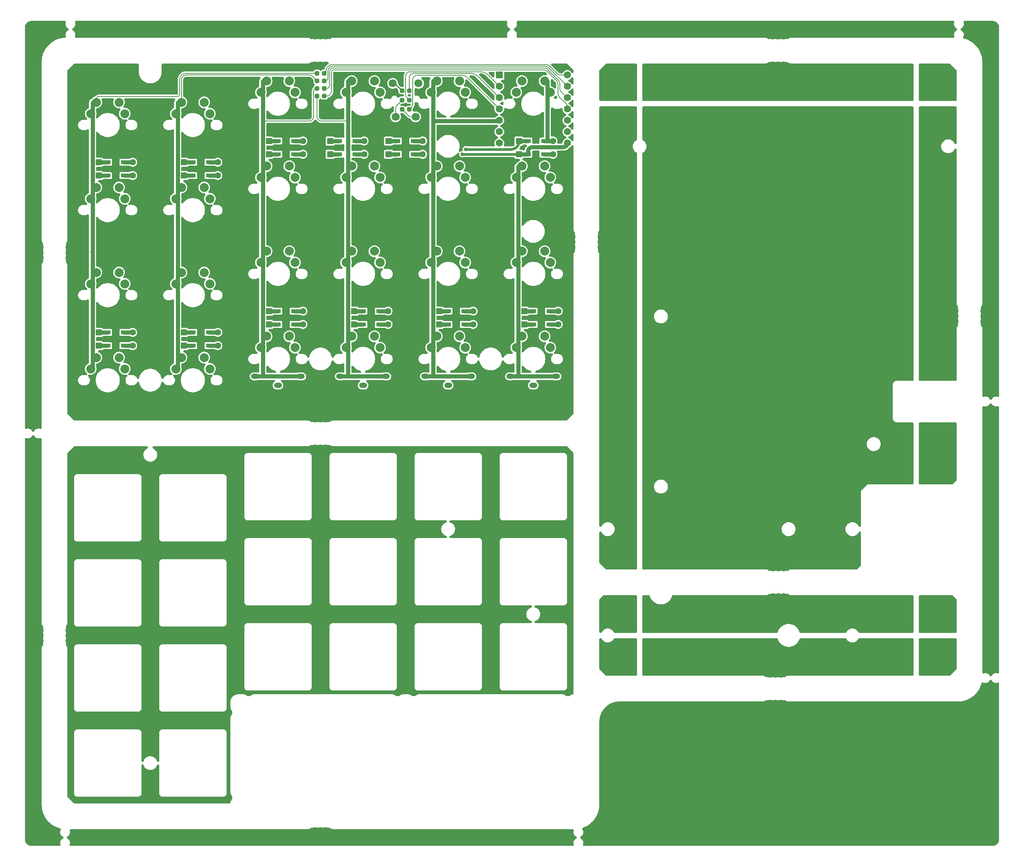
<source format=gbr>
%TF.GenerationSoftware,KiCad,Pcbnew,7.0.1*%
%TF.CreationDate,2025-02-28T04:26:42+09:00*%
%TF.ProjectId,bonyo4xs,626f6e79-6f34-4787-932e-6b696361645f,rev?*%
%TF.SameCoordinates,Original*%
%TF.FileFunction,Copper,L2,Bot*%
%TF.FilePolarity,Positive*%
%FSLAX46Y46*%
G04 Gerber Fmt 4.6, Leading zero omitted, Abs format (unit mm)*
G04 Created by KiCad (PCBNEW 7.0.1) date 2025-02-28 04:26:42*
%MOMM*%
%LPD*%
G01*
G04 APERTURE LIST*
G04 Aperture macros list*
%AMRoundRect*
0 Rectangle with rounded corners*
0 $1 Rounding radius*
0 $2 $3 $4 $5 $6 $7 $8 $9 X,Y pos of 4 corners*
0 Add a 4 corners polygon primitive as box body*
4,1,4,$2,$3,$4,$5,$6,$7,$8,$9,$2,$3,0*
0 Add four circle primitives for the rounded corners*
1,1,$1+$1,$2,$3*
1,1,$1+$1,$4,$5*
1,1,$1+$1,$6,$7*
1,1,$1+$1,$8,$9*
0 Add four rect primitives between the rounded corners*
20,1,$1+$1,$2,$3,$4,$5,0*
20,1,$1+$1,$4,$5,$6,$7,0*
20,1,$1+$1,$6,$7,$8,$9,0*
20,1,$1+$1,$8,$9,$2,$3,0*%
G04 Aperture macros list end*
%TA.AperFunction,ComponentPad*%
%ADD10C,2.000000*%
%TD*%
%TA.AperFunction,ComponentPad*%
%ADD11O,1.800000X1.200000*%
%TD*%
%TA.AperFunction,ComponentPad*%
%ADD12R,1.600000X1.600000*%
%TD*%
%TA.AperFunction,ComponentPad*%
%ADD13C,1.600000*%
%TD*%
%TA.AperFunction,SMDPad,CuDef*%
%ADD14RoundRect,0.250000X-0.250000X-0.250000X0.250000X-0.250000X0.250000X0.250000X-0.250000X0.250000X0*%
%TD*%
%TA.AperFunction,ComponentPad*%
%ADD15R,1.397000X1.397000*%
%TD*%
%TA.AperFunction,SMDPad,CuDef*%
%ADD16R,1.300000X0.950000*%
%TD*%
%TA.AperFunction,ComponentPad*%
%ADD17C,1.397000*%
%TD*%
%TA.AperFunction,ComponentPad*%
%ADD18C,1.800000*%
%TD*%
%TA.AperFunction,ViaPad*%
%ADD19C,0.600000*%
%TD*%
%TA.AperFunction,ViaPad*%
%ADD20C,0.800000*%
%TD*%
%TA.AperFunction,Conductor*%
%ADD21C,0.950000*%
%TD*%
%TA.AperFunction,Conductor*%
%ADD22C,0.200000*%
%TD*%
%TA.AperFunction,Conductor*%
%ADD23C,0.600000*%
%TD*%
%TA.AperFunction,Conductor*%
%ADD24C,0.300000*%
%TD*%
G04 APERTURE END LIST*
D10*
%TO.P,SW16,1,1*%
%TO.N,c3*%
X62865048Y-45085032D03*
X64135048Y-42545032D03*
%TO.P,SW16,2,2*%
%TO.N,Net-(D16-A)*%
X69215048Y-42545032D03*
X70485048Y-45085032D03*
%TD*%
%TO.P,SW5,1,1*%
%TO.N,c4*%
X81915064Y-6985000D03*
X83185064Y-4445000D03*
%TO.P,SW5,2,2*%
%TO.N,Net-(D5-A)*%
X88265064Y-4445000D03*
X89535064Y-6985000D03*
%TD*%
%TO.P,SW13,1,1*%
%TO.N,c0*%
X5715000Y-49847536D03*
X6985000Y-47307536D03*
%TO.P,SW13,2,2*%
%TO.N,Net-(D13-A)*%
X12065000Y-47307536D03*
X13335000Y-49847536D03*
%TD*%
%TO.P,SW17,1,1*%
%TO.N,c4*%
X81915064Y-45085032D03*
X83185064Y-42545032D03*
%TO.P,SW17,2,2*%
%TO.N,Net-(D17-A)*%
X88265064Y-42545032D03*
X89535064Y-45085032D03*
%TD*%
%TO.P,SW10,1,1*%
%TO.N,c3*%
X62865048Y-26035016D03*
X64135048Y-23495016D03*
%TO.P,SW10,2,2*%
%TO.N,Net-(D10-A)*%
X69215048Y-23495016D03*
X70485048Y-26035016D03*
%TD*%
D11*
%TO.P,SW21,1,1*%
%TO.N,c2*%
X42525032Y-70575048D03*
D10*
X43815032Y-64135048D03*
X45085032Y-61595048D03*
D11*
X52725032Y-70575048D03*
%TO.P,SW21,2,2*%
%TO.N,Net-(D21-A)*%
X47625032Y-72575048D03*
D10*
X50165032Y-61595048D03*
X51435032Y-64135048D03*
%TD*%
%TO.P,SW18,1,1*%
%TO.N,c5*%
X100965080Y-45085032D03*
X102235080Y-42545032D03*
%TO.P,SW18,2,2*%
%TO.N,Net-(D18-A)*%
X107315080Y-42545032D03*
X108585080Y-45085032D03*
%TD*%
%TO.P,SW1,1,1*%
%TO.N,c0*%
X5715008Y-11747512D03*
X6985008Y-9207512D03*
%TO.P,SW1,2,2*%
%TO.N,Net-(D1-A)*%
X12065008Y-9207512D03*
X13335008Y-11747512D03*
%TD*%
%TO.P,SW12,1,1*%
%TO.N,c5*%
X100965088Y-26035024D03*
X102235088Y-23495024D03*
%TO.P,SW12,2,2*%
%TO.N,Net-(D12-A)*%
X107315088Y-23495024D03*
X108585088Y-26035024D03*
%TD*%
%TO.P,SW8,1,1*%
%TO.N,c1*%
X24765016Y-30797520D03*
X26035016Y-28257520D03*
%TO.P,SW8,2,2*%
%TO.N,Net-(D8-A)*%
X31115016Y-28257520D03*
X32385016Y-30797520D03*
%TD*%
D11*
%TO.P,SW23,1,1*%
%TO.N,c4*%
X80625064Y-70575048D03*
D10*
X81915064Y-64135048D03*
X83185064Y-61595048D03*
D11*
X90825064Y-70575048D03*
%TO.P,SW23,2,2*%
%TO.N,Net-(D23-A)*%
X85725064Y-72575048D03*
D10*
X88265064Y-61595048D03*
X89535064Y-64135048D03*
%TD*%
%TO.P,SW9,1,1*%
%TO.N,c2*%
X43815032Y-26035016D03*
X45085032Y-23495016D03*
%TO.P,SW9,2,2*%
%TO.N,Net-(D9-A)*%
X50165032Y-23495016D03*
X51435032Y-26035016D03*
%TD*%
D11*
%TO.P,SW22,1,1*%
%TO.N,c3*%
X61575048Y-70575048D03*
D10*
X62865048Y-64135048D03*
X64135048Y-61595048D03*
D11*
X71775048Y-70575048D03*
%TO.P,SW22,2,2*%
%TO.N,Net-(D22-A)*%
X66675048Y-72575048D03*
D10*
X69215048Y-61595048D03*
X70485048Y-64135048D03*
%TD*%
%TO.P,SW4,1,1*%
%TO.N,c3*%
X62865048Y-6985000D03*
X64135048Y-4445000D03*
%TO.P,SW4,2,2*%
%TO.N,Net-(D4-A)*%
X69215048Y-4445000D03*
X70485048Y-6985000D03*
%TD*%
%TO.P,SW20,1,1*%
%TO.N,c1*%
X24765016Y-68897552D03*
X26035016Y-66357552D03*
%TO.P,SW20,2,2*%
%TO.N,Net-(D20-A)*%
X31115016Y-66357552D03*
X32385016Y-68897552D03*
%TD*%
%TO.P,SW15,1,1*%
%TO.N,c2*%
X43815032Y-45085032D03*
X45085032Y-42545032D03*
%TO.P,SW15,2,2*%
%TO.N,Net-(D15-A)*%
X50165032Y-42545032D03*
X51435032Y-45085032D03*
%TD*%
%TO.P,SW6,1,1*%
%TO.N,c5*%
X100965088Y-6985008D03*
X102235088Y-4445008D03*
%TO.P,SW6,2,2*%
%TO.N,Net-(D6-A)*%
X107315088Y-4445008D03*
X108585088Y-6985008D03*
%TD*%
D11*
%TO.P,SW24,1,1*%
%TO.N,c5*%
X99675080Y-70575048D03*
D10*
X100965080Y-64135048D03*
X102235080Y-61595048D03*
D11*
X109875080Y-70575048D03*
%TO.P,SW24,2,2*%
%TO.N,Net-(D24-A)*%
X104775080Y-72575048D03*
D10*
X107315080Y-61595048D03*
X108585080Y-64135048D03*
%TD*%
%TO.P,SW19,1,1*%
%TO.N,c0*%
X5715000Y-68897552D03*
X6985000Y-66357552D03*
%TO.P,SW19,2,2*%
%TO.N,Net-(D19-A)*%
X12065000Y-66357552D03*
X13335000Y-68897552D03*
%TD*%
%TO.P,SW14,1,1*%
%TO.N,c1*%
X24765016Y-49847536D03*
X26035016Y-47307536D03*
%TO.P,SW14,2,2*%
%TO.N,Net-(D14-A)*%
X31115016Y-47307536D03*
X32385016Y-49847536D03*
%TD*%
%TO.P,SW7,1,1*%
%TO.N,c0*%
X5715000Y-30797520D03*
X6985000Y-28257520D03*
%TO.P,SW7,2,2*%
%TO.N,Net-(D7-A)*%
X12065000Y-28257520D03*
X13335000Y-30797520D03*
%TD*%
%TO.P,SW3,1,1*%
%TO.N,c2*%
X43815032Y-6985000D03*
X45085032Y-4445000D03*
%TO.P,SW3,2,2*%
%TO.N,Net-(D3-A)*%
X50165032Y-4445000D03*
X51435032Y-6985000D03*
%TD*%
%TO.P,SW2,1,1*%
%TO.N,c1*%
X24765016Y-11747504D03*
X26035016Y-9207504D03*
%TO.P,SW2,2,2*%
%TO.N,Net-(D2-A)*%
X31115016Y-9207504D03*
X32385016Y-11747504D03*
%TD*%
%TO.P,SW11,1,1*%
%TO.N,c4*%
X81915064Y-26035016D03*
X83185064Y-23495016D03*
%TO.P,SW11,2,2*%
%TO.N,Net-(D11-A)*%
X88265064Y-23495016D03*
X89535064Y-26035016D03*
%TD*%
D12*
%TO.P,U1,1,PA02_A0_D0*%
%TO.N,R1*%
X97155080Y-3095626D03*
D13*
%TO.P,U1,2,PA4_A1_D1*%
%TO.N,R2*%
X97155080Y-5635626D03*
%TO.P,U1,3,PA10_A2_D2*%
%TO.N,R3*%
X97155080Y-8175626D03*
%TO.P,U1,4,PA11_A3_D3*%
%TO.N,R4*%
X97155080Y-10715626D03*
%TO.P,U1,5,PA8_A4_D4_SDA*%
%TO.N,c4*%
X97155080Y-13255626D03*
%TO.P,U1,6,PA9_A5_D5_SCL*%
%TO.N,r2*%
X97155080Y-15795626D03*
%TO.P,U1,7,PB08_A6_D6_TX*%
%TO.N,r3*%
X97155080Y-18335626D03*
%TO.P,U1,8,PB09_A7_D7_RX*%
%TO.N,r1*%
X112395080Y-18335626D03*
%TO.P,U1,9,PA7_A8_D8_SCK*%
%TO.N,r0*%
X112395080Y-15795626D03*
%TO.P,U1,10,PA5_A9_D9_MISO*%
%TO.N,c5*%
X112395080Y-13255626D03*
%TO.P,U1,11,PA6_A10_D10_MOSI*%
%TO.N,L4*%
X112395080Y-10715626D03*
%TO.P,U1,12,3V3*%
%TO.N,L3*%
X112395080Y-8175626D03*
%TO.P,U1,13,GND*%
%TO.N,L2*%
X112395080Y-5635626D03*
%TO.P,U1,14,5V*%
%TO.N,L1*%
X112395080Y-3095626D03*
%TD*%
D14*
%TO.P,JP6,1,A*%
%TO.N,c2*%
X56400000Y-6100000D03*
%TO.P,JP6,2,B*%
%TO.N,L3*%
X58000000Y-6100000D03*
%TD*%
%TO.P,JP7,1,A*%
%TO.N,c3*%
X56400000Y-7800000D03*
%TO.P,JP7,2,B*%
%TO.N,L4*%
X58000000Y-7800000D03*
%TD*%
D15*
%TO.P,D20,1,K*%
%TO.N,r3*%
X26550963Y-63698491D03*
D16*
X28585963Y-63698491D03*
%TO.P,D20,2,A*%
%TO.N,Net-(D20-A)*%
X32135963Y-63698491D03*
D17*
X34170963Y-63698491D03*
%TD*%
D14*
%TO.P,JP10,1,A*%
%TO.N,S*%
X75400000Y-10800000D03*
%TO.P,JP10,2,B*%
%TO.N,R4*%
X77000000Y-10800000D03*
%TD*%
D15*
%TO.P,D13,1,K*%
%TO.N,r2*%
X7500947Y-60721926D03*
D16*
X9535947Y-60721926D03*
%TO.P,D13,2,A*%
%TO.N,Net-(D13-A)*%
X13085947Y-60721926D03*
D17*
X15120947Y-60721926D03*
%TD*%
D14*
%TO.P,JP8,1,A*%
%TO.N,R*%
X75400000Y-8700000D03*
%TO.P,JP8,2,B*%
%TO.N,R2*%
X77000000Y-8700000D03*
%TD*%
D15*
%TO.P,D21,1,K*%
%TO.N,r3*%
X45600979Y-58935987D03*
D16*
X47635979Y-58935987D03*
%TO.P,D21,2,A*%
%TO.N,Net-(D21-A)*%
X51185979Y-58935987D03*
D17*
X53220979Y-58935987D03*
%TD*%
D15*
%TO.P,D16,1,K*%
%TO.N,r2*%
X64650995Y-55959422D03*
D16*
X66685995Y-55959422D03*
%TO.P,D16,2,A*%
%TO.N,Net-(D16-A)*%
X70235995Y-55959422D03*
D17*
X72270995Y-55959422D03*
%TD*%
D15*
%TO.P,D15,1,K*%
%TO.N,r2*%
X45600979Y-55959422D03*
D16*
X47635979Y-55959422D03*
%TO.P,D15,2,A*%
%TO.N,Net-(D15-A)*%
X51185979Y-55959422D03*
D17*
X53220979Y-55959422D03*
%TD*%
D15*
%TO.P,D12,1,K*%
%TO.N,r1*%
X101560401Y-20835955D03*
D16*
X103595401Y-20835955D03*
%TO.P,D12,2,A*%
%TO.N,Net-(D12-A)*%
X107145401Y-20835955D03*
D17*
X109180401Y-20835955D03*
%TD*%
D14*
%TO.P,JP5,1,A*%
%TO.N,c1*%
X56400000Y-4400000D03*
%TO.P,JP5,2,B*%
%TO.N,L2*%
X58000000Y-4400000D03*
%TD*%
D15*
%TO.P,D3,1,K*%
%TO.N,r0*%
X45600979Y-17859382D03*
D16*
X47635979Y-17859382D03*
%TO.P,D3,2,A*%
%TO.N,Net-(D3-A)*%
X51185979Y-17859382D03*
D17*
X53220979Y-17859382D03*
%TD*%
D14*
%TO.P,JP4,1,A*%
%TO.N,c0*%
X56400000Y-2700000D03*
%TO.P,JP4,2,B*%
%TO.N,L1*%
X58000000Y-2700000D03*
%TD*%
D15*
%TO.P,D11,1,K*%
%TO.N,r1*%
X72390064Y-20835955D03*
D16*
X74425064Y-20835955D03*
%TO.P,D11,2,A*%
%TO.N,Net-(D11-A)*%
X77975064Y-20835955D03*
D17*
X80010064Y-20835955D03*
%TD*%
D15*
%TO.P,D4,1,K*%
%TO.N,r0*%
X59293178Y-17859390D03*
D16*
X61328178Y-17859390D03*
%TO.P,D4,2,A*%
%TO.N,Net-(D4-A)*%
X64878178Y-17859390D03*
D17*
X66913178Y-17859390D03*
%TD*%
D14*
%TO.P,JP9,1,A*%
%TO.N,T*%
X75400000Y-6600000D03*
%TO.P,JP9,2,B*%
%TO.N,R3*%
X77000000Y-6600000D03*
%TD*%
D15*
%TO.P,D23,1,K*%
%TO.N,r3*%
X83701011Y-58935987D03*
D16*
X85736011Y-58935987D03*
%TO.P,D23,2,A*%
%TO.N,Net-(D23-A)*%
X89286011Y-58935987D03*
D17*
X91321011Y-58935987D03*
%TD*%
D15*
%TO.P,D8,1,K*%
%TO.N,r1*%
X26550963Y-25598459D03*
D16*
X28585963Y-25598459D03*
%TO.P,D8,2,A*%
%TO.N,Net-(D8-A)*%
X32135963Y-25598459D03*
D17*
X34170963Y-25598459D03*
%TD*%
D15*
%TO.P,D5,1,K*%
%TO.N,r0*%
X72390064Y-17859390D03*
D16*
X74425064Y-17859390D03*
%TO.P,D5,2,A*%
%TO.N,Net-(D5-A)*%
X77975064Y-17859390D03*
D17*
X80010064Y-17859390D03*
%TD*%
D15*
%TO.P,D7,1,K*%
%TO.N,r1*%
X7500947Y-25598459D03*
D16*
X9535947Y-25598459D03*
%TO.P,D7,2,A*%
%TO.N,Net-(D7-A)*%
X13085947Y-25598459D03*
D17*
X15120947Y-25598459D03*
%TD*%
D18*
%TO.P,J1,R*%
%TO.N,R*%
X73950056Y-12453122D03*
%TO.P,J1,S*%
%TO.N,S*%
X78450056Y-12453122D03*
%TO.P,J1,T*%
%TO.N,T*%
X79100056Y-4953122D03*
X73300056Y-4953122D03*
%TD*%
D15*
%TO.P,D24,1,K*%
%TO.N,r3*%
X102751027Y-58935987D03*
D16*
X104786027Y-58935987D03*
%TO.P,D24,2,A*%
%TO.N,Net-(D24-A)*%
X108336027Y-58935987D03*
D17*
X110371027Y-58935987D03*
%TD*%
D15*
%TO.P,D10,1,K*%
%TO.N,r1*%
X59293178Y-20835955D03*
D16*
X61328178Y-20835955D03*
%TO.P,D10,2,A*%
%TO.N,Net-(D10-A)*%
X64878178Y-20835955D03*
D17*
X66913178Y-20835955D03*
%TD*%
D15*
%TO.P,D6,1,K*%
%TO.N,r0*%
X101560401Y-17859382D03*
D16*
X103595401Y-17859382D03*
%TO.P,D6,2,A*%
%TO.N,Net-(D6-A)*%
X107145401Y-17859382D03*
D17*
X109180401Y-17859382D03*
%TD*%
D15*
%TO.P,D14,1,K*%
%TO.N,r2*%
X26550963Y-60721918D03*
D16*
X28585963Y-60721918D03*
%TO.P,D14,2,A*%
%TO.N,Net-(D14-A)*%
X32135963Y-60721918D03*
D17*
X34170963Y-60721918D03*
%TD*%
D15*
%TO.P,D17,1,K*%
%TO.N,r2*%
X83701011Y-55959422D03*
D16*
X85736011Y-55959422D03*
%TO.P,D17,2,A*%
%TO.N,Net-(D17-A)*%
X89286011Y-55959422D03*
D17*
X91321011Y-55959422D03*
%TD*%
D15*
%TO.P,D2,1,K*%
%TO.N,r0*%
X26550963Y-22621894D03*
D16*
X28585963Y-22621894D03*
%TO.P,D2,2,A*%
%TO.N,Net-(D2-A)*%
X32135963Y-22621894D03*
D17*
X34170963Y-22621894D03*
%TD*%
D15*
%TO.P,D9,1,K*%
%TO.N,r1*%
X45600979Y-20835955D03*
D16*
X47635979Y-20835955D03*
%TO.P,D9,2,A*%
%TO.N,Net-(D9-A)*%
X51185979Y-20835955D03*
D17*
X53220979Y-20835955D03*
%TD*%
D15*
%TO.P,D18,1,K*%
%TO.N,r2*%
X102751027Y-55959414D03*
D16*
X104786027Y-55959414D03*
%TO.P,D18,2,A*%
%TO.N,Net-(D18-A)*%
X108336027Y-55959414D03*
D17*
X110371027Y-55959414D03*
%TD*%
D15*
%TO.P,D22,1,K*%
%TO.N,r3*%
X64650995Y-58935987D03*
D16*
X66685995Y-58935987D03*
%TO.P,D22,2,A*%
%TO.N,Net-(D22-A)*%
X70235995Y-58935987D03*
D17*
X72270995Y-58935987D03*
%TD*%
D15*
%TO.P,D1,1,K*%
%TO.N,r0*%
X7500947Y-22621894D03*
D16*
X9535947Y-22621894D03*
%TO.P,D1,2,A*%
%TO.N,Net-(D1-A)*%
X13085947Y-22621894D03*
D17*
X15120947Y-22621894D03*
%TD*%
D15*
%TO.P,D19,1,K*%
%TO.N,r3*%
X7500947Y-63698491D03*
D16*
X9535947Y-63698491D03*
%TO.P,D19,2,A*%
%TO.N,Net-(D19-A)*%
X13085947Y-63698491D03*
D17*
X15120947Y-63698491D03*
%TD*%
D19*
%TO.N,c0*%
X6100000Y-42700000D03*
D20*
%TO.N,r0*%
X89649500Y-19700000D03*
%TO.N,r1*%
X88900000Y-20835955D03*
D19*
%TO.N,c1*%
X25200000Y-43500000D03*
%TO.N,c2*%
X44200000Y-38200000D03*
%TO.N,c3*%
X63300000Y-38600000D03*
%TD*%
D21*
%TO.N,c0*%
X6127447Y-50100000D02*
X6127447Y-69200000D01*
X6985008Y-9207512D02*
X6127447Y-9207512D01*
X6127447Y-68897552D02*
X6127447Y-69200000D01*
X5715008Y-11747512D02*
X6127447Y-11747512D01*
X6127447Y-30700000D02*
X6127447Y-17200000D01*
X6127447Y-11747512D02*
X6127447Y-11700000D01*
X5715000Y-49847536D02*
X6127447Y-49847536D01*
D22*
X26965987Y-2700000D02*
X56400000Y-2700000D01*
X7485008Y-7900000D02*
X25135016Y-7900000D01*
D21*
X6127447Y-45243788D02*
X6127447Y-47307536D01*
D22*
X25635016Y-7400000D02*
X25635016Y-4030971D01*
D21*
X6100000Y-42700000D02*
X6127447Y-42672553D01*
X6127447Y-9207512D02*
X6127447Y-11700000D01*
X5715000Y-30797520D02*
X6127447Y-30797520D01*
X6127447Y-30797520D02*
X6127447Y-30700000D01*
X5715000Y-68897552D02*
X6127447Y-68897552D01*
X6127447Y-42727447D02*
X6127447Y-45243788D01*
X6127447Y-47307536D02*
X6985000Y-47307536D01*
X6127447Y-45243788D02*
X6127447Y-50100000D01*
X6127447Y-49847536D02*
X6127447Y-50100000D01*
X6127447Y-42672553D02*
X6127447Y-30700000D01*
D22*
X6985008Y-9207512D02*
X6985008Y-8400000D01*
D21*
X6127447Y-17200000D02*
X6127447Y-11700000D01*
X6100000Y-42700000D02*
X6127447Y-42727447D01*
D22*
X7485008Y-7900008D02*
G75*
G03*
X6985008Y-8400000I-8J-499992D01*
G01*
X25135016Y-7900016D02*
G75*
G03*
X25635016Y-7400000I-16J500016D01*
G01*
X26965987Y-2700016D02*
G75*
G03*
X25635016Y-4030971I13J-1330984D01*
G01*
D21*
%TO.N,Net-(D1-A)*%
X13085947Y-22621894D02*
X15120947Y-22621894D01*
%TO.N,Net-(D2-A)*%
X34170963Y-22621894D02*
X32135963Y-22621894D01*
%TO.N,Net-(D3-A)*%
X53220979Y-17859382D02*
X51185979Y-17859382D01*
%TO.N,Net-(D4-A)*%
X64878178Y-17859390D02*
X66913178Y-17859390D01*
%TO.N,Net-(D5-A)*%
X77975064Y-17859390D02*
X80010064Y-17859390D01*
%TO.N,Net-(D6-A)*%
X107950088Y-17859382D02*
X108200000Y-17859382D01*
X107950088Y-4445008D02*
X107950088Y-17859382D01*
X107315088Y-4445008D02*
X107950088Y-4445008D01*
X107145401Y-17859382D02*
X108200000Y-17859382D01*
X108200000Y-17859382D02*
X109180401Y-17859382D01*
%TO.N,Net-(D7-A)*%
X13085947Y-25598459D02*
X15120947Y-25598459D01*
%TO.N,Net-(D8-A)*%
X34170963Y-25598459D02*
X32135963Y-25598459D01*
%TO.N,Net-(D9-A)*%
X53220979Y-20835955D02*
X51185979Y-20835955D01*
%TO.N,Net-(D10-A)*%
X66913178Y-20835955D02*
X64878178Y-20835955D01*
%TO.N,Net-(D11-A)*%
X80010064Y-20835955D02*
X77975064Y-20835955D01*
%TO.N,Net-(D12-A)*%
X109180401Y-20835955D02*
X107145401Y-20835955D01*
%TO.N,Net-(D13-A)*%
X13085947Y-60721926D02*
X15120947Y-60721926D01*
%TO.N,Net-(D14-A)*%
X32135963Y-60721918D02*
X34170963Y-60721918D01*
%TO.N,Net-(D15-A)*%
X51185979Y-55959422D02*
X53220979Y-55959422D01*
%TO.N,Net-(D16-A)*%
X70235995Y-55959422D02*
X72270995Y-55959422D01*
%TO.N,Net-(D17-A)*%
X91321011Y-55959422D02*
X89286011Y-55959422D01*
%TO.N,Net-(D18-A)*%
X110371027Y-55959414D02*
X108336027Y-55959414D01*
%TO.N,Net-(D19-A)*%
X15120947Y-63698491D02*
X13085947Y-63698491D01*
%TO.N,Net-(D20-A)*%
X34170963Y-63698491D02*
X32135963Y-63698491D01*
%TO.N,Net-(D21-A)*%
X51185979Y-58935987D02*
X53220979Y-58935987D01*
%TO.N,Net-(D22-A)*%
X70235995Y-58935987D02*
X72270995Y-58935987D01*
%TO.N,Net-(D23-A)*%
X89286011Y-58935987D02*
X91321011Y-58935987D01*
%TO.N,Net-(D24-A)*%
X108336027Y-58935987D02*
X110371027Y-58935987D01*
%TO.N,r0*%
X101560401Y-17859382D02*
X103595401Y-17859382D01*
D23*
X101560401Y-18116256D02*
X101560401Y-17859382D01*
D21*
X59293178Y-17859390D02*
X61328178Y-17859390D01*
X72390064Y-17859390D02*
X74425064Y-17859390D01*
X7500947Y-22621894D02*
X9535947Y-22621894D01*
D23*
X89649500Y-19700000D02*
X99976657Y-19700000D01*
D21*
X26550963Y-22621894D02*
X28585963Y-22621894D01*
X47635979Y-17859382D02*
X45600979Y-17859382D01*
D23*
X99976657Y-19700001D02*
G75*
G03*
X101560401Y-18116256I43J1583701D01*
G01*
D21*
%TO.N,r1*%
X112395080Y-18335626D02*
X112395080Y-18337802D01*
X74425064Y-20835955D02*
X72390064Y-20835955D01*
X45600979Y-20835955D02*
X47635979Y-20835955D01*
D23*
X88900000Y-20835955D02*
X101560401Y-20835955D01*
D21*
X61328178Y-20835955D02*
X59293178Y-20835955D01*
X111500000Y-19232882D02*
X104595401Y-19232882D01*
X26550963Y-25598459D02*
X28585963Y-25598459D01*
X7500947Y-25598459D02*
X9535947Y-25598459D01*
X103595401Y-20835955D02*
X101560401Y-20835955D01*
X103595401Y-20232882D02*
X103595401Y-20835955D01*
X104595401Y-19232901D02*
G75*
G03*
X103595401Y-20232882I-1J-999999D01*
G01*
X111500000Y-19232880D02*
G75*
G03*
X112395080Y-18337802I0J895080D01*
G01*
%TO.N,r2*%
X26550963Y-60721918D02*
X28585963Y-60721918D01*
X45600979Y-55959422D02*
X47635979Y-55959422D01*
X102751027Y-55959414D02*
X104786027Y-55959414D01*
X64650995Y-55959422D02*
X66685995Y-55959422D01*
X7500947Y-60721926D02*
X9535947Y-60721926D01*
X83701011Y-55959422D02*
X85736011Y-55959422D01*
%TO.N,r3*%
X64650995Y-58935987D02*
X66685995Y-58935987D01*
X102751027Y-58935987D02*
X104786027Y-58935987D01*
X45600979Y-58935987D02*
X47635979Y-58935987D01*
X26550963Y-63698491D02*
X28585963Y-63698491D01*
X85736011Y-58935987D02*
X83701011Y-58935987D01*
X9535947Y-63698491D02*
X7500947Y-63698491D01*
%TO.N,c4*%
X81915064Y-6985000D02*
X82327511Y-6985000D01*
X82327511Y-64135048D02*
X82327511Y-64300000D01*
X82327511Y-45085032D02*
X82327511Y-45200000D01*
X82327511Y-13425000D02*
X82327511Y-13000000D01*
X82327511Y-7000000D02*
X82327511Y-13000000D01*
X96985706Y-13425000D02*
X82327511Y-13425000D01*
X82327511Y-6985000D02*
X82327511Y-7000000D01*
X82327511Y-64300000D02*
X82327511Y-70575048D01*
X82327511Y-4445000D02*
X82327511Y-7000000D01*
X82327511Y-70575048D02*
X82153194Y-70575048D01*
X82327511Y-26100000D02*
X82327511Y-45200000D01*
X97155080Y-13255626D02*
X96985706Y-13425000D01*
X82327511Y-45200000D02*
X82327511Y-64300000D01*
X81915064Y-64135048D02*
X82327511Y-64135048D01*
X81915064Y-45085032D02*
X82327511Y-45085032D01*
X83185064Y-4445000D02*
X82327511Y-4445000D01*
X82327511Y-13000000D02*
X82327511Y-26100000D01*
X82153194Y-70575048D02*
X90825064Y-70575048D01*
X82327511Y-26035016D02*
X82327511Y-26100000D01*
X80625064Y-70575048D02*
X82153194Y-70575048D01*
X81915064Y-26035016D02*
X82327511Y-26035016D01*
%TO.N,c1*%
X25177463Y-30797520D02*
X25177463Y-30900000D01*
X24765016Y-30797520D02*
X25177463Y-30797520D01*
X25177463Y-43522537D02*
X25177463Y-49800000D01*
X25200000Y-43500000D02*
X25177463Y-43522537D01*
X25177463Y-30900000D02*
X25177463Y-12000000D01*
X25177463Y-43477463D02*
X25177463Y-30900000D01*
X25177463Y-49847536D02*
X25177463Y-49800000D01*
X26035016Y-9207504D02*
X25177463Y-9207504D01*
X25177463Y-49800000D02*
X25177463Y-69300000D01*
X25177463Y-11747504D02*
X25177463Y-12000000D01*
X25177463Y-9207504D02*
X25177463Y-12000000D01*
X24765016Y-11747504D02*
X25177463Y-11747504D01*
X25200000Y-43500000D02*
X25177463Y-43477463D01*
D22*
X26035016Y-9207504D02*
X26035016Y-4100000D01*
D21*
X24765016Y-49847536D02*
X25177463Y-49847536D01*
D22*
X27035016Y-3100000D02*
X54685786Y-3100000D01*
X55392893Y-3392893D02*
X56400000Y-4400000D01*
X27035016Y-3100016D02*
G75*
G03*
X26035016Y-4100000I-16J-999984D01*
G01*
X55392900Y-3392886D02*
G75*
G03*
X54685786Y-3100000I-707100J-707114D01*
G01*
D21*
%TO.N,c2*%
X44227479Y-26035016D02*
X44227479Y-26300000D01*
X44227479Y-45085032D02*
X44227479Y-45000000D01*
D22*
X56400000Y-6100000D02*
X56100000Y-6100000D01*
D21*
X43815032Y-64135048D02*
X44227479Y-64135048D01*
X44227479Y-6985000D02*
X44227479Y-7000000D01*
X44227479Y-64135048D02*
X44227479Y-64100000D01*
X44227479Y-13200000D02*
X44227479Y-7000000D01*
X43815032Y-6985000D02*
X44227479Y-6985000D01*
D22*
X44227479Y-13425000D02*
X44227479Y-13200000D01*
D21*
X44227479Y-45000000D02*
X44227479Y-64100000D01*
X43815032Y-26035016D02*
X44227479Y-26035016D01*
D22*
X55600000Y-6600000D02*
X55600000Y-12425000D01*
D21*
X44053162Y-70575048D02*
X52725032Y-70575048D01*
X44227479Y-26300000D02*
X44227479Y-13200000D01*
X42525032Y-70575048D02*
X44053162Y-70575048D01*
X43815032Y-45085032D02*
X44227479Y-45085032D01*
X44227479Y-70575048D02*
X44053162Y-70575048D01*
X44227479Y-64100000D02*
X44227479Y-70575048D01*
X44227479Y-38227479D02*
X44227479Y-45000000D01*
X44227479Y-38172521D02*
X44227479Y-26300000D01*
X45085032Y-4445000D02*
X44227479Y-4445000D01*
D22*
X54600000Y-13425000D02*
X44227479Y-13425000D01*
D21*
X44227479Y-4445000D02*
X44227479Y-7000000D01*
D22*
X56100000Y-6100000D02*
G75*
G03*
X55600000Y-6600000I0J-500000D01*
G01*
X54600000Y-13425000D02*
G75*
G03*
X55600000Y-12425000I0J1000000D01*
G01*
D21*
%TO.N,c3*%
X63277495Y-38622505D02*
X63277495Y-45100000D01*
X63277495Y-13100000D02*
X63277495Y-7000000D01*
X63277495Y-6985000D02*
X63277495Y-7000000D01*
D22*
X56400000Y-7800000D02*
X56400000Y-12425000D01*
D21*
X63277495Y-45085032D02*
X63277495Y-45100000D01*
X62865048Y-45085032D02*
X63277495Y-45085032D01*
X63277495Y-45100000D02*
X63277495Y-64300000D01*
X63277495Y-64135048D02*
X63277495Y-64300000D01*
D22*
X63277495Y-13425000D02*
X63277495Y-13100000D01*
D21*
X64135048Y-4445000D02*
X63277495Y-4445000D01*
X63277495Y-26035016D02*
X63277495Y-26000000D01*
X63277495Y-38577495D02*
X63277495Y-26000000D01*
X61575048Y-70575048D02*
X63103178Y-70575048D01*
X63277495Y-4445000D02*
X63277495Y-7000000D01*
X62865048Y-6985000D02*
X63277495Y-6985000D01*
X62865048Y-64135048D02*
X63277495Y-64135048D01*
X63277495Y-64300000D02*
X63277495Y-70575048D01*
X62865048Y-26035016D02*
X63277495Y-26035016D01*
X63277495Y-70575048D02*
X63103178Y-70575048D01*
D22*
X57400000Y-13425000D02*
X63277495Y-13425000D01*
D21*
X63103178Y-70575048D02*
X71775048Y-70575048D01*
X63277495Y-26000000D02*
X63277495Y-13100000D01*
D22*
X56400000Y-12425000D02*
G75*
G03*
X57400000Y-13425000I1000000J0D01*
G01*
D21*
%TO.N,c5*%
X101377527Y-70400731D02*
X101203210Y-70575048D01*
X101377527Y-64000000D02*
X101377527Y-70400731D01*
X102235088Y-23495024D02*
X101472470Y-23495024D01*
X102235088Y-23495024D02*
X101472466Y-23495024D01*
X101377527Y-26100000D02*
X101377527Y-45000000D01*
X101203210Y-70575048D02*
X109875080Y-70575048D01*
X101377527Y-64135048D02*
X101377527Y-64000000D01*
X101377527Y-26035024D02*
X101377527Y-26100000D01*
X101472470Y-23495024D02*
X101377527Y-23589967D01*
X100965088Y-26035024D02*
X101377527Y-26035024D01*
X100965080Y-64135048D02*
X101377527Y-64135048D01*
X101377527Y-23589967D02*
X101377527Y-26100000D01*
X101377527Y-45000000D02*
X101377527Y-64000000D01*
X101377527Y-45085032D02*
X101377527Y-45000000D01*
X100965080Y-45085032D02*
X101377527Y-45085032D01*
X99675080Y-70575048D02*
X101203210Y-70575048D01*
D22*
%TO.N,S*%
X76761113Y-12161113D02*
X75400000Y-10800000D01*
X78450056Y-12453122D02*
X77466085Y-12453122D01*
X76761112Y-12161114D02*
G75*
G03*
X77466085Y-12453122I704988J705014D01*
G01*
D24*
%TO.N,T*%
X73753122Y-4953122D02*
X75400000Y-6600000D01*
X73300056Y-4953122D02*
X73753122Y-4953122D01*
D22*
%TO.N,R*%
X74299500Y-9800500D02*
X75400000Y-8700000D01*
X73950056Y-12453122D02*
X73950056Y-10644132D01*
X74299490Y-9800490D02*
G75*
G03*
X73950056Y-10644132I843610J-843610D01*
G01*
%TO.N,L1*%
X58400000Y-2700000D02*
X58400000Y-2200956D01*
X58612512Y-1438974D02*
X58747023Y-1253838D01*
X59553410Y-745000D02*
X107655925Y-745000D01*
X59515512Y-782898D02*
X59553410Y-745000D01*
X58508617Y-1642872D02*
X58612512Y-1438974D01*
X58437898Y-1860512D02*
X58508617Y-1642872D01*
X59297872Y-853617D02*
X59515512Y-782898D01*
X58000000Y-2700000D02*
X58400000Y-2700000D01*
X58908838Y-1092023D02*
X59093974Y-957512D01*
X58402093Y-2086535D02*
X58437898Y-1860512D01*
X58747023Y-1253838D02*
X58908838Y-1092023D01*
X108363031Y-1037893D02*
X110127872Y-2802733D01*
X110834978Y-3095626D02*
X112395080Y-3095626D01*
X58400000Y-2200956D02*
X58402093Y-2086535D01*
X59093974Y-957512D02*
X59297872Y-853617D01*
X108363019Y-1037905D02*
G75*
G03*
X107655925Y-745000I-707119J-707095D01*
G01*
X110127877Y-2802728D02*
G75*
G03*
X110834978Y-3095626I707123J707128D01*
G01*
%TO.N,L2*%
X108197345Y-1437893D02*
X112395080Y-5635626D01*
X58800000Y-3900000D02*
X58800000Y-2226813D01*
X59881813Y-1145000D02*
X107490239Y-1145000D01*
X58000000Y-4400000D02*
X58300000Y-4400000D01*
X59881813Y-1145000D02*
G75*
G03*
X58800000Y-2226813I-13J-1081800D01*
G01*
X108197326Y-1437912D02*
G75*
G03*
X107490239Y-1145000I-707126J-707088D01*
G01*
X58300000Y-4400000D02*
G75*
G03*
X58800000Y-3900000I0J500000D01*
G01*
%TO.N,L3*%
X59558770Y-1660508D02*
X59714731Y-1585406D01*
X59200000Y-5375348D02*
X59200000Y-2315044D01*
X58475348Y-6100000D02*
X58556774Y-6098031D01*
X59161786Y-5615541D02*
X59198031Y-5456774D01*
X59883493Y-1546894D02*
X59970044Y-1545000D01*
X58000000Y-6100000D02*
X58475348Y-6100000D01*
X59714731Y-1585406D02*
X59883493Y-1546894D01*
X58989585Y-5889585D02*
X59091123Y-5762263D01*
X59091123Y-5762263D02*
X59161786Y-5615541D01*
X110700000Y-4920447D02*
X110700000Y-6066332D01*
X108031660Y-1837893D02*
X110407107Y-4213341D01*
X58862263Y-5991123D02*
X58989585Y-5889585D01*
X59198031Y-5456774D02*
X59200000Y-5375348D01*
X59315508Y-1903770D02*
X59423434Y-1768434D01*
X58556774Y-6098031D02*
X58715541Y-6061786D01*
X59201894Y-2228493D02*
X59240406Y-2059731D01*
X59200000Y-2315044D02*
X59201894Y-2228493D01*
X110992893Y-6773439D02*
X112395080Y-8175626D01*
X58715541Y-6061786D02*
X58862263Y-5991123D01*
X59970044Y-1545000D02*
X107324553Y-1545000D01*
X59240406Y-2059731D02*
X59315508Y-1903770D01*
X59423434Y-1768434D02*
X59558770Y-1660508D01*
X108031683Y-1837870D02*
G75*
G03*
X107324553Y-1545000I-707083J-707130D01*
G01*
X110699978Y-6066332D02*
G75*
G03*
X110992894Y-6773438I1000022J32D01*
G01*
X110699966Y-4920447D02*
G75*
G03*
X110407107Y-4213341I-999966J47D01*
G01*
%TO.N,L4*%
X59600000Y-6712765D02*
X59600000Y-2445000D01*
X60100000Y-1945000D02*
X73300000Y-1945000D01*
X112395080Y-10715626D02*
X112395080Y-10145475D01*
X110300000Y-7221967D02*
X110300000Y-5086133D01*
X58000000Y-7800000D02*
X58512765Y-7800000D01*
X110007107Y-4379026D02*
X107865974Y-2237893D01*
X107158867Y-1945000D02*
X72555000Y-1945000D01*
X112102187Y-9438368D02*
X110592893Y-7929074D01*
X112395103Y-10145475D02*
G75*
G03*
X112102186Y-9438369I-1000003J-25D01*
G01*
X58512765Y-7800000D02*
G75*
G03*
X59600000Y-6712765I35J1087200D01*
G01*
X110300024Y-7221967D02*
G75*
G03*
X110592894Y-7929073I999976J-33D01*
G01*
X107865990Y-2237877D02*
G75*
G03*
X107158867Y-1945000I-707090J-707123D01*
G01*
X60100000Y-1945000D02*
G75*
G03*
X59600000Y-2445000I0J-500000D01*
G01*
X110299976Y-5086133D02*
G75*
G03*
X110007106Y-4379027I-999976J33D01*
G01*
%TO.N,R4*%
X88756027Y-3145000D02*
X78800000Y-3145000D01*
X77417565Y-10382435D02*
X77000000Y-10800000D01*
X77800000Y-4145000D02*
X77800000Y-9459155D01*
X97155080Y-10715626D02*
X90170240Y-3730786D01*
X77417584Y-10382454D02*
G75*
G03*
X77800000Y-9459155I-923284J923254D01*
G01*
X78800000Y-3145000D02*
G75*
G03*
X77800000Y-4145000I0J-1000000D01*
G01*
X90170227Y-3730799D02*
G75*
G03*
X88756027Y-3145000I-1414227J-1414201D01*
G01*
%TO.N,R3*%
X77000000Y-3745000D02*
X77000000Y-6600000D01*
X97155080Y-8175626D02*
X92310240Y-3330786D01*
X90896027Y-2745000D02*
X78000000Y-2745000D01*
X92310227Y-3330799D02*
G75*
G03*
X90896027Y-2745000I-1414227J-1414201D01*
G01*
X78000000Y-2745000D02*
G75*
G03*
X77000000Y-3745000I0J-1000000D01*
G01*
%TO.N,R2*%
X93036027Y-2345000D02*
X77200000Y-2345000D01*
X76200000Y-3345000D02*
X76200000Y-7467966D01*
X76505493Y-8205493D02*
X77000000Y-8700000D01*
X97155080Y-5635626D02*
X94450240Y-2930786D01*
X76200018Y-7467966D02*
G75*
G03*
X76505493Y-8205493I1042982J-34D01*
G01*
X94450227Y-2930799D02*
G75*
G03*
X93036027Y-2345000I-1414227J-1414201D01*
G01*
X77200000Y-2345000D02*
G75*
G03*
X76200000Y-3345000I0J-1000000D01*
G01*
%TD*%
%TA.AperFunction,NonConductor*%
G36*
X98829856Y9007694D02*
G01*
X98907657Y8959521D01*
X98962803Y8886496D01*
X98987845Y8798482D01*
X98979401Y8707365D01*
X98930814Y8536602D01*
X98912075Y8334382D01*
X98930814Y8132161D01*
X98986390Y7936834D01*
X99076911Y7755041D01*
X99199301Y7592972D01*
X99349379Y7456158D01*
X99512013Y7355459D01*
X99574922Y7299859D01*
X99615776Y7226512D01*
X99629930Y7143756D01*
X99615776Y7061000D01*
X99574922Y6987653D01*
X99512013Y6932053D01*
X99414364Y6871590D01*
X99349380Y6831354D01*
X99349379Y6831353D01*
X99199301Y6694539D01*
X99076911Y6532470D01*
X98986390Y6350677D01*
X98930814Y6155350D01*
X98912075Y5953130D01*
X98930814Y5750909D01*
X98979401Y5580147D01*
X98987845Y5489030D01*
X98962803Y5401016D01*
X98907657Y5327991D01*
X98829856Y5279818D01*
X98739907Y5263004D01*
X59977833Y5263004D01*
X59977777Y5263000D01*
X59943767Y5263000D01*
X59911078Y5257236D01*
X59771364Y5232601D01*
X59606857Y5172726D01*
X59568437Y5150544D01*
X59455247Y5085194D01*
X59350093Y4996961D01*
X59276172Y4954079D01*
X59192107Y4938716D01*
X59138782Y4947548D01*
X59114718Y4950259D01*
X59114717Y4950260D01*
X58935987Y4970398D01*
X58757257Y4950260D01*
X58561008Y4881590D01*
X58560935Y4881798D01*
X58539566Y4872236D01*
X58470632Y4862504D01*
X58210716Y4862504D01*
X58141782Y4872236D01*
X58120412Y4881798D01*
X58120340Y4881590D01*
X58069150Y4899502D01*
X57924091Y4950260D01*
X57745361Y4970398D01*
X57566631Y4950260D01*
X57370382Y4881590D01*
X57370309Y4881798D01*
X57348940Y4872236D01*
X57280006Y4862504D01*
X57020090Y4862504D01*
X56951156Y4872236D01*
X56929786Y4881798D01*
X56929714Y4881590D01*
X56878524Y4899502D01*
X56733465Y4950260D01*
X56554735Y4970398D01*
X56376005Y4950260D01*
X56179756Y4881590D01*
X56179683Y4881798D01*
X56158314Y4872236D01*
X56089380Y4862504D01*
X55829464Y4862504D01*
X55760530Y4872236D01*
X55739160Y4881798D01*
X55739088Y4881590D01*
X55687898Y4899502D01*
X55542839Y4950260D01*
X55364109Y4970398D01*
X55185379Y4950260D01*
X55185376Y4950259D01*
X55161297Y4947546D01*
X55107993Y4938718D01*
X55023928Y4954081D01*
X54950009Y4996963D01*
X54844851Y5085200D01*
X54693239Y5172732D01*
X54528731Y5232607D01*
X54356325Y5263005D01*
X54268792Y5263004D01*
X2463303Y5263004D01*
X2373354Y5279818D01*
X2295553Y5327991D01*
X2240407Y5401016D01*
X2215365Y5489030D01*
X2223809Y5580147D01*
X2272395Y5750909D01*
X2272396Y5750912D01*
X2291134Y5953130D01*
X2272396Y6155348D01*
X2216819Y6350679D01*
X2126297Y6532473D01*
X2003911Y6694537D01*
X1853830Y6831354D01*
X1691195Y6932053D01*
X1628288Y6987652D01*
X1587433Y7061000D01*
X1573279Y7143756D01*
X1587433Y7226512D01*
X1628288Y7299860D01*
X1691196Y7355459D01*
X1853830Y7456158D01*
X1939078Y7533872D01*
X2003908Y7592972D01*
X2003911Y7592975D01*
X2126297Y7755039D01*
X2216819Y7936833D01*
X2272396Y8132164D01*
X2291134Y8334382D01*
X2272396Y8536600D01*
X2223809Y8707365D01*
X2215365Y8798482D01*
X2240407Y8886496D01*
X2295553Y8959521D01*
X2373354Y9007694D01*
X2463303Y9024508D01*
X98739907Y9024508D01*
X98829856Y9007694D01*
G37*
%TD.AperFunction*%
%TA.AperFunction,NonConductor*%
G36*
X198842440Y9007694D02*
G01*
X198920241Y8959521D01*
X198975387Y8886496D01*
X199000429Y8798482D01*
X198991985Y8707365D01*
X198943398Y8536602D01*
X198924659Y8334382D01*
X198943398Y8132161D01*
X198998974Y7936834D01*
X199089495Y7755041D01*
X199211885Y7592972D01*
X199361963Y7456158D01*
X199524597Y7355458D01*
X199587506Y7299858D01*
X199628360Y7226510D01*
X199642514Y7143754D01*
X199628359Y7060998D01*
X199587505Y6987651D01*
X199524599Y6932053D01*
X199361964Y6831354D01*
X199361961Y6831352D01*
X199211885Y6694539D01*
X199089495Y6532470D01*
X198998974Y6350677D01*
X198943398Y6155350D01*
X198924660Y5953130D01*
X198943398Y5750909D01*
X198991985Y5580147D01*
X199000429Y5489030D01*
X198975387Y5401016D01*
X198920241Y5327991D01*
X198842440Y5279818D01*
X198752491Y5263004D01*
X162371537Y5263004D01*
X162371037Y5262967D01*
X162337639Y5262970D01*
X162337638Y5262969D01*
X162337638Y5262970D01*
X162307249Y5257613D01*
X162165231Y5232582D01*
X162000720Y5172715D01*
X161849104Y5085190D01*
X161743932Y4996948D01*
X161670014Y4954071D01*
X161585950Y4938711D01*
X161532572Y4947553D01*
X161508555Y4950259D01*
X161508553Y4950260D01*
X161329823Y4970398D01*
X161151093Y4950260D01*
X160954844Y4881590D01*
X160954771Y4881798D01*
X160933402Y4872236D01*
X160864468Y4862504D01*
X160604552Y4862504D01*
X160535618Y4872236D01*
X160514248Y4881798D01*
X160514176Y4881590D01*
X160462986Y4899502D01*
X160317927Y4950260D01*
X160139197Y4970398D01*
X159960467Y4950260D01*
X159764218Y4881590D01*
X159764145Y4881798D01*
X159742776Y4872236D01*
X159673842Y4862504D01*
X159413926Y4862504D01*
X159344992Y4872236D01*
X159323622Y4881798D01*
X159323550Y4881590D01*
X159272360Y4899502D01*
X159127301Y4950260D01*
X158948571Y4970398D01*
X158769841Y4950260D01*
X158573592Y4881590D01*
X158573519Y4881798D01*
X158552150Y4872236D01*
X158483216Y4862504D01*
X158223300Y4862504D01*
X158154366Y4872236D01*
X158132996Y4881798D01*
X158132924Y4881590D01*
X158081734Y4899502D01*
X157936675Y4950260D01*
X157757945Y4970398D01*
X157579215Y4950260D01*
X157579214Y4950259D01*
X157555227Y4947557D01*
X157501807Y4938708D01*
X157417736Y4954072D01*
X157343813Y4996957D01*
X157238687Y5085175D01*
X157087087Y5172710D01*
X156922589Y5232591D01*
X156750193Y5262999D01*
X156724816Y5262999D01*
X156724785Y5263004D01*
X156698431Y5263004D01*
X156662664Y5263004D01*
X156596772Y5263008D01*
X156596769Y5263007D01*
X156564172Y5263009D01*
X156564128Y5263004D01*
X101285261Y5263004D01*
X101195312Y5279818D01*
X101117511Y5327991D01*
X101062365Y5401016D01*
X101037323Y5489030D01*
X101045767Y5580147D01*
X101094353Y5750909D01*
X101094354Y5750912D01*
X101113092Y5953130D01*
X101094354Y6155348D01*
X101038777Y6350679D01*
X100948255Y6532473D01*
X100825869Y6694537D01*
X100675788Y6831354D01*
X100513153Y6932053D01*
X100450246Y6987652D01*
X100409391Y7061000D01*
X100395237Y7143756D01*
X100409391Y7226512D01*
X100450246Y7299860D01*
X100513154Y7355459D01*
X100675788Y7456158D01*
X100761036Y7533872D01*
X100825866Y7592972D01*
X100825869Y7592975D01*
X100948255Y7755039D01*
X101038777Y7936833D01*
X101094354Y8132164D01*
X101113092Y8334382D01*
X101094354Y8536600D01*
X101045767Y8707365D01*
X101037323Y8798482D01*
X101062365Y8886496D01*
X101117511Y8959521D01*
X101195312Y9007694D01*
X101285261Y9024508D01*
X198752491Y9024508D01*
X198842440Y9007694D01*
G37*
%TD.AperFunction*%
%TA.AperFunction,NonConductor*%
G36*
X112298991Y-519454D02*
G01*
X112379773Y-573430D01*
X113726666Y-1920323D01*
X113780642Y-2001105D01*
X113799596Y-2096393D01*
X113799596Y-2388653D01*
X113781574Y-2481660D01*
X113730116Y-2561203D01*
X113652672Y-2615769D01*
X113560451Y-2637458D01*
X113466804Y-2623131D01*
X113385287Y-2574862D01*
X113351180Y-2530311D01*
X113348657Y-2532217D01*
X113211843Y-2351045D01*
X113061121Y-2213644D01*
X112887720Y-2106279D01*
X112697532Y-2032600D01*
X112497058Y-1995126D01*
X112497056Y-1995126D01*
X112293104Y-1995126D01*
X112293102Y-1995126D01*
X112092627Y-2032600D01*
X111902439Y-2106279D01*
X111729038Y-2213644D01*
X111578316Y-2351045D01*
X111455407Y-2513804D01*
X111433842Y-2557114D01*
X111378697Y-2630139D01*
X111300895Y-2678311D01*
X111210946Y-2695126D01*
X110847218Y-2695126D01*
X110822806Y-2693926D01*
X110804584Y-2692130D01*
X110742435Y-2686008D01*
X110694565Y-2676485D01*
X110629032Y-2656605D01*
X110583937Y-2637926D01*
X110523551Y-2605649D01*
X110482964Y-2578530D01*
X110426532Y-2532217D01*
X110420463Y-2527236D01*
X110402360Y-2510829D01*
X109618980Y-1727449D01*
X108817097Y-925566D01*
X108768829Y-857537D01*
X108745736Y-777379D01*
X108750413Y-694092D01*
X108782336Y-617024D01*
X108837921Y-554824D01*
X108910931Y-514473D01*
X108993170Y-500500D01*
X112203703Y-500500D01*
X112298991Y-519454D01*
G37*
%TD.AperFunction*%
%TA.AperFunction,NonConductor*%
G36*
X95900868Y-2364454D02*
G01*
X95981650Y-2418430D01*
X96035626Y-2499212D01*
X96054580Y-2594500D01*
X96054580Y-3367594D01*
X96035626Y-3462882D01*
X95981650Y-3543664D01*
X95900868Y-3597640D01*
X95805580Y-3616594D01*
X95710292Y-3597640D01*
X95629510Y-3543664D01*
X95399327Y-3313481D01*
X94856414Y-2770567D01*
X94802440Y-2689788D01*
X94783486Y-2594500D01*
X94802440Y-2499212D01*
X94856416Y-2418430D01*
X94937198Y-2364454D01*
X95032486Y-2345500D01*
X95805580Y-2345500D01*
X95900868Y-2364454D01*
G37*
%TD.AperFunction*%
%TA.AperFunction,NonConductor*%
G36*
X113652672Y-3575483D02*
G01*
X113730116Y-3630049D01*
X113781574Y-3709592D01*
X113799596Y-3802599D01*
X113799596Y-4928653D01*
X113781574Y-5021660D01*
X113730116Y-5101203D01*
X113652672Y-5155769D01*
X113560451Y-5177458D01*
X113466804Y-5163131D01*
X113385287Y-5114862D01*
X113351180Y-5070311D01*
X113348657Y-5072217D01*
X113211843Y-4891045D01*
X113061121Y-4753644D01*
X112887717Y-4646277D01*
X112762610Y-4597810D01*
X112689725Y-4554001D01*
X112635832Y-4488221D01*
X112607217Y-4408143D01*
X112607217Y-4323105D01*
X112635833Y-4243026D01*
X112689727Y-4177247D01*
X112762612Y-4133439D01*
X112887717Y-4084974D01*
X113061121Y-3977607D01*
X113211844Y-3840205D01*
X113334753Y-3677447D01*
X113334753Y-3677446D01*
X113348657Y-3659035D01*
X113351180Y-3660940D01*
X113385287Y-3616390D01*
X113466804Y-3568121D01*
X113560451Y-3553794D01*
X113652672Y-3575483D01*
G37*
%TD.AperFunction*%
%TA.AperFunction,NonConductor*%
G36*
X109063468Y-4023448D02*
G01*
X109135111Y-4073422D01*
X109707967Y-4646278D01*
X109707965Y-4646279D01*
X109707974Y-4646285D01*
X109715253Y-4653565D01*
X109731652Y-4671660D01*
X109782895Y-4734101D01*
X109810017Y-4774694D01*
X109842291Y-4835080D01*
X109860968Y-4880176D01*
X109880841Y-4945696D01*
X109890363Y-4993570D01*
X109898301Y-5074190D01*
X109899499Y-5098592D01*
X109899498Y-5184101D01*
X109899500Y-5184114D01*
X109899500Y-5859095D01*
X109880546Y-5954383D01*
X109826570Y-6035165D01*
X109745788Y-6089141D01*
X109650500Y-6108095D01*
X109555212Y-6089141D01*
X109474433Y-6035167D01*
X109424227Y-5984961D01*
X109237822Y-5854440D01*
X109237818Y-5854438D01*
X109237815Y-5854436D01*
X109031584Y-5758269D01*
X108910141Y-5725728D01*
X108836250Y-5692249D01*
X108777043Y-5636794D01*
X108738802Y-5565251D01*
X108725588Y-5485213D01*
X108725588Y-4502541D01*
X108727154Y-4474660D01*
X108730495Y-4445007D01*
X108725134Y-4397433D01*
X108725134Y-4397427D01*
X108716234Y-4318435D01*
X108711607Y-4277369D01*
X108717203Y-4190201D01*
X108752561Y-4110327D01*
X108813329Y-4047579D01*
X108892028Y-4009679D01*
X108978975Y-4001291D01*
X109063468Y-4023448D01*
G37*
%TD.AperFunction*%
%TA.AperFunction,NonConductor*%
G36*
X93044151Y-2746033D02*
G01*
X93070517Y-2747761D01*
X93228519Y-2758119D01*
X93260797Y-2762369D01*
X93433996Y-2796823D01*
X93465445Y-2805250D01*
X93632671Y-2862018D01*
X93662759Y-2874482D01*
X93748591Y-2916810D01*
X93820516Y-2952281D01*
X93821129Y-2952583D01*
X93849324Y-2968861D01*
X93996174Y-3066985D01*
X94021987Y-3086794D01*
X94104746Y-3159372D01*
X94161104Y-3208798D01*
X94172995Y-3219934D01*
X96035412Y-5082351D01*
X96085550Y-5154349D01*
X96107604Y-5239267D01*
X96098837Y-5326563D01*
X96068683Y-5432543D01*
X96049864Y-5635625D01*
X96063835Y-5786391D01*
X96068683Y-5838709D01*
X96076097Y-5864765D01*
X96078367Y-5872744D01*
X96086653Y-5965497D01*
X96060283Y-6054807D01*
X96002946Y-6128184D01*
X95922661Y-6175365D01*
X95830657Y-6189750D01*
X95739801Y-6169329D01*
X95662802Y-6116956D01*
X94643573Y-5097727D01*
X92716414Y-3170567D01*
X92662440Y-3089788D01*
X92643486Y-2994500D01*
X92662440Y-2899212D01*
X92716416Y-2818430D01*
X92797198Y-2764454D01*
X92892486Y-2745500D01*
X93027863Y-2745500D01*
X93044151Y-2746033D01*
G37*
%TD.AperFunction*%
%TA.AperFunction,NonConductor*%
G36*
X113652672Y-6115483D02*
G01*
X113730116Y-6170049D01*
X113781574Y-6249592D01*
X113799596Y-6342599D01*
X113799596Y-7468653D01*
X113781574Y-7561660D01*
X113730116Y-7641203D01*
X113652672Y-7695769D01*
X113560451Y-7717458D01*
X113466804Y-7703131D01*
X113385287Y-7654862D01*
X113351180Y-7610311D01*
X113348657Y-7612217D01*
X113211843Y-7431045D01*
X113061121Y-7293644D01*
X112887720Y-7186279D01*
X112762611Y-7137812D01*
X112689726Y-7094003D01*
X112635833Y-7028224D01*
X112607217Y-6948145D01*
X112607217Y-6863107D01*
X112635833Y-6783028D01*
X112689726Y-6717249D01*
X112762611Y-6673440D01*
X112764688Y-6672635D01*
X112887717Y-6624974D01*
X113061121Y-6517607D01*
X113211844Y-6380205D01*
X113334753Y-6217447D01*
X113334753Y-6217446D01*
X113348657Y-6199035D01*
X113351180Y-6200940D01*
X113385287Y-6156390D01*
X113466804Y-6108121D01*
X113560451Y-6093794D01*
X113652672Y-6115483D01*
G37*
%TD.AperFunction*%
%TA.AperFunction,NonConductor*%
G36*
X77245788Y-7419454D02*
G01*
X77326570Y-7473430D01*
X77380546Y-7554212D01*
X77399500Y-7649500D01*
X77399500Y-7650500D01*
X77380546Y-7745788D01*
X77326570Y-7826570D01*
X77245788Y-7880546D01*
X77150500Y-7899500D01*
X76897892Y-7899500D01*
X76810211Y-7883552D01*
X76733762Y-7837750D01*
X76678338Y-7767961D01*
X76677803Y-7766961D01*
X76651064Y-7686114D01*
X76653129Y-7600984D01*
X76683758Y-7521529D01*
X76739369Y-7457040D01*
X76813457Y-7415061D01*
X76897357Y-7400500D01*
X77150500Y-7400500D01*
X77245788Y-7419454D01*
G37*
%TD.AperFunction*%
%TA.AperFunction,NonConductor*%
G36*
X109922272Y-7713862D02*
G01*
X109992876Y-7766824D01*
X110032679Y-7828805D01*
X110033080Y-7828575D01*
X110037959Y-7837026D01*
X110040568Y-7841089D01*
X110041239Y-7842709D01*
X110132631Y-8001014D01*
X110162205Y-8082276D01*
X110162203Y-8168751D01*
X110132626Y-8250011D01*
X110077039Y-8316255D01*
X110002149Y-8359492D01*
X109916987Y-8374508D01*
X109851894Y-8374508D01*
X109832350Y-8376319D01*
X109692776Y-8389252D01*
X109674645Y-8394411D01*
X109581892Y-8402697D01*
X109492582Y-8376327D01*
X109419205Y-8318989D01*
X109372025Y-8238704D01*
X109357640Y-8146700D01*
X109378062Y-8055845D01*
X109430432Y-7978849D01*
X109585135Y-7824147D01*
X109606554Y-7793556D01*
X109669185Y-7731377D01*
X109749578Y-7694950D01*
X109837628Y-7688857D01*
X109922272Y-7713862D01*
G37*
%TD.AperFunction*%
%TA.AperFunction,NonConductor*%
G36*
X81624437Y-3564454D02*
G01*
X81705219Y-3618430D01*
X81759195Y-3699212D01*
X81778149Y-3794500D01*
X81759195Y-3889788D01*
X81730118Y-3933304D01*
X81732290Y-3934669D01*
X81624389Y-4106391D01*
X81566669Y-4271345D01*
X81547103Y-4444999D01*
X81550445Y-4474653D01*
X81552011Y-4502531D01*
X81552011Y-5560721D01*
X81534419Y-5652653D01*
X81484127Y-5731595D01*
X81408243Y-5786391D01*
X81262336Y-5854428D01*
X81262330Y-5854431D01*
X81262330Y-5854432D01*
X81075925Y-5984953D01*
X80915017Y-6145861D01*
X80818151Y-6284202D01*
X80784492Y-6332272D01*
X80701006Y-6511309D01*
X80688325Y-6538504D01*
X80680293Y-6568481D01*
X80629427Y-6758313D01*
X80609595Y-6985000D01*
X80629427Y-7211686D01*
X80640666Y-7253630D01*
X80688325Y-7431496D01*
X80688327Y-7431500D01*
X80784492Y-7637727D01*
X80784494Y-7637730D01*
X80784496Y-7637734D01*
X80915017Y-7824139D01*
X81069719Y-7978841D01*
X81122090Y-8055837D01*
X81142511Y-8146693D01*
X81128126Y-8238697D01*
X81080945Y-8318982D01*
X81007568Y-8376319D01*
X80918257Y-8402689D01*
X80825504Y-8394402D01*
X80807376Y-8389244D01*
X80693670Y-8378708D01*
X80648258Y-8374500D01*
X80171870Y-8374500D01*
X80132091Y-8378185D01*
X80012751Y-8389244D01*
X79807676Y-8447594D01*
X79787457Y-8457662D01*
X79698935Y-8482749D01*
X79607345Y-8473976D01*
X79525194Y-8432542D01*
X79463699Y-8364103D01*
X79431255Y-8278004D01*
X79426245Y-8249590D01*
X79423921Y-8236411D01*
X79413279Y-8211739D01*
X79354434Y-8075319D01*
X79249668Y-7934594D01*
X79248848Y-7933906D01*
X79115270Y-7821820D01*
X79115268Y-7821819D01*
X79115267Y-7821818D01*
X78958489Y-7743082D01*
X78787777Y-7702622D01*
X78656347Y-7702622D01*
X78656343Y-7702622D01*
X78496894Y-7721259D01*
X78496822Y-7720648D01*
X78440813Y-7729520D01*
X78348224Y-7708146D01*
X78270385Y-7653643D01*
X78218631Y-7573950D01*
X78200500Y-7480672D01*
X78200500Y-6255173D01*
X78215957Y-6168810D01*
X78260408Y-6093170D01*
X78328334Y-6037642D01*
X78411304Y-6009120D01*
X78499015Y-6011146D01*
X78539862Y-6027332D01*
X78541140Y-6024034D01*
X78562654Y-6032368D01*
X78562655Y-6032369D01*
X78770116Y-6112740D01*
X78988813Y-6153622D01*
X79211299Y-6153622D01*
X79429996Y-6112740D01*
X79637457Y-6032369D01*
X79826618Y-5915246D01*
X79876684Y-5869605D01*
X79991036Y-5765359D01*
X79996396Y-5758261D01*
X80125114Y-5587811D01*
X80224285Y-5388650D01*
X80285171Y-5174658D01*
X80305699Y-4953122D01*
X80285171Y-4731586D01*
X80224285Y-4517594D01*
X80216789Y-4502541D01*
X80125115Y-4318435D01*
X80125114Y-4318434D01*
X80125114Y-4318433D01*
X80026633Y-4188023D01*
X79991038Y-4140887D01*
X79812923Y-3978513D01*
X79760786Y-3911334D01*
X79734294Y-3830528D01*
X79736539Y-3745519D01*
X79767258Y-3666224D01*
X79822869Y-3601890D01*
X79896885Y-3560021D01*
X79980674Y-3545500D01*
X81529149Y-3545500D01*
X81624437Y-3564454D01*
G37*
%TD.AperFunction*%
%TA.AperFunction,NonConductor*%
G36*
X90904151Y-3146033D02*
G01*
X90920717Y-3147119D01*
X91088519Y-3158119D01*
X91120797Y-3162369D01*
X91293996Y-3196823D01*
X91325445Y-3205250D01*
X91492671Y-3262018D01*
X91522759Y-3274482D01*
X91601840Y-3313481D01*
X91680516Y-3352281D01*
X91681129Y-3352583D01*
X91709324Y-3368861D01*
X91856174Y-3466985D01*
X91881987Y-3486794D01*
X91964667Y-3559303D01*
X92021104Y-3608798D01*
X92032995Y-3619934D01*
X94084808Y-5671747D01*
X96035412Y-7622350D01*
X96085550Y-7694348D01*
X96107604Y-7779266D01*
X96098837Y-7866561D01*
X96068683Y-7972541D01*
X96049864Y-8175626D01*
X96064988Y-8338832D01*
X96068683Y-8378709D01*
X96073151Y-8394411D01*
X96078367Y-8412744D01*
X96086653Y-8505497D01*
X96060283Y-8594807D01*
X96002946Y-8668184D01*
X95922661Y-8715365D01*
X95830657Y-8729750D01*
X95739801Y-8709329D01*
X95662802Y-8656956D01*
X93574327Y-6568481D01*
X90576414Y-3570567D01*
X90522440Y-3489788D01*
X90503486Y-3394500D01*
X90522440Y-3299212D01*
X90576416Y-3218430D01*
X90657198Y-3164454D01*
X90752486Y-3145500D01*
X90887863Y-3145500D01*
X90904151Y-3146033D01*
G37*
%TD.AperFunction*%
%TA.AperFunction,NonConductor*%
G36*
X127838583Y-519454D02*
G01*
X127919365Y-573430D01*
X127973341Y-654212D01*
X127992295Y-749500D01*
X127992295Y-8680695D01*
X127973341Y-8775983D01*
X127919365Y-8856765D01*
X127838583Y-8910741D01*
X127743295Y-8929695D01*
X119812100Y-8929695D01*
X119716812Y-8910741D01*
X119636030Y-8856765D01*
X119582054Y-8775983D01*
X119563100Y-8680695D01*
X119563100Y-2096393D01*
X119582054Y-2001105D01*
X119636030Y-1920323D01*
X120982923Y-573430D01*
X121063705Y-519454D01*
X121158993Y-500500D01*
X127743295Y-500500D01*
X127838583Y-519454D01*
G37*
%TD.AperFunction*%
%TA.AperFunction,NonConductor*%
G36*
X158552150Y-109732D02*
G01*
X158573519Y-119294D01*
X158573592Y-119086D01*
X158756906Y-183230D01*
X158769841Y-187756D01*
X158948571Y-207894D01*
X159127301Y-187756D01*
X159297069Y-128352D01*
X159297069Y-128351D01*
X159323550Y-119086D01*
X159323622Y-119294D01*
X159344992Y-109732D01*
X159413926Y-100000D01*
X159673842Y-100000D01*
X159742776Y-109732D01*
X159764145Y-119294D01*
X159764218Y-119086D01*
X159947532Y-183230D01*
X159960467Y-187756D01*
X160139197Y-207894D01*
X160317927Y-187756D01*
X160487695Y-128352D01*
X160487695Y-128351D01*
X160514176Y-119086D01*
X160514248Y-119294D01*
X160535618Y-109732D01*
X160604552Y-100000D01*
X160864468Y-100000D01*
X160933402Y-109732D01*
X160954771Y-119294D01*
X160954844Y-119086D01*
X161138158Y-183230D01*
X161151093Y-187756D01*
X161329823Y-207894D01*
X161508553Y-187756D01*
X161508553Y-187755D01*
X161532719Y-185033D01*
X161585909Y-176222D01*
X161669973Y-191582D01*
X161743892Y-234461D01*
X161750575Y-240068D01*
X161849081Y-322718D01*
X161875521Y-337981D01*
X162000700Y-410246D01*
X162000703Y-410247D01*
X162165221Y-470116D01*
X162337636Y-500506D01*
X162425167Y-500500D01*
X162425173Y-500500D01*
X189655847Y-500500D01*
X189751135Y-519454D01*
X189831917Y-573430D01*
X189885893Y-654212D01*
X189904847Y-749500D01*
X189904847Y-8680695D01*
X189885893Y-8775983D01*
X189831917Y-8856765D01*
X189751135Y-8910741D01*
X189655847Y-8929695D01*
X129431921Y-8929695D01*
X129336633Y-8910741D01*
X129255851Y-8856765D01*
X129201875Y-8775983D01*
X129182921Y-8680695D01*
X129182921Y-749500D01*
X129201875Y-654212D01*
X129255851Y-573430D01*
X129336633Y-519454D01*
X129431921Y-500500D01*
X156559497Y-500500D01*
X156559687Y-500537D01*
X156662664Y-500532D01*
X156750196Y-500527D01*
X156922598Y-470118D01*
X157087100Y-410234D01*
X157238706Y-322696D01*
X157343846Y-234466D01*
X157417763Y-191582D01*
X157501832Y-176216D01*
X157555113Y-185040D01*
X157579213Y-187755D01*
X157579215Y-187756D01*
X157757945Y-207894D01*
X157936675Y-187756D01*
X158106443Y-128352D01*
X158106443Y-128351D01*
X158132924Y-119086D01*
X158132996Y-119294D01*
X158154366Y-109732D01*
X158223300Y-100000D01*
X158483216Y-100000D01*
X158552150Y-109732D01*
G37*
%TD.AperFunction*%
%TA.AperFunction,NonConductor*%
G36*
X198024063Y-519454D02*
G01*
X198104845Y-573430D01*
X199451738Y-1920323D01*
X199505714Y-2001105D01*
X199524668Y-2096393D01*
X199524668Y-8680695D01*
X199505714Y-8775983D01*
X199451738Y-8856765D01*
X199370956Y-8910741D01*
X199275668Y-8929695D01*
X191344473Y-8929695D01*
X191249185Y-8910741D01*
X191168403Y-8856765D01*
X191114427Y-8775983D01*
X191095473Y-8680695D01*
X191095473Y-749500D01*
X191114427Y-654212D01*
X191168403Y-573430D01*
X191249185Y-519454D01*
X191344473Y-500500D01*
X197928775Y-500500D01*
X198024063Y-519454D01*
G37*
%TD.AperFunction*%
%TA.AperFunction,NonConductor*%
G36*
X97945466Y-9063229D02*
G01*
X98032916Y-9101039D01*
X98099764Y-9168923D01*
X98136224Y-9256944D01*
X98136959Y-9352215D01*
X98124588Y-9418398D01*
X98124588Y-9574503D01*
X98109131Y-9660866D01*
X98064680Y-9736507D01*
X97996753Y-9792035D01*
X97913783Y-9820556D01*
X97826071Y-9818530D01*
X97744507Y-9786207D01*
X97647720Y-9726279D01*
X97522611Y-9677812D01*
X97449726Y-9634003D01*
X97395833Y-9568224D01*
X97367217Y-9488145D01*
X97367217Y-9403107D01*
X97395833Y-9323028D01*
X97449726Y-9257249D01*
X97522611Y-9213440D01*
X97524355Y-9212764D01*
X97647717Y-9164974D01*
X97761117Y-9094759D01*
X97850218Y-9061028D01*
X97945466Y-9063229D01*
G37*
%TD.AperFunction*%
%TA.AperFunction,NonConductor*%
G36*
X76279367Y-9300292D02*
G01*
X76350455Y-9337900D01*
X76477657Y-9434361D01*
X76569320Y-9470508D01*
X76618436Y-9489877D01*
X76706898Y-9500500D01*
X76706900Y-9500500D01*
X77081301Y-9500500D01*
X77176581Y-9519451D01*
X77257358Y-9573418D01*
X77311337Y-9654187D01*
X77330301Y-9749464D01*
X77311364Y-9844746D01*
X77310950Y-9845746D01*
X77273388Y-9908438D01*
X77219243Y-9957523D01*
X77153179Y-9988775D01*
X77080887Y-9999500D01*
X76706898Y-9999500D01*
X76662667Y-10004811D01*
X76618434Y-10010123D01*
X76477657Y-10065638D01*
X76350454Y-10162100D01*
X76279367Y-10199708D01*
X76200000Y-10212695D01*
X76120633Y-10199708D01*
X76049546Y-10162100D01*
X75922342Y-10065638D01*
X75781565Y-10010123D01*
X75752076Y-10006581D01*
X75693102Y-9999500D01*
X75268032Y-9999500D01*
X75172744Y-9980546D01*
X75091962Y-9926570D01*
X75037986Y-9845788D01*
X75019032Y-9750500D01*
X75037986Y-9655212D01*
X75091960Y-9574432D01*
X75092964Y-9573428D01*
X75173744Y-9519454D01*
X75269032Y-9500500D01*
X75693100Y-9500500D01*
X75693102Y-9500500D01*
X75781564Y-9489877D01*
X75922342Y-9434361D01*
X75943403Y-9418390D01*
X76049545Y-9337900D01*
X76120633Y-9300292D01*
X76200000Y-9287304D01*
X76279367Y-9300292D01*
G37*
%TD.AperFunction*%
%TA.AperFunction,NonConductor*%
G36*
X113652672Y-8655483D02*
G01*
X113730116Y-8710049D01*
X113781574Y-8789592D01*
X113799596Y-8882599D01*
X113799596Y-10008653D01*
X113781574Y-10101660D01*
X113730116Y-10181203D01*
X113652672Y-10235769D01*
X113560451Y-10257458D01*
X113466804Y-10243131D01*
X113385287Y-10194862D01*
X113351180Y-10150311D01*
X113348657Y-10152217D01*
X113211843Y-9971045D01*
X113061121Y-9833644D01*
X112887717Y-9726277D01*
X112807932Y-9695368D01*
X112749362Y-9663040D01*
X112701514Y-9616286D01*
X112667840Y-9558480D01*
X112655305Y-9528221D01*
X112637028Y-9451320D01*
X112643773Y-9372566D01*
X112674861Y-9299894D01*
X112727160Y-9240628D01*
X112795399Y-9200738D01*
X112877523Y-9168923D01*
X112887717Y-9164974D01*
X112890644Y-9163162D01*
X113061121Y-9057607D01*
X113211843Y-8920206D01*
X113223825Y-8904340D01*
X113334753Y-8757447D01*
X113334753Y-8757446D01*
X113348657Y-8739035D01*
X113351180Y-8740940D01*
X113385287Y-8696390D01*
X113466804Y-8648121D01*
X113560451Y-8633794D01*
X113652672Y-8655483D01*
G37*
%TD.AperFunction*%
%TA.AperFunction,NonConductor*%
G36*
X83401115Y-11034480D02*
G01*
X83482662Y-11066620D01*
X83548019Y-11125026D01*
X83700016Y-11319036D01*
X83931028Y-11550048D01*
X84188201Y-11751530D01*
X84188205Y-11751533D01*
X84467780Y-11920542D01*
X84467785Y-11920545D01*
X84765703Y-12054627D01*
X85077611Y-12151821D01*
X85098120Y-12155579D01*
X85183658Y-12188389D01*
X85251541Y-12249915D01*
X85292578Y-12331826D01*
X85301213Y-12423034D01*
X85276278Y-12511192D01*
X85221149Y-12584364D01*
X85143287Y-12632646D01*
X85053235Y-12649500D01*
X83352011Y-12649500D01*
X83256723Y-12630546D01*
X83175941Y-12576570D01*
X83121965Y-12495788D01*
X83103011Y-12400500D01*
X83103011Y-11278590D01*
X83118439Y-11192306D01*
X83162810Y-11116714D01*
X83230626Y-11061181D01*
X83313483Y-11032589D01*
X83401115Y-11034480D01*
G37*
%TD.AperFunction*%
%TA.AperFunction,NonConductor*%
G36*
X86940464Y-3559303D02*
G01*
X87013152Y-3599181D01*
X87068718Y-3660712D01*
X87101001Y-3737077D01*
X87106424Y-3819807D01*
X87084384Y-3899729D01*
X87068092Y-3934669D01*
X87038325Y-3998503D01*
X86979427Y-4218313D01*
X86959595Y-4444999D01*
X86979427Y-4671686D01*
X86986281Y-4697265D01*
X87038325Y-4891496D01*
X87038327Y-4891500D01*
X87134492Y-5097727D01*
X87134494Y-5097730D01*
X87134496Y-5097734D01*
X87265017Y-5284139D01*
X87425925Y-5445047D01*
X87612330Y-5575568D01*
X87612335Y-5575570D01*
X87612336Y-5575571D01*
X87638585Y-5587811D01*
X87818568Y-5671739D01*
X88038372Y-5730635D01*
X88038373Y-5730635D01*
X88038377Y-5730636D01*
X88265062Y-5750468D01*
X88265063Y-5750467D01*
X88265064Y-5750468D01*
X88315606Y-5746046D01*
X88408722Y-5755558D01*
X88491746Y-5798778D01*
X88552949Y-5869597D01*
X88583680Y-5958008D01*
X88579598Y-6051520D01*
X88541279Y-6136917D01*
X88404494Y-6332268D01*
X88321006Y-6511309D01*
X88308325Y-6538504D01*
X88300293Y-6568481D01*
X88249427Y-6758313D01*
X88229595Y-6985000D01*
X88249427Y-7211686D01*
X88260666Y-7253630D01*
X88308325Y-7431496D01*
X88308327Y-7431500D01*
X88404492Y-7637727D01*
X88404494Y-7637730D01*
X88404496Y-7637734D01*
X88535017Y-7824139D01*
X88695925Y-7985047D01*
X88882330Y-8115568D01*
X88882335Y-8115570D01*
X88882336Y-8115571D01*
X88930218Y-8137899D01*
X89088568Y-8211739D01*
X89308372Y-8270635D01*
X89308373Y-8270635D01*
X89308377Y-8270636D01*
X89535063Y-8290468D01*
X89535063Y-8290467D01*
X89535064Y-8290468D01*
X89761756Y-8270635D01*
X89840297Y-8249589D01*
X89930987Y-8242492D01*
X90018176Y-8268443D01*
X90090225Y-8323980D01*
X90137517Y-8401690D01*
X90153741Y-8491200D01*
X90136730Y-8580565D01*
X90088756Y-8657855D01*
X89933013Y-8828696D01*
X89820766Y-9009980D01*
X89743741Y-9208805D01*
X89704564Y-9418388D01*
X89704564Y-9631612D01*
X89743741Y-9841194D01*
X89805069Y-9999500D01*
X89820766Y-10040019D01*
X89933012Y-10221302D01*
X90076657Y-10378872D01*
X90246809Y-10507366D01*
X90437675Y-10602405D01*
X90642754Y-10660756D01*
X90801870Y-10675500D01*
X91278257Y-10675500D01*
X91278258Y-10675500D01*
X91437374Y-10660756D01*
X91642453Y-10602405D01*
X91833319Y-10507366D01*
X92003471Y-10378872D01*
X92147116Y-10221302D01*
X92259362Y-10040019D01*
X92336385Y-9841198D01*
X92340244Y-9820556D01*
X92375564Y-9631612D01*
X92375564Y-9418388D01*
X92336386Y-9208805D01*
X92334378Y-9203622D01*
X92259362Y-9009981D01*
X92147116Y-8828698D01*
X92003471Y-8671128D01*
X91833319Y-8542634D01*
X91833317Y-8542633D01*
X91833316Y-8542632D01*
X91642452Y-8447594D01*
X91437376Y-8389244D01*
X91323670Y-8378708D01*
X91278258Y-8374500D01*
X90801870Y-8374500D01*
X90756458Y-8378708D01*
X90642752Y-8389244D01*
X90624621Y-8394403D01*
X90531868Y-8402689D01*
X90442558Y-8376319D01*
X90369181Y-8318981D01*
X90322001Y-8238696D01*
X90307616Y-8146692D01*
X90328038Y-8055837D01*
X90380408Y-7978841D01*
X90535111Y-7824139D01*
X90665632Y-7637734D01*
X90761803Y-7431496D01*
X90820699Y-7211692D01*
X90822923Y-7186279D01*
X90840532Y-6985000D01*
X90820700Y-6758313D01*
X90808499Y-6712778D01*
X90761803Y-6538504D01*
X90672086Y-6346107D01*
X90665635Y-6332272D01*
X90665634Y-6332271D01*
X90665632Y-6332266D01*
X90535111Y-6145861D01*
X90374203Y-5984953D01*
X90187798Y-5854432D01*
X90187794Y-5854430D01*
X90187791Y-5854428D01*
X90013485Y-5773148D01*
X89981560Y-5758261D01*
X89827054Y-5716861D01*
X89761750Y-5699363D01*
X89535067Y-5679531D01*
X89484517Y-5683954D01*
X89391402Y-5674440D01*
X89308378Y-5631220D01*
X89247177Y-5560400D01*
X89216447Y-5471989D01*
X89220530Y-5378478D01*
X89258849Y-5293081D01*
X89265108Y-5284141D01*
X89265111Y-5284139D01*
X89395632Y-5097734D01*
X89491803Y-4891496D01*
X89550699Y-4671692D01*
X89552000Y-4656830D01*
X89570532Y-4445000D01*
X89558487Y-4307320D01*
X89566024Y-4221172D01*
X89602570Y-4142797D01*
X89663719Y-4081649D01*
X89742093Y-4045102D01*
X89828241Y-4037566D01*
X89911771Y-4059947D01*
X89982609Y-4109548D01*
X93010873Y-7137812D01*
X96035412Y-10162350D01*
X96085550Y-10234348D01*
X96107604Y-10319266D01*
X96098837Y-10406561D01*
X96068683Y-10512541D01*
X96049864Y-10715625D01*
X96068683Y-10918711D01*
X96124497Y-11114875D01*
X96215407Y-11297447D01*
X96338316Y-11460206D01*
X96489038Y-11597607D01*
X96662440Y-11704973D01*
X96662443Y-11704974D01*
X96787547Y-11753439D01*
X96860432Y-11797247D01*
X96914326Y-11863026D01*
X96942942Y-11943105D01*
X96942942Y-12028142D01*
X96914327Y-12108221D01*
X96860435Y-12174001D01*
X96787550Y-12217810D01*
X96662441Y-12266278D01*
X96489042Y-12373642D01*
X96401857Y-12453122D01*
X96338316Y-12511047D01*
X96308477Y-12550559D01*
X96253639Y-12603733D01*
X96185259Y-12637783D01*
X96109774Y-12649500D01*
X86396893Y-12649500D01*
X86306841Y-12632646D01*
X86228979Y-12584364D01*
X86173850Y-12511192D01*
X86148915Y-12423034D01*
X86157550Y-12331826D01*
X86198587Y-12249915D01*
X86266470Y-12188389D01*
X86352007Y-12155579D01*
X86372517Y-12151821D01*
X86684425Y-12054627D01*
X86982343Y-11920545D01*
X87261927Y-11751530D01*
X87519100Y-11550048D01*
X87750112Y-11319036D01*
X87951594Y-11061863D01*
X88120609Y-10782279D01*
X88254691Y-10484361D01*
X88351885Y-10172453D01*
X88410774Y-9851104D01*
X88430500Y-9525000D01*
X88410774Y-9198896D01*
X88351885Y-8877547D01*
X88254691Y-8565639D01*
X88120609Y-8267721D01*
X88105362Y-8242500D01*
X87951597Y-7988141D01*
X87949179Y-7985055D01*
X87750112Y-7730964D01*
X87519100Y-7499952D01*
X87261927Y-7298470D01*
X87261922Y-7298466D01*
X86982347Y-7129457D01*
X86966538Y-7122342D01*
X86684425Y-6995373D01*
X86372517Y-6898179D01*
X86344802Y-6893100D01*
X86051173Y-6839290D01*
X85940029Y-6832567D01*
X85806664Y-6824500D01*
X85643464Y-6824500D01*
X85521211Y-6831895D01*
X85398954Y-6839290D01*
X85077615Y-6898178D01*
X85077612Y-6898178D01*
X85077611Y-6898179D01*
X85070163Y-6900500D01*
X84765702Y-6995373D01*
X84467780Y-7129457D01*
X84188205Y-7298466D01*
X83931030Y-7499950D01*
X83700014Y-7730966D01*
X83548020Y-7924973D01*
X83482662Y-7983380D01*
X83401115Y-8015520D01*
X83313483Y-8017411D01*
X83230626Y-7988819D01*
X83162810Y-7933286D01*
X83118439Y-7857694D01*
X83103011Y-7771410D01*
X83103011Y-7569887D01*
X83108913Y-7515993D01*
X83126341Y-7464654D01*
X83141803Y-7431496D01*
X83200699Y-7211692D01*
X83202923Y-7186279D01*
X83220532Y-6985000D01*
X83200700Y-6758313D01*
X83188499Y-6712778D01*
X83141803Y-6538504D01*
X83126340Y-6505345D01*
X83108913Y-6454007D01*
X83103011Y-6400113D01*
X83103011Y-5985813D01*
X83119941Y-5895566D01*
X83168429Y-5817591D01*
X83241882Y-5762491D01*
X83330306Y-5737760D01*
X83411756Y-5730635D01*
X83631560Y-5671739D01*
X83837798Y-5575568D01*
X84024203Y-5445047D01*
X84185111Y-5284139D01*
X84315632Y-5097734D01*
X84411803Y-4891496D01*
X84470699Y-4671692D01*
X84472000Y-4656830D01*
X84490532Y-4444999D01*
X84470700Y-4218313D01*
X84463974Y-4193211D01*
X84411803Y-3998504D01*
X84365743Y-3899729D01*
X84343704Y-3819807D01*
X84349127Y-3737077D01*
X84381410Y-3660712D01*
X84436976Y-3599181D01*
X84509664Y-3559303D01*
X84591415Y-3545500D01*
X86858713Y-3545500D01*
X86940464Y-3559303D01*
G37*
%TD.AperFunction*%
%TA.AperFunction,NonConductor*%
G36*
X113652672Y-11195483D02*
G01*
X113730116Y-11250049D01*
X113781574Y-11329592D01*
X113799596Y-11422599D01*
X113799596Y-12548653D01*
X113781574Y-12641660D01*
X113730116Y-12721203D01*
X113652672Y-12775769D01*
X113560451Y-12797458D01*
X113466804Y-12783131D01*
X113385287Y-12734862D01*
X113351180Y-12690311D01*
X113348657Y-12692217D01*
X113211843Y-12511045D01*
X113061121Y-12373644D01*
X112887717Y-12266277D01*
X112762610Y-12217810D01*
X112689725Y-12174001D01*
X112635832Y-12108221D01*
X112607217Y-12028143D01*
X112607217Y-11943105D01*
X112635833Y-11863026D01*
X112689727Y-11797247D01*
X112762612Y-11753439D01*
X112887717Y-11704974D01*
X113061121Y-11597607D01*
X113211844Y-11460205D01*
X113334753Y-11297447D01*
X113334753Y-11297446D01*
X113348657Y-11279035D01*
X113351180Y-11280940D01*
X113385287Y-11236390D01*
X113466804Y-11188121D01*
X113560451Y-11173794D01*
X113652672Y-11195483D01*
G37*
%TD.AperFunction*%
%TA.AperFunction,NonConductor*%
G36*
X48861416Y-3514303D02*
G01*
X48934104Y-3554181D01*
X48989670Y-3615713D01*
X49021953Y-3692077D01*
X49027376Y-3774807D01*
X49005336Y-3854729D01*
X48980917Y-3907097D01*
X48938293Y-3998503D01*
X48879395Y-4218313D01*
X48859563Y-4444999D01*
X48879395Y-4671686D01*
X48886249Y-4697265D01*
X48938293Y-4891496D01*
X48938295Y-4891500D01*
X49034460Y-5097727D01*
X49034462Y-5097730D01*
X49034464Y-5097734D01*
X49164985Y-5284139D01*
X49325893Y-5445047D01*
X49512298Y-5575568D01*
X49512303Y-5575570D01*
X49512304Y-5575571D01*
X49538553Y-5587811D01*
X49718536Y-5671739D01*
X49938340Y-5730635D01*
X49938341Y-5730635D01*
X49938345Y-5730636D01*
X50165030Y-5750468D01*
X50165031Y-5750467D01*
X50165032Y-5750468D01*
X50215574Y-5746046D01*
X50308690Y-5755558D01*
X50391714Y-5798778D01*
X50452917Y-5869597D01*
X50483648Y-5958008D01*
X50479566Y-6051520D01*
X50441247Y-6136917D01*
X50304462Y-6332268D01*
X50220974Y-6511309D01*
X50208293Y-6538504D01*
X50200261Y-6568481D01*
X50149395Y-6758313D01*
X50129563Y-6984999D01*
X50149395Y-7211686D01*
X50160634Y-7253630D01*
X50208293Y-7431496D01*
X50208295Y-7431500D01*
X50304460Y-7637727D01*
X50304462Y-7637730D01*
X50304464Y-7637734D01*
X50434985Y-7824139D01*
X50595893Y-7985047D01*
X50782298Y-8115568D01*
X50782303Y-8115570D01*
X50782304Y-8115571D01*
X50830186Y-8137899D01*
X50988536Y-8211739D01*
X51208340Y-8270635D01*
X51208341Y-8270635D01*
X51208345Y-8270636D01*
X51435031Y-8290468D01*
X51435031Y-8290467D01*
X51435032Y-8290468D01*
X51661724Y-8270635D01*
X51740265Y-8249589D01*
X51830955Y-8242492D01*
X51918144Y-8268443D01*
X51990193Y-8323980D01*
X52037485Y-8401690D01*
X52053709Y-8491200D01*
X52036698Y-8580565D01*
X51988724Y-8657855D01*
X51832981Y-8828696D01*
X51720734Y-9009980D01*
X51643709Y-9208805D01*
X51604532Y-9418388D01*
X51604532Y-9631612D01*
X51643709Y-9841194D01*
X51705037Y-9999500D01*
X51720734Y-10040019D01*
X51832980Y-10221302D01*
X51976625Y-10378872D01*
X52146777Y-10507366D01*
X52337643Y-10602405D01*
X52542722Y-10660756D01*
X52701838Y-10675500D01*
X53178225Y-10675500D01*
X53178226Y-10675500D01*
X53337342Y-10660756D01*
X53542421Y-10602405D01*
X53733287Y-10507366D01*
X53903439Y-10378872D01*
X54047084Y-10221302D01*
X54159330Y-10040019D01*
X54236353Y-9841198D01*
X54240212Y-9820556D01*
X54275532Y-9631612D01*
X54275532Y-9418388D01*
X54236354Y-9208805D01*
X54234346Y-9203622D01*
X54159330Y-9009981D01*
X54047084Y-8828698D01*
X53903439Y-8671128D01*
X53733287Y-8542634D01*
X53733285Y-8542633D01*
X53733284Y-8542632D01*
X53542420Y-8447594D01*
X53337344Y-8389244D01*
X53223638Y-8378708D01*
X53178226Y-8374500D01*
X52701838Y-8374500D01*
X52656426Y-8378708D01*
X52542720Y-8389244D01*
X52524589Y-8394403D01*
X52431836Y-8402689D01*
X52342526Y-8376319D01*
X52269149Y-8318981D01*
X52221969Y-8238696D01*
X52207584Y-8146692D01*
X52228006Y-8055837D01*
X52280376Y-7978841D01*
X52435079Y-7824139D01*
X52565600Y-7637734D01*
X52661771Y-7431496D01*
X52720667Y-7211692D01*
X52722891Y-7186279D01*
X52740500Y-6984999D01*
X52720668Y-6758313D01*
X52708467Y-6712778D01*
X52661771Y-6538504D01*
X52572054Y-6346107D01*
X52565603Y-6332272D01*
X52565602Y-6332271D01*
X52565600Y-6332266D01*
X52435079Y-6145861D01*
X52274171Y-5984953D01*
X52087766Y-5854432D01*
X52087762Y-5854430D01*
X52087759Y-5854428D01*
X51913453Y-5773148D01*
X51881528Y-5758261D01*
X51727022Y-5716861D01*
X51661718Y-5699363D01*
X51435035Y-5679531D01*
X51384485Y-5683954D01*
X51291370Y-5674440D01*
X51208346Y-5631220D01*
X51147145Y-5560400D01*
X51116415Y-5471989D01*
X51120498Y-5378478D01*
X51158817Y-5293081D01*
X51165076Y-5284141D01*
X51165079Y-5284139D01*
X51295600Y-5097734D01*
X51391771Y-4891496D01*
X51450667Y-4671692D01*
X51451968Y-4656830D01*
X51470500Y-4444999D01*
X51450668Y-4218313D01*
X51443942Y-4193211D01*
X51391771Y-3998504D01*
X51324727Y-3854729D01*
X51302688Y-3774807D01*
X51308111Y-3692077D01*
X51340394Y-3615713D01*
X51395960Y-3554181D01*
X51468648Y-3514303D01*
X51550399Y-3500500D01*
X54628208Y-3500500D01*
X54673563Y-3500500D01*
X54697964Y-3501699D01*
X54728413Y-3504697D01*
X54778347Y-3509614D01*
X54826212Y-3519135D01*
X54887306Y-3537666D01*
X54891742Y-3539012D01*
X54936835Y-3557689D01*
X54956353Y-3568121D01*
X54997230Y-3589969D01*
X55037811Y-3617083D01*
X55100176Y-3668264D01*
X55118273Y-3684666D01*
X55526570Y-4092963D01*
X55580546Y-4173745D01*
X55599500Y-4269033D01*
X55599500Y-4693102D01*
X55604423Y-4734101D01*
X55610123Y-4781565D01*
X55665638Y-4922342D01*
X55757077Y-5042921D01*
X55768517Y-5051597D01*
X55829923Y-5119175D01*
X55862839Y-5204345D01*
X55862839Y-5295655D01*
X55829923Y-5380825D01*
X55768517Y-5448403D01*
X55757077Y-5457078D01*
X55665638Y-5577657D01*
X55610123Y-5718434D01*
X55607023Y-5744251D01*
X55583743Y-5823418D01*
X55535869Y-5890630D01*
X55400536Y-6025963D01*
X55301985Y-6173454D01*
X55234105Y-6337334D01*
X55199500Y-6511306D01*
X55199500Y-12411018D01*
X55197934Y-12438898D01*
X55187610Y-12530522D01*
X55175203Y-12584880D01*
X55168607Y-12603733D01*
X55149396Y-12658634D01*
X55125204Y-12708868D01*
X55083637Y-12775022D01*
X55048872Y-12818617D01*
X54993617Y-12873872D01*
X54950022Y-12908637D01*
X54883868Y-12950204D01*
X54833634Y-12974396D01*
X54799500Y-12986339D01*
X54759880Y-13000203D01*
X54705522Y-13012610D01*
X54613898Y-13022934D01*
X54586018Y-13024500D01*
X45251979Y-13024500D01*
X45156691Y-13005546D01*
X45075909Y-12951570D01*
X45021933Y-12870788D01*
X45002979Y-12775500D01*
X45002979Y-11278590D01*
X45018407Y-11192306D01*
X45062778Y-11116714D01*
X45130594Y-11061181D01*
X45213451Y-11032589D01*
X45301083Y-11034480D01*
X45382630Y-11066620D01*
X45447987Y-11125026D01*
X45599984Y-11319036D01*
X45830996Y-11550048D01*
X46088169Y-11751530D01*
X46088173Y-11751533D01*
X46367748Y-11920542D01*
X46367753Y-11920545D01*
X46665671Y-12054627D01*
X46977579Y-12151821D01*
X47260505Y-12203668D01*
X47298922Y-12210709D01*
X47298928Y-12210710D01*
X47543432Y-12225500D01*
X47706626Y-12225500D01*
X47706632Y-12225500D01*
X47951136Y-12210710D01*
X48272485Y-12151821D01*
X48584393Y-12054627D01*
X48882311Y-11920545D01*
X49161895Y-11751530D01*
X49419068Y-11550048D01*
X49650080Y-11319036D01*
X49851562Y-11061863D01*
X50020577Y-10782279D01*
X50154659Y-10484361D01*
X50251853Y-10172453D01*
X50310742Y-9851104D01*
X50330468Y-9525000D01*
X50310742Y-9198896D01*
X50251853Y-8877547D01*
X50154659Y-8565639D01*
X50020577Y-8267721D01*
X50005330Y-8242500D01*
X49851565Y-7988141D01*
X49849147Y-7985055D01*
X49650080Y-7730964D01*
X49419068Y-7499952D01*
X49161895Y-7298470D01*
X49161890Y-7298466D01*
X48882315Y-7129457D01*
X48866506Y-7122342D01*
X48584393Y-6995373D01*
X48272485Y-6898179D01*
X48244770Y-6893100D01*
X47951141Y-6839290D01*
X47839997Y-6832567D01*
X47706632Y-6824500D01*
X47543432Y-6824500D01*
X47421179Y-6831895D01*
X47298922Y-6839290D01*
X46977583Y-6898178D01*
X46977580Y-6898178D01*
X46977579Y-6898179D01*
X46970131Y-6900500D01*
X46665670Y-6995373D01*
X46367748Y-7129457D01*
X46088173Y-7298466D01*
X45830998Y-7499950D01*
X45599982Y-7730966D01*
X45447988Y-7924973D01*
X45382630Y-7983380D01*
X45301083Y-8015520D01*
X45213451Y-8017411D01*
X45130594Y-7988819D01*
X45062778Y-7933286D01*
X45018407Y-7857694D01*
X45002979Y-7771410D01*
X45002979Y-7569887D01*
X45008881Y-7515993D01*
X45026309Y-7464654D01*
X45041771Y-7431496D01*
X45100667Y-7211692D01*
X45102891Y-7186279D01*
X45120500Y-6984999D01*
X45100668Y-6758313D01*
X45088467Y-6712778D01*
X45041771Y-6538504D01*
X45026308Y-6505345D01*
X45008881Y-6454007D01*
X45002979Y-6400113D01*
X45002979Y-5985813D01*
X45019909Y-5895566D01*
X45068397Y-5817591D01*
X45141850Y-5762491D01*
X45230274Y-5737760D01*
X45311724Y-5730635D01*
X45531528Y-5671739D01*
X45737766Y-5575568D01*
X45924171Y-5445047D01*
X46085079Y-5284139D01*
X46215600Y-5097734D01*
X46311771Y-4891496D01*
X46370667Y-4671692D01*
X46371968Y-4656830D01*
X46390500Y-4444999D01*
X46370668Y-4218313D01*
X46363942Y-4193211D01*
X46311771Y-3998504D01*
X46244727Y-3854729D01*
X46222688Y-3774807D01*
X46228111Y-3692077D01*
X46260394Y-3615713D01*
X46315960Y-3554181D01*
X46388648Y-3514303D01*
X46470399Y-3500500D01*
X48779665Y-3500500D01*
X48861416Y-3514303D01*
G37*
%TD.AperFunction*%
%TA.AperFunction,NonConductor*%
G36*
X113652672Y-13735483D02*
G01*
X113730116Y-13790049D01*
X113781574Y-13869592D01*
X113799596Y-13962599D01*
X113799596Y-15088653D01*
X113781574Y-15181660D01*
X113730116Y-15261203D01*
X113652672Y-15315769D01*
X113560451Y-15337458D01*
X113466804Y-15323131D01*
X113385287Y-15274862D01*
X113351180Y-15230311D01*
X113348657Y-15232217D01*
X113211843Y-15051045D01*
X113061121Y-14913644D01*
X112887720Y-14806279D01*
X112762611Y-14757812D01*
X112689726Y-14714003D01*
X112635833Y-14648224D01*
X112607217Y-14568145D01*
X112607217Y-14483107D01*
X112635833Y-14403028D01*
X112689726Y-14337249D01*
X112762611Y-14293440D01*
X112777913Y-14287512D01*
X112887717Y-14244974D01*
X113061121Y-14137607D01*
X113211844Y-14000205D01*
X113334753Y-13837447D01*
X113334753Y-13837446D01*
X113348657Y-13819035D01*
X113351180Y-13820940D01*
X113385287Y-13776390D01*
X113466804Y-13728121D01*
X113560451Y-13713794D01*
X113652672Y-13735483D01*
G37*
%TD.AperFunction*%
%TA.AperFunction,NonConductor*%
G36*
X113652672Y-16275483D02*
G01*
X113730116Y-16330049D01*
X113781574Y-16409592D01*
X113799596Y-16502599D01*
X113799596Y-17628653D01*
X113781574Y-17721660D01*
X113730116Y-17801203D01*
X113652672Y-17855769D01*
X113560451Y-17877458D01*
X113466804Y-17863131D01*
X113385287Y-17814862D01*
X113351180Y-17770311D01*
X113348657Y-17772217D01*
X113211843Y-17591045D01*
X113061121Y-17453644D01*
X112887720Y-17346279D01*
X112762611Y-17297812D01*
X112689726Y-17254003D01*
X112635833Y-17188224D01*
X112607217Y-17108145D01*
X112607217Y-17023107D01*
X112635833Y-16943028D01*
X112689726Y-16877249D01*
X112762611Y-16833440D01*
X112764688Y-16832635D01*
X112887717Y-16784974D01*
X113061121Y-16677607D01*
X113211844Y-16540205D01*
X113334753Y-16377447D01*
X113334753Y-16377446D01*
X113348657Y-16359035D01*
X113351180Y-16360940D01*
X113385287Y-16316390D01*
X113466804Y-16268121D01*
X113560451Y-16253794D01*
X113652672Y-16275483D01*
G37*
%TD.AperFunction*%
%TA.AperFunction,NonConductor*%
G36*
X109042731Y-10336554D02*
G01*
X109124645Y-10377342D01*
X109126679Y-10378878D01*
X109126681Y-10378880D01*
X109296833Y-10507374D01*
X109487699Y-10602413D01*
X109692778Y-10660764D01*
X109851894Y-10675508D01*
X110328281Y-10675508D01*
X110328282Y-10675508D01*
X110487398Y-10660764D01*
X110692477Y-10602413D01*
X110883343Y-10507374D01*
X110891172Y-10501461D01*
X110976775Y-10459652D01*
X111071820Y-10453051D01*
X111162386Y-10482628D01*
X111235215Y-10544053D01*
X111279644Y-10628333D01*
X111286121Y-10692800D01*
X111287736Y-10692651D01*
X111308683Y-10918711D01*
X111364497Y-11114875D01*
X111455407Y-11297447D01*
X111578316Y-11460206D01*
X111729038Y-11597607D01*
X111902439Y-11704972D01*
X111902441Y-11704972D01*
X111902443Y-11704974D01*
X111937149Y-11718419D01*
X112027548Y-11753440D01*
X112100433Y-11797249D01*
X112154327Y-11863028D01*
X112182942Y-11943107D01*
X112182942Y-12028145D01*
X112154327Y-12108224D01*
X112100433Y-12174003D01*
X112027548Y-12217812D01*
X111902439Y-12266279D01*
X111729038Y-12373644D01*
X111578316Y-12511045D01*
X111455407Y-12673804D01*
X111364497Y-12856376D01*
X111308683Y-13052540D01*
X111289864Y-13255625D01*
X111308683Y-13458711D01*
X111364497Y-13654875D01*
X111455407Y-13837447D01*
X111578316Y-14000206D01*
X111729038Y-14137607D01*
X111902440Y-14244973D01*
X111902443Y-14244974D01*
X112027547Y-14293439D01*
X112100432Y-14337247D01*
X112154326Y-14403026D01*
X112182942Y-14483105D01*
X112182942Y-14568142D01*
X112154327Y-14648221D01*
X112100435Y-14714001D01*
X112027550Y-14757810D01*
X111902441Y-14806278D01*
X111729038Y-14913644D01*
X111578316Y-15051045D01*
X111455407Y-15213804D01*
X111364497Y-15396376D01*
X111308683Y-15592540D01*
X111289864Y-15795626D01*
X111308683Y-15998711D01*
X111364497Y-16194875D01*
X111455407Y-16377447D01*
X111578316Y-16540206D01*
X111729038Y-16677607D01*
X111902440Y-16784973D01*
X111902443Y-16784974D01*
X112027547Y-16833439D01*
X112100432Y-16877247D01*
X112154326Y-16943026D01*
X112182942Y-17023105D01*
X112182942Y-17108142D01*
X112154327Y-17188221D01*
X112100435Y-17254001D01*
X112027550Y-17297810D01*
X111902441Y-17346278D01*
X111729038Y-17453644D01*
X111578316Y-17591045D01*
X111455407Y-17753804D01*
X111364497Y-17936376D01*
X111308683Y-18132540D01*
X111299527Y-18231356D01*
X111274485Y-18319370D01*
X111219340Y-18392395D01*
X111141538Y-18440568D01*
X111051589Y-18457382D01*
X110378690Y-18457382D01*
X110287937Y-18440255D01*
X110209669Y-18391228D01*
X110154653Y-18317048D01*
X110130458Y-18227919D01*
X110140412Y-18136102D01*
X110164944Y-18055229D01*
X110164947Y-18055220D01*
X110184235Y-17859382D01*
X110164947Y-17663544D01*
X110113736Y-17494722D01*
X110107824Y-17475233D01*
X110107823Y-17475231D01*
X110015058Y-17301682D01*
X109941144Y-17211617D01*
X109890219Y-17149563D01*
X109752249Y-17036336D01*
X109738101Y-17024725D01*
X109585255Y-16943026D01*
X109564549Y-16931958D01*
X109376240Y-16874836D01*
X109180401Y-16855547D01*
X109041173Y-16869260D01*
X108998992Y-16873414D01*
X108916460Y-16867734D01*
X108840343Y-16835326D01*
X108779044Y-16779768D01*
X108739331Y-16707194D01*
X108725588Y-16625614D01*
X108725588Y-10576048D01*
X108742402Y-10486099D01*
X108790575Y-10408298D01*
X108863600Y-10353152D01*
X108951614Y-10328110D01*
X109042731Y-10336554D01*
G37*
%TD.AperFunction*%
%TA.AperFunction,NonConductor*%
G36*
X107060898Y-2345501D02*
G01*
X107101295Y-2345500D01*
X107101297Y-2345501D01*
X107146648Y-2345500D01*
X107171045Y-2346697D01*
X107251436Y-2354613D01*
X107299309Y-2364134D01*
X107300361Y-2364454D01*
X107364836Y-2384010D01*
X107409927Y-2402685D01*
X107470322Y-2434964D01*
X107510909Y-2462082D01*
X107573156Y-2513165D01*
X107591265Y-2529577D01*
X107812593Y-2750905D01*
X107864747Y-2827402D01*
X107885349Y-2917664D01*
X107871550Y-3009214D01*
X107825259Y-3089394D01*
X107752874Y-3147119D01*
X107664404Y-3174409D01*
X107572079Y-3167491D01*
X107541778Y-3159372D01*
X107315088Y-3139539D01*
X107088401Y-3159371D01*
X106995829Y-3184176D01*
X106868592Y-3218269D01*
X106868588Y-3218270D01*
X106868587Y-3218271D01*
X106662360Y-3314436D01*
X106662354Y-3314439D01*
X106662354Y-3314440D01*
X106475949Y-3444961D01*
X106315041Y-3605869D01*
X106184522Y-3792272D01*
X106184516Y-3792280D01*
X106088351Y-3998507D01*
X106088349Y-3998512D01*
X106075202Y-4047579D01*
X106029451Y-4218321D01*
X106009620Y-4445007D01*
X106029451Y-4671694D01*
X106036303Y-4697265D01*
X106088349Y-4891504D01*
X106088351Y-4891508D01*
X106184516Y-5097735D01*
X106184518Y-5097738D01*
X106184520Y-5097742D01*
X106315041Y-5284147D01*
X106475949Y-5445055D01*
X106662354Y-5575576D01*
X106662359Y-5575578D01*
X106662360Y-5575579D01*
X106688585Y-5587808D01*
X106868592Y-5671747D01*
X106934621Y-5689439D01*
X106990035Y-5704288D01*
X107063926Y-5737767D01*
X107123133Y-5793222D01*
X107161374Y-5864765D01*
X107174588Y-5944803D01*
X107174588Y-7504285D01*
X107155634Y-7599573D01*
X107101658Y-7680355D01*
X107020876Y-7734331D01*
X106925588Y-7753285D01*
X106830300Y-7734331D01*
X106749521Y-7680357D01*
X106569124Y-7499960D01*
X106357752Y-7334361D01*
X106311946Y-7298474D01*
X106032371Y-7129465D01*
X106032353Y-7129457D01*
X105734449Y-6995381D01*
X105422541Y-6898187D01*
X105422536Y-6898186D01*
X105101197Y-6839298D01*
X104990053Y-6832575D01*
X104856688Y-6824508D01*
X104693488Y-6824508D01*
X104571235Y-6831903D01*
X104448978Y-6839298D01*
X104127639Y-6898186D01*
X104127636Y-6898186D01*
X104127635Y-6898187D01*
X103989894Y-6941108D01*
X103815726Y-6995381D01*
X103517804Y-7129465D01*
X103238229Y-7298474D01*
X102981054Y-7499958D01*
X102750038Y-7730974D01*
X102548554Y-7988149D01*
X102379545Y-8267724D01*
X102245461Y-8565646D01*
X102220800Y-8644788D01*
X102148270Y-8877547D01*
X102148266Y-8877559D01*
X102089378Y-9198898D01*
X102069652Y-9525007D01*
X102089378Y-9851117D01*
X102148266Y-10172456D01*
X102148267Y-10172461D01*
X102245461Y-10484369D01*
X102379539Y-10782279D01*
X102379545Y-10782291D01*
X102548554Y-11061866D01*
X102548558Y-11061871D01*
X102750040Y-11319044D01*
X102981052Y-11550056D01*
X103195952Y-11718419D01*
X103238229Y-11751541D01*
X103422648Y-11863026D01*
X103517809Y-11920553D01*
X103815727Y-12054635D01*
X104127635Y-12151829D01*
X104357822Y-12194012D01*
X104448978Y-12210717D01*
X104448984Y-12210718D01*
X104693488Y-12225508D01*
X104856682Y-12225508D01*
X104856688Y-12225508D01*
X105101192Y-12210718D01*
X105422541Y-12151829D01*
X105734449Y-12054635D01*
X106032367Y-11920553D01*
X106311951Y-11751538D01*
X106569124Y-11550056D01*
X106749521Y-11369658D01*
X106830300Y-11315685D01*
X106925588Y-11296731D01*
X107020876Y-11315685D01*
X107101658Y-11369661D01*
X107155634Y-11450443D01*
X107174588Y-11545731D01*
X107174588Y-16834882D01*
X107155634Y-16930170D01*
X107101658Y-17010951D01*
X107020877Y-17064928D01*
X106925589Y-17083882D01*
X106450534Y-17083882D01*
X106425411Y-17086796D01*
X106322637Y-17132175D01*
X106243194Y-17211618D01*
X106197815Y-17314391D01*
X106194901Y-17339515D01*
X106194901Y-17339517D01*
X106194901Y-17859381D01*
X106194902Y-18208382D01*
X106182715Y-18285327D01*
X106147347Y-18354740D01*
X106092261Y-18409827D01*
X106022847Y-18445195D01*
X105945902Y-18457382D01*
X104794901Y-18457382D01*
X104699613Y-18438428D01*
X104618832Y-18384452D01*
X104564855Y-18303670D01*
X104545901Y-18208382D01*
X104545900Y-17339515D01*
X104542986Y-17314392D01*
X104537374Y-17301683D01*
X104497607Y-17211617D01*
X104418166Y-17132176D01*
X104418164Y-17132175D01*
X104315391Y-17086796D01*
X104290267Y-17083882D01*
X104290266Y-17083882D01*
X103638957Y-17083882D01*
X103638953Y-17083882D01*
X102710011Y-17083882D01*
X102614723Y-17064928D01*
X102533941Y-17010952D01*
X102511107Y-16988118D01*
X102511107Y-16988117D01*
X102431666Y-16908676D01*
X102431664Y-16908675D01*
X102328891Y-16863296D01*
X102303767Y-16860382D01*
X100817034Y-16860382D01*
X100791911Y-16863296D01*
X100689137Y-16908675D01*
X100609694Y-16988118D01*
X100564315Y-17090891D01*
X100561401Y-17116015D01*
X100561401Y-18602748D01*
X100564315Y-18627871D01*
X100573631Y-18648969D01*
X100594204Y-18731658D01*
X100585692Y-18816442D01*
X100549094Y-18893392D01*
X100488693Y-18953496D01*
X100486163Y-18955268D01*
X100448546Y-18976989D01*
X100332709Y-19031003D01*
X100291923Y-19045847D01*
X100168453Y-19078929D01*
X100125705Y-19086466D01*
X99987515Y-19098552D01*
X99965815Y-19099499D01*
X99873121Y-19099497D01*
X99873097Y-19099500D01*
X98406250Y-19099500D01*
X98323494Y-19085346D01*
X98250147Y-19044492D01*
X98194547Y-18981583D01*
X98163015Y-18903772D01*
X98159137Y-18819904D01*
X98183353Y-18739514D01*
X98185662Y-18734876D01*
X98197281Y-18694039D01*
X98241477Y-18538709D01*
X98260295Y-18335626D01*
X98241477Y-18132543D01*
X98185662Y-17936376D01*
X98094753Y-17753805D01*
X98031014Y-17669401D01*
X97971843Y-17591045D01*
X97821121Y-17453644D01*
X97647720Y-17346279D01*
X97522611Y-17297812D01*
X97449726Y-17254003D01*
X97395833Y-17188224D01*
X97367217Y-17108145D01*
X97367217Y-17023107D01*
X97395833Y-16943028D01*
X97449726Y-16877249D01*
X97522611Y-16833440D01*
X97524688Y-16832635D01*
X97647717Y-16784974D01*
X97821121Y-16677607D01*
X97971844Y-16540205D01*
X98094753Y-16377447D01*
X98185662Y-16194876D01*
X98241477Y-15998709D01*
X98260295Y-15795626D01*
X98241477Y-15592543D01*
X98185662Y-15396376D01*
X98094753Y-15213805D01*
X98040057Y-15141376D01*
X97971843Y-15051045D01*
X97821121Y-14913644D01*
X97647720Y-14806279D01*
X97522611Y-14757812D01*
X97449726Y-14714003D01*
X97395833Y-14648224D01*
X97367217Y-14568145D01*
X97367217Y-14483107D01*
X97395833Y-14403028D01*
X97449726Y-14337249D01*
X97522611Y-14293440D01*
X97537913Y-14287512D01*
X97647717Y-14244974D01*
X97821121Y-14137607D01*
X97971844Y-14000205D01*
X98094753Y-13837447D01*
X98185662Y-13654876D01*
X98241477Y-13458709D01*
X98260295Y-13255626D01*
X98241477Y-13052543D01*
X98185662Y-12856376D01*
X98094753Y-12673805D01*
X98028939Y-12586653D01*
X97971843Y-12511045D01*
X97821121Y-12373644D01*
X97647717Y-12266277D01*
X97522610Y-12217810D01*
X97449725Y-12174001D01*
X97395832Y-12108221D01*
X97367217Y-12028143D01*
X97367217Y-11943105D01*
X97395833Y-11863026D01*
X97449727Y-11797247D01*
X97522612Y-11753439D01*
X97647717Y-11704974D01*
X97821121Y-11597607D01*
X97971844Y-11460205D01*
X98094753Y-11297447D01*
X98185662Y-11114876D01*
X98241477Y-10918709D01*
X98260295Y-10715626D01*
X98260295Y-10715625D01*
X98262424Y-10692651D01*
X98264036Y-10692800D01*
X98270511Y-10628331D01*
X98314937Y-10544048D01*
X98387765Y-10482619D01*
X98478332Y-10453039D01*
X98573378Y-10459638D01*
X98658985Y-10501447D01*
X98666833Y-10507374D01*
X98857699Y-10602413D01*
X99062778Y-10660764D01*
X99221894Y-10675508D01*
X99698281Y-10675508D01*
X99698282Y-10675508D01*
X99857398Y-10660764D01*
X100062477Y-10602413D01*
X100253343Y-10507374D01*
X100423495Y-10378880D01*
X100567140Y-10221310D01*
X100679386Y-10040027D01*
X100756409Y-9841206D01*
X100756410Y-9841202D01*
X100795588Y-9631620D01*
X100795588Y-9418396D01*
X100756410Y-9208813D01*
X100754399Y-9203622D01*
X100679386Y-9009989D01*
X100567140Y-8828706D01*
X100423495Y-8671136D01*
X100423492Y-8671133D01*
X100411395Y-8657864D01*
X100363421Y-8580573D01*
X100346410Y-8491209D01*
X100362634Y-8401698D01*
X100409926Y-8323989D01*
X100481974Y-8268452D01*
X100569163Y-8242500D01*
X100659854Y-8249597D01*
X100738396Y-8270643D01*
X100805536Y-8276517D01*
X100965087Y-8290476D01*
X100965087Y-8290475D01*
X100965088Y-8290476D01*
X101000341Y-8287391D01*
X101191774Y-8270644D01*
X101191776Y-8270643D01*
X101191780Y-8270643D01*
X101411584Y-8211747D01*
X101617822Y-8115576D01*
X101804227Y-7985055D01*
X101965135Y-7824147D01*
X102095656Y-7637742D01*
X102191827Y-7431504D01*
X102250723Y-7211700D01*
X102250725Y-7211686D01*
X102270556Y-6985007D01*
X102250724Y-6758321D01*
X102238514Y-6712752D01*
X102191827Y-6538512D01*
X102127290Y-6400113D01*
X102095657Y-6332275D01*
X101958873Y-6136926D01*
X101920554Y-6051528D01*
X101916471Y-5958017D01*
X101947202Y-5869605D01*
X102008404Y-5798786D01*
X102091429Y-5755566D01*
X102184544Y-5746054D01*
X102235088Y-5750476D01*
X102235088Y-5750475D01*
X102235089Y-5750476D01*
X102461774Y-5730644D01*
X102461776Y-5730643D01*
X102461780Y-5730643D01*
X102681584Y-5671747D01*
X102887822Y-5575576D01*
X103074227Y-5445055D01*
X103235135Y-5284147D01*
X103365656Y-5097742D01*
X103461827Y-4891504D01*
X103520723Y-4671700D01*
X103520725Y-4671686D01*
X103540556Y-4445007D01*
X103520724Y-4218321D01*
X103514777Y-4196126D01*
X103461827Y-3998512D01*
X103365656Y-3792274D01*
X103235135Y-3605869D01*
X103074227Y-3444961D01*
X102887822Y-3314440D01*
X102887818Y-3314438D01*
X102887815Y-3314436D01*
X102712392Y-3232635D01*
X102681584Y-3218269D01*
X102527078Y-3176869D01*
X102461774Y-3159371D01*
X102235088Y-3139539D01*
X102008401Y-3159371D01*
X101915829Y-3184176D01*
X101788592Y-3218269D01*
X101788588Y-3218270D01*
X101788587Y-3218271D01*
X101582360Y-3314436D01*
X101582354Y-3314439D01*
X101582354Y-3314440D01*
X101395949Y-3444961D01*
X101235041Y-3605869D01*
X101104522Y-3792272D01*
X101104516Y-3792280D01*
X101008351Y-3998507D01*
X101008349Y-3998512D01*
X100995202Y-4047579D01*
X100949451Y-4218321D01*
X100929620Y-4445007D01*
X100949451Y-4671694D01*
X100956303Y-4697265D01*
X101008349Y-4891504D01*
X101008351Y-4891508D01*
X101099100Y-5086120D01*
X101104520Y-5097742D01*
X101235040Y-5284146D01*
X101241303Y-5293090D01*
X101279621Y-5378486D01*
X101283704Y-5471997D01*
X101252974Y-5560409D01*
X101191772Y-5631228D01*
X101108748Y-5674448D01*
X101015633Y-5683962D01*
X100965084Y-5679539D01*
X100738401Y-5699371D01*
X100640037Y-5725728D01*
X100518592Y-5758269D01*
X100518588Y-5758270D01*
X100518587Y-5758271D01*
X100312360Y-5854436D01*
X100312354Y-5854439D01*
X100312354Y-5854440D01*
X100125949Y-5984961D01*
X99965041Y-6145869D01*
X99834522Y-6332272D01*
X99834516Y-6332280D01*
X99738351Y-6538507D01*
X99738349Y-6538512D01*
X99730319Y-6568481D01*
X99679451Y-6758321D01*
X99659619Y-6985007D01*
X99679451Y-7211694D01*
X99687819Y-7242922D01*
X99738349Y-7431504D01*
X99738351Y-7431508D01*
X99834516Y-7637735D01*
X99834518Y-7637738D01*
X99834520Y-7637742D01*
X99965041Y-7824147D01*
X100119743Y-7978849D01*
X100172114Y-8055845D01*
X100192535Y-8146701D01*
X100178150Y-8238705D01*
X100130969Y-8318990D01*
X100057592Y-8376327D01*
X99968281Y-8402697D01*
X99875528Y-8394410D01*
X99857400Y-8389252D01*
X99717826Y-8376319D01*
X99698282Y-8374508D01*
X99221894Y-8374508D01*
X99202350Y-8376319D01*
X99062775Y-8389252D01*
X98857699Y-8447602D01*
X98666832Y-8542642D01*
X98643162Y-8560517D01*
X98557551Y-8602324D01*
X98462507Y-8608920D01*
X98371942Y-8579339D01*
X98299117Y-8517910D01*
X98254692Y-8433629D01*
X98245171Y-8338837D01*
X98260295Y-8175626D01*
X98241477Y-7972543D01*
X98185662Y-7776376D01*
X98094753Y-7593805D01*
X98054903Y-7541035D01*
X97971843Y-7431045D01*
X97821121Y-7293644D01*
X97647720Y-7186279D01*
X97522611Y-7137812D01*
X97449726Y-7094003D01*
X97395833Y-7028224D01*
X97367217Y-6948145D01*
X97367217Y-6863107D01*
X97395833Y-6783028D01*
X97449726Y-6717249D01*
X97522611Y-6673440D01*
X97524688Y-6672635D01*
X97647717Y-6624974D01*
X97821121Y-6517607D01*
X97971844Y-6380205D01*
X98094753Y-6217447D01*
X98185662Y-6034876D01*
X98241477Y-5838709D01*
X98260295Y-5635626D01*
X98259887Y-5631228D01*
X98255864Y-5587808D01*
X98241477Y-5432543D01*
X98185662Y-5236376D01*
X98094753Y-5053805D01*
X97974497Y-4894560D01*
X97971843Y-4891045D01*
X97821124Y-4753647D01*
X97752739Y-4711305D01*
X97664755Y-4656827D01*
X97597133Y-4595182D01*
X97556345Y-4513268D01*
X97547901Y-4422151D01*
X97572943Y-4334136D01*
X97628089Y-4261112D01*
X97705890Y-4212939D01*
X97795838Y-4196125D01*
X97999944Y-4196125D01*
X97999947Y-4196125D01*
X98015020Y-4194376D01*
X98025071Y-4193211D01*
X98127845Y-4147832D01*
X98207286Y-4068391D01*
X98252665Y-3965617D01*
X98255580Y-3940491D01*
X98255579Y-2594499D01*
X98267766Y-2517555D01*
X98303134Y-2448142D01*
X98358220Y-2393055D01*
X98427634Y-2357687D01*
X98504579Y-2345500D01*
X107060886Y-2345500D01*
X107060898Y-2345501D01*
G37*
%TD.AperFunction*%
%TA.AperFunction,NonConductor*%
G36*
X103178079Y-18652719D02*
G01*
X103257365Y-18703673D01*
X103312034Y-18780445D01*
X103334253Y-18872036D01*
X103320840Y-18965324D01*
X103273715Y-19046944D01*
X103170419Y-19166151D01*
X103033112Y-19379798D01*
X102927605Y-19610819D01*
X102870977Y-19803665D01*
X102833159Y-19880350D01*
X102771629Y-19939720D01*
X102693642Y-19974775D01*
X102608395Y-19981381D01*
X102525938Y-19958760D01*
X102455998Y-19909581D01*
X102431666Y-19885249D01*
X102431664Y-19885248D01*
X102328891Y-19839869D01*
X102303767Y-19836955D01*
X102303766Y-19836955D01*
X101917451Y-19836955D01*
X101829155Y-19820774D01*
X101752334Y-19774335D01*
X101696973Y-19703672D01*
X101670267Y-19617970D01*
X101675686Y-19528367D01*
X101712527Y-19446508D01*
X101818265Y-19293318D01*
X101849325Y-19248319D01*
X101972125Y-19014337D01*
X101972125Y-19014335D01*
X101979125Y-19000999D01*
X101980205Y-19001566D01*
X102007134Y-18953820D01*
X102061694Y-18902459D01*
X102129065Y-18869656D01*
X102203144Y-18858381D01*
X102303768Y-18858381D01*
X102320933Y-18856390D01*
X102328892Y-18855467D01*
X102431666Y-18810088D01*
X102511107Y-18730647D01*
X102511107Y-18730644D01*
X102533941Y-18707812D01*
X102614723Y-18653836D01*
X102710011Y-18634882D01*
X103085535Y-18634882D01*
X103178079Y-18652719D01*
G37*
%TD.AperFunction*%
%TA.AperFunction,NonConductor*%
G36*
X96587910Y-14210005D02*
G01*
X96650849Y-14237796D01*
X96662439Y-14244972D01*
X96662441Y-14244972D01*
X96662443Y-14244974D01*
X96728580Y-14270595D01*
X96787548Y-14293440D01*
X96860433Y-14337249D01*
X96914327Y-14403028D01*
X96942942Y-14483107D01*
X96942942Y-14568145D01*
X96914327Y-14648224D01*
X96860433Y-14714003D01*
X96787548Y-14757812D01*
X96662439Y-14806279D01*
X96489038Y-14913644D01*
X96338316Y-15051045D01*
X96215407Y-15213804D01*
X96124497Y-15396376D01*
X96068683Y-15592540D01*
X96049864Y-15795626D01*
X96068683Y-15998711D01*
X96124497Y-16194875D01*
X96215407Y-16377447D01*
X96338316Y-16540206D01*
X96489038Y-16677607D01*
X96662440Y-16784973D01*
X96662443Y-16784974D01*
X96787547Y-16833439D01*
X96860432Y-16877247D01*
X96914326Y-16943026D01*
X96942942Y-17023105D01*
X96942942Y-17108142D01*
X96914327Y-17188221D01*
X96860435Y-17254001D01*
X96787550Y-17297810D01*
X96662441Y-17346278D01*
X96489038Y-17453644D01*
X96338316Y-17591045D01*
X96215407Y-17753804D01*
X96124497Y-17936376D01*
X96068683Y-18132540D01*
X96049864Y-18335626D01*
X96068683Y-18538711D01*
X96124497Y-18734876D01*
X96126807Y-18739514D01*
X96151023Y-18819904D01*
X96147145Y-18903772D01*
X96115613Y-18981583D01*
X96060013Y-19044492D01*
X95986666Y-19085346D01*
X95903910Y-19099500D01*
X90074065Y-19099500D01*
X90014475Y-19092264D01*
X89958349Y-19070978D01*
X89899725Y-19040210D01*
X89734556Y-18999500D01*
X89564444Y-18999500D01*
X89513348Y-19012094D01*
X89399273Y-19040210D01*
X89248649Y-19119265D01*
X89121315Y-19232071D01*
X89024681Y-19372070D01*
X88964359Y-19531128D01*
X88943854Y-19699996D01*
X88964857Y-19872964D01*
X88959437Y-19962568D01*
X88922595Y-20044426D01*
X88859120Y-20107901D01*
X88777261Y-20144743D01*
X88649774Y-20176165D01*
X88479219Y-20265680D01*
X88424924Y-20298119D01*
X88333886Y-20313342D01*
X88243558Y-20294358D01*
X88166351Y-20243775D01*
X88112875Y-20168543D01*
X88090477Y-20079000D01*
X88102234Y-19987455D01*
X88200328Y-19685554D01*
X88260464Y-19370310D01*
X88280615Y-19050016D01*
X88260464Y-18729722D01*
X88200328Y-18414478D01*
X88101156Y-18109258D01*
X87964511Y-17818874D01*
X87947302Y-17791757D01*
X87792553Y-17547909D01*
X87625749Y-17346278D01*
X87587983Y-17300626D01*
X87354036Y-17080936D01*
X87094400Y-16892300D01*
X86813169Y-16737692D01*
X86813168Y-16737691D01*
X86813167Y-16737691D01*
X86514778Y-16619550D01*
X86203937Y-16539740D01*
X86203936Y-16539739D01*
X86203933Y-16539739D01*
X85885536Y-16499516D01*
X85564608Y-16499516D01*
X85246211Y-16539739D01*
X85246208Y-16539739D01*
X85246206Y-16539740D01*
X84935365Y-16619550D01*
X84636976Y-16737691D01*
X84355747Y-16892298D01*
X84355745Y-16892299D01*
X84355744Y-16892300D01*
X84192434Y-17010951D01*
X84096108Y-17080936D01*
X83862161Y-17300626D01*
X83657593Y-17547906D01*
X83562249Y-17698146D01*
X83500172Y-17764848D01*
X83418254Y-17804752D01*
X83327466Y-17812512D01*
X83239964Y-17787091D01*
X83167467Y-17731891D01*
X83119683Y-17654306D01*
X83103011Y-17564725D01*
X83103011Y-14449500D01*
X83121965Y-14354212D01*
X83175941Y-14273430D01*
X83256723Y-14219454D01*
X83352011Y-14200500D01*
X96519768Y-14200500D01*
X96587910Y-14210005D01*
G37*
%TD.AperFunction*%
%TA.AperFunction,NonConductor*%
G36*
X45301083Y-68184528D02*
G01*
X45382630Y-68216668D01*
X45447987Y-68275074D01*
X45599984Y-68469084D01*
X45830996Y-68700096D01*
X46000336Y-68832765D01*
X46088173Y-68901581D01*
X46230089Y-68987372D01*
X46367753Y-69070593D01*
X46665671Y-69204675D01*
X46977579Y-69301869D01*
X46998088Y-69305627D01*
X47083626Y-69338437D01*
X47151509Y-69399963D01*
X47192546Y-69481874D01*
X47201181Y-69573082D01*
X47176246Y-69661240D01*
X47121117Y-69734412D01*
X47043255Y-69782694D01*
X46953203Y-69799548D01*
X45251979Y-69799548D01*
X45156691Y-69780594D01*
X45075909Y-69726618D01*
X45021933Y-69645836D01*
X45002979Y-69550548D01*
X45002979Y-68428638D01*
X45018407Y-68342354D01*
X45062778Y-68266762D01*
X45130594Y-68211229D01*
X45213451Y-68182637D01*
X45301083Y-68184528D01*
G37*
%TD.AperFunction*%
%TA.AperFunction,NonConductor*%
G36*
X64351099Y-68184528D02*
G01*
X64432646Y-68216668D01*
X64498003Y-68275074D01*
X64650000Y-68469084D01*
X64881012Y-68700096D01*
X65050352Y-68832765D01*
X65138189Y-68901581D01*
X65280105Y-68987372D01*
X65417769Y-69070593D01*
X65715687Y-69204675D01*
X66027595Y-69301869D01*
X66048104Y-69305627D01*
X66133642Y-69338437D01*
X66201525Y-69399963D01*
X66242562Y-69481874D01*
X66251197Y-69573082D01*
X66226262Y-69661240D01*
X66171133Y-69734412D01*
X66093271Y-69782694D01*
X66003219Y-69799548D01*
X64301995Y-69799548D01*
X64206707Y-69780594D01*
X64125925Y-69726618D01*
X64071949Y-69645836D01*
X64052995Y-69550548D01*
X64052995Y-68428638D01*
X64068423Y-68342354D01*
X64112794Y-68266762D01*
X64180610Y-68211229D01*
X64263467Y-68182637D01*
X64351099Y-68184528D01*
G37*
%TD.AperFunction*%
%TA.AperFunction,NonConductor*%
G36*
X83401115Y-68184528D02*
G01*
X83482662Y-68216668D01*
X83548019Y-68275074D01*
X83700016Y-68469084D01*
X83931028Y-68700096D01*
X84100368Y-68832765D01*
X84188205Y-68901581D01*
X84330121Y-68987372D01*
X84467785Y-69070593D01*
X84765703Y-69204675D01*
X85077611Y-69301869D01*
X85098120Y-69305627D01*
X85183658Y-69338437D01*
X85251541Y-69399963D01*
X85292578Y-69481874D01*
X85301213Y-69573082D01*
X85276278Y-69661240D01*
X85221149Y-69734412D01*
X85143287Y-69782694D01*
X85053235Y-69799548D01*
X83352011Y-69799548D01*
X83256723Y-69780594D01*
X83175941Y-69726618D01*
X83121965Y-69645836D01*
X83103011Y-69550548D01*
X83103011Y-68428638D01*
X83118439Y-68342354D01*
X83162810Y-68266762D01*
X83230626Y-68211229D01*
X83313483Y-68182637D01*
X83401115Y-68184528D01*
G37*
%TD.AperFunction*%
%TA.AperFunction,NonConductor*%
G36*
X102451131Y-68184528D02*
G01*
X102532678Y-68216668D01*
X102598035Y-68275074D01*
X102750032Y-68469084D01*
X102981044Y-68700096D01*
X103150384Y-68832765D01*
X103238221Y-68901581D01*
X103380137Y-68987372D01*
X103517801Y-69070593D01*
X103815719Y-69204675D01*
X104127627Y-69301869D01*
X104148136Y-69305627D01*
X104233674Y-69338437D01*
X104301557Y-69399963D01*
X104342594Y-69481874D01*
X104351229Y-69573082D01*
X104326294Y-69661240D01*
X104271165Y-69734412D01*
X104193303Y-69782694D01*
X104103251Y-69799548D01*
X102402027Y-69799548D01*
X102306739Y-69780594D01*
X102225957Y-69726618D01*
X102171981Y-69645836D01*
X102153027Y-69550548D01*
X102153027Y-68428638D01*
X102168455Y-68342354D01*
X102212826Y-68266762D01*
X102280642Y-68211229D01*
X102363499Y-68182637D01*
X102451131Y-68184528D01*
G37*
%TD.AperFunction*%
%TA.AperFunction,NonConductor*%
G36*
X199370956Y-10139275D02*
G01*
X199451738Y-10193251D01*
X199505714Y-10274033D01*
X199524668Y-10369321D01*
X199524668Y-18287095D01*
X199510112Y-18370981D01*
X199468147Y-18445059D01*
X199403679Y-18500670D01*
X199324245Y-18531311D01*
X199239131Y-18533400D01*
X199158289Y-18506693D01*
X199091170Y-18454312D01*
X199045622Y-18382382D01*
X199029694Y-18343929D01*
X198968169Y-18243530D01*
X198902175Y-18135837D01*
X198902174Y-18135836D01*
X198902173Y-18135834D01*
X198743675Y-17950256D01*
X198558097Y-17791758D01*
X198405336Y-17698146D01*
X198350005Y-17664239D01*
X198350002Y-17664238D01*
X198350001Y-17664237D01*
X198124531Y-17570845D01*
X198124529Y-17570844D01*
X198124528Y-17570844D01*
X197887218Y-17513870D01*
X197887214Y-17513869D01*
X197643915Y-17494721D01*
X197400617Y-17513869D01*
X197163300Y-17570845D01*
X196937830Y-17664237D01*
X196729734Y-17791758D01*
X196544156Y-17950256D01*
X196385658Y-18135834D01*
X196258137Y-18343930D01*
X196164745Y-18569400D01*
X196107769Y-18806717D01*
X196088621Y-19050016D01*
X196107769Y-19293314D01*
X196107770Y-19293318D01*
X196164314Y-19528838D01*
X196164745Y-19530631D01*
X196242210Y-19717650D01*
X196258139Y-19756105D01*
X196334277Y-19880350D01*
X196385658Y-19964197D01*
X196544156Y-20149775D01*
X196729734Y-20308273D01*
X196729736Y-20308274D01*
X196729737Y-20308275D01*
X196937827Y-20435793D01*
X197163304Y-20529188D01*
X197400614Y-20586162D01*
X197570295Y-20599516D01*
X197643915Y-20605310D01*
X197643915Y-20605309D01*
X197643916Y-20605310D01*
X197887218Y-20586162D01*
X198124528Y-20529188D01*
X198350005Y-20435793D01*
X198558095Y-20308275D01*
X198743675Y-20149775D01*
X198902175Y-19964195D01*
X199029693Y-19756105D01*
X199040899Y-19729051D01*
X199045622Y-19717650D01*
X199091170Y-19645720D01*
X199158289Y-19593339D01*
X199239131Y-19566632D01*
X199324245Y-19568721D01*
X199403679Y-19599362D01*
X199468147Y-19654973D01*
X199510112Y-19729051D01*
X199524668Y-19812937D01*
X199524668Y-54226487D01*
X199524714Y-54227150D01*
X199524714Y-54260992D01*
X199524714Y-54260995D01*
X199536597Y-54328401D01*
X199555105Y-54433394D01*
X199614973Y-54597900D01*
X199680504Y-54711415D01*
X199702495Y-54749508D01*
X199790728Y-54854671D01*
X199833604Y-54928584D01*
X199848966Y-55012644D01*
X199840111Y-55066108D01*
X199817273Y-55268796D01*
X199837411Y-55447525D01*
X199906082Y-55643775D01*
X199905873Y-55643847D01*
X199915436Y-55665217D01*
X199925168Y-55734151D01*
X199925168Y-55994067D01*
X199915436Y-56063001D01*
X199905873Y-56084370D01*
X199906082Y-56084443D01*
X199837411Y-56280692D01*
X199817273Y-56459422D01*
X199837411Y-56638151D01*
X199906082Y-56834401D01*
X199905873Y-56834473D01*
X199915436Y-56855843D01*
X199925168Y-56924777D01*
X199925168Y-57184693D01*
X199915436Y-57253627D01*
X199905873Y-57274996D01*
X199906082Y-57275069D01*
X199837411Y-57471318D01*
X199817273Y-57650048D01*
X199837411Y-57828777D01*
X199906082Y-58025027D01*
X199905873Y-58025099D01*
X199915436Y-58046469D01*
X199925168Y-58115403D01*
X199925168Y-58375319D01*
X199915436Y-58444253D01*
X199905873Y-58465622D01*
X199906082Y-58465695D01*
X199837411Y-58661944D01*
X199817273Y-58840673D01*
X199840124Y-59043476D01*
X199848955Y-59096792D01*
X199833593Y-59180856D01*
X199790712Y-59254775D01*
X199702474Y-59359936D01*
X199614947Y-59511539D01*
X199555071Y-59676041D01*
X199524670Y-59848445D01*
X199524668Y-59900182D01*
X199524668Y-59935973D01*
X199524665Y-60036725D01*
X199524668Y-60036746D01*
X199524668Y-71283373D01*
X199505714Y-71378661D01*
X199451738Y-71459443D01*
X199370956Y-71513419D01*
X199275668Y-71532373D01*
X191344473Y-71532373D01*
X191249185Y-71513419D01*
X191168403Y-71459443D01*
X191114427Y-71378661D01*
X191095473Y-71283373D01*
X191095473Y-10369321D01*
X191114427Y-10274033D01*
X191168403Y-10193251D01*
X191249185Y-10139275D01*
X191344473Y-10120321D01*
X199275668Y-10120321D01*
X199370956Y-10139275D01*
G37*
%TD.AperFunction*%
%TA.AperFunction,NonConductor*%
G36*
X207453643Y9024507D02*
G01*
X207541288Y9024507D01*
X207559048Y9023873D01*
X207745812Y9010518D01*
X207780981Y9005462D01*
X207955232Y8967556D01*
X207989319Y8957547D01*
X208156395Y8895231D01*
X208188713Y8880471D01*
X208345221Y8795010D01*
X208375109Y8775802D01*
X208517861Y8668937D01*
X208544712Y8645670D01*
X208670802Y8519575D01*
X208694068Y8492724D01*
X208800931Y8349964D01*
X208820137Y8320077D01*
X208905593Y8163567D01*
X208920351Y8131248D01*
X208982663Y7964166D01*
X208992669Y7930085D01*
X209030570Y7755831D01*
X209035624Y7720664D01*
X209049041Y7532956D01*
X209049675Y7515192D01*
X209049671Y7425817D01*
X209049676Y7425781D01*
X209049676Y-74928755D01*
X209031160Y-75022980D01*
X208978365Y-75103191D01*
X208899143Y-75157459D01*
X208805276Y-75177713D01*
X208710726Y-75160940D01*
X208660717Y-75141566D01*
X208461094Y-75104251D01*
X208461092Y-75104251D01*
X208258008Y-75104251D01*
X208258006Y-75104251D01*
X208058382Y-75141566D01*
X207869012Y-75214929D01*
X207696344Y-75321841D01*
X207546267Y-75458654D01*
X207423877Y-75620723D01*
X207391820Y-75685105D01*
X207336675Y-75758130D01*
X207258873Y-75806302D01*
X207168924Y-75823117D01*
X207078975Y-75806302D01*
X207001173Y-75758130D01*
X206946028Y-75685105D01*
X206913970Y-75620723D01*
X206913969Y-75620722D01*
X206913969Y-75620721D01*
X206791583Y-75458657D01*
X206641502Y-75321840D01*
X206468837Y-75214930D01*
X206468835Y-75214929D01*
X206279465Y-75141566D01*
X206079842Y-75104251D01*
X206079840Y-75104251D01*
X205876756Y-75104251D01*
X205876754Y-75104251D01*
X205677130Y-75141566D01*
X205627122Y-75160940D01*
X205532572Y-75177713D01*
X205438705Y-75157459D01*
X205359483Y-75103191D01*
X205306688Y-75022980D01*
X205288172Y-74928755D01*
X205288172Y-60039152D01*
X205288214Y-60038935D01*
X205288212Y-59935974D01*
X205288213Y-59935974D01*
X205288211Y-59848439D01*
X205257805Y-59676029D01*
X205197922Y-59511518D01*
X205110381Y-59359906D01*
X205022144Y-59254758D01*
X204979259Y-59180837D01*
X204963894Y-59096767D01*
X204972704Y-59043578D01*
X204995566Y-58840674D01*
X204975428Y-58661944D01*
X204906758Y-58465695D01*
X204906966Y-58465622D01*
X204897404Y-58444253D01*
X204887672Y-58375319D01*
X204887672Y-58115403D01*
X204897404Y-58046469D01*
X204906966Y-58025099D01*
X204906758Y-58025027D01*
X204954204Y-57889433D01*
X204975428Y-57828778D01*
X204995566Y-57650048D01*
X204975428Y-57471318D01*
X204916024Y-57301550D01*
X204906758Y-57275069D01*
X204906966Y-57274996D01*
X204897404Y-57253627D01*
X204887672Y-57184693D01*
X204887672Y-56924777D01*
X204897404Y-56855843D01*
X204906966Y-56834473D01*
X204906758Y-56834401D01*
X204942590Y-56731999D01*
X204975428Y-56638152D01*
X204995566Y-56459422D01*
X204975428Y-56280692D01*
X204916024Y-56110924D01*
X204906758Y-56084443D01*
X204906966Y-56084370D01*
X204897404Y-56063001D01*
X204887672Y-55994067D01*
X204887672Y-55734151D01*
X204897404Y-55665217D01*
X204906966Y-55643847D01*
X204906758Y-55643775D01*
X204975428Y-55447525D01*
X204990737Y-55311650D01*
X204995566Y-55268796D01*
X204993403Y-55249603D01*
X204986331Y-55186836D01*
X204975428Y-55090066D01*
X204975427Y-55090064D01*
X204972714Y-55065983D01*
X204963886Y-55012679D01*
X204979250Y-54928613D01*
X205022130Y-54854696D01*
X205110369Y-54749540D01*
X205197903Y-54597925D01*
X205257778Y-54433412D01*
X205288175Y-54261001D01*
X205288172Y-54173466D01*
X205288172Y-54172979D01*
X205288172Y-13561087D01*
X205288172Y-201697D01*
X205288172Y-184165D01*
X205288104Y-183230D01*
X205288109Y-10004D01*
X205250543Y443447D01*
X205175659Y892247D01*
X205063969Y1333329D01*
X204916235Y1763682D01*
X204733468Y2180365D01*
X204516914Y2580531D01*
X204268054Y2961448D01*
X203988588Y3320512D01*
X203680425Y3655272D01*
X203345670Y3963440D01*
X202986609Y4242911D01*
X202605696Y4491776D01*
X202205532Y4708335D01*
X201788852Y4891108D01*
X201358501Y5038847D01*
X201156727Y5089942D01*
X201076239Y5126516D01*
X201013601Y5188910D01*
X200976714Y5269258D01*
X200970227Y5357430D01*
X200994957Y5442306D01*
X201051361Y5555581D01*
X201106938Y5750912D01*
X201125676Y5953130D01*
X201106938Y6155348D01*
X201051361Y6350679D01*
X200960839Y6532473D01*
X200838453Y6694537D01*
X200688372Y6831354D01*
X200525736Y6932053D01*
X200462830Y6987650D01*
X200421976Y7060998D01*
X200407821Y7143754D01*
X200421975Y7226510D01*
X200462829Y7299858D01*
X200525738Y7355458D01*
X200688372Y7456158D01*
X200838450Y7592972D01*
X200838453Y7592975D01*
X200960839Y7755039D01*
X201051361Y7936833D01*
X201106938Y8132164D01*
X201125676Y8334382D01*
X201106938Y8536600D01*
X201058351Y8707365D01*
X201049907Y8798482D01*
X201074949Y8886496D01*
X201130095Y8959521D01*
X201207896Y9007694D01*
X201297845Y9024508D01*
X207453635Y9024508D01*
X207453643Y9024507D01*
G37*
%TD.AperFunction*%
%TA.AperFunction,NonConductor*%
G36*
X56158314Y-109732D02*
G01*
X56179683Y-119294D01*
X56179756Y-119086D01*
X56363070Y-183230D01*
X56376005Y-187756D01*
X56554735Y-207894D01*
X56733465Y-187756D01*
X56903233Y-128352D01*
X56903233Y-128351D01*
X56929714Y-119086D01*
X56929786Y-119294D01*
X56951156Y-109732D01*
X57020090Y-100000D01*
X57280006Y-100000D01*
X57348940Y-109732D01*
X57370309Y-119294D01*
X57370382Y-119086D01*
X57553696Y-183230D01*
X57566631Y-187756D01*
X57745361Y-207894D01*
X57924091Y-187756D01*
X58093859Y-128352D01*
X58093859Y-128351D01*
X58120340Y-119086D01*
X58120412Y-119294D01*
X58141782Y-109732D01*
X58210716Y-100000D01*
X58470632Y-100000D01*
X58539566Y-109732D01*
X58560935Y-119294D01*
X58561008Y-119086D01*
X58587489Y-128352D01*
X58749506Y-185044D01*
X58783738Y-197022D01*
X58783172Y-198639D01*
X58820243Y-209447D01*
X58889085Y-259292D01*
X58937151Y-329387D01*
X58958843Y-411564D01*
X58951633Y-496250D01*
X58916361Y-573577D01*
X58857137Y-634537D01*
X58705103Y-744999D01*
X58705101Y-745001D01*
X58647932Y-786536D01*
X58647928Y-786539D01*
X58647929Y-786539D01*
X58441539Y-992929D01*
X58432109Y-1005909D01*
X58432103Y-1005916D01*
X58432104Y-1005916D01*
X58320624Y-1159352D01*
X58269976Y-1229061D01*
X58167194Y-1430773D01*
X58167190Y-1430785D01*
X58137460Y-1489131D01*
X58060022Y-1727449D01*
X58024653Y-1796861D01*
X57969567Y-1851946D01*
X57900154Y-1887313D01*
X57823210Y-1899500D01*
X57706898Y-1899500D01*
X57662667Y-1904811D01*
X57618434Y-1910123D01*
X57477657Y-1965638D01*
X57350454Y-2062100D01*
X57279367Y-2099708D01*
X57200000Y-2112695D01*
X57120633Y-2099708D01*
X57049546Y-2062100D01*
X56922342Y-1965638D01*
X56781565Y-1910123D01*
X56752076Y-1906582D01*
X56693102Y-1899500D01*
X56106898Y-1899500D01*
X56062667Y-1904811D01*
X56018434Y-1910123D01*
X55877657Y-1965638D01*
X55757079Y-2057076D01*
X55647971Y-2200956D01*
X55593160Y-2253926D01*
X55524893Y-2287833D01*
X55449567Y-2299500D01*
X27013935Y-2299500D01*
X27013914Y-2299496D01*
X26842135Y-2299496D01*
X26596987Y-2334745D01*
X26359355Y-2404521D01*
X26134065Y-2507408D01*
X25925709Y-2641310D01*
X25738535Y-2803495D01*
X25655595Y-2899212D01*
X25595237Y-2968868D01*
X25576337Y-2990679D01*
X25442439Y-3199023D01*
X25339550Y-3424313D01*
X25269770Y-3661944D01*
X25234517Y-3907098D01*
X25234516Y-3999448D01*
X25234516Y-4030963D01*
X25234514Y-4128943D01*
X25234516Y-4128956D01*
X25234516Y-7250500D01*
X25215562Y-7345788D01*
X25161586Y-7426570D01*
X25080804Y-7480546D01*
X24985516Y-7499500D01*
X7435842Y-7499500D01*
X7435744Y-7499507D01*
X7396321Y-7499507D01*
X7222349Y-7534109D01*
X7058466Y-7601990D01*
X6910975Y-7700537D01*
X6785544Y-7825966D01*
X6765484Y-7855987D01*
X6703487Y-7920046D01*
X6622898Y-7958161D01*
X6538512Y-7980772D01*
X6332293Y-8076935D01*
X6332274Y-8076944D01*
X6201159Y-8168751D01*
X6145869Y-8207465D01*
X5984957Y-8368377D01*
X5968467Y-8391927D01*
X5914849Y-8447587D01*
X5846748Y-8484126D01*
X5788841Y-8504389D01*
X5640872Y-8597364D01*
X5517297Y-8720939D01*
X5424325Y-8868903D01*
X5366605Y-9033857D01*
X5347039Y-9207511D01*
X5350381Y-9237165D01*
X5351947Y-9265043D01*
X5351947Y-10323237D01*
X5334355Y-10415169D01*
X5284063Y-10494111D01*
X5208183Y-10548904D01*
X5110755Y-10594336D01*
X5062275Y-10616943D01*
X4978635Y-10675508D01*
X4875869Y-10747465D01*
X4714961Y-10908373D01*
X4584442Y-11094776D01*
X4584436Y-11094784D01*
X4488271Y-11301011D01*
X4488269Y-11301016D01*
X4458820Y-11410918D01*
X4429371Y-11520825D01*
X4409539Y-11747511D01*
X4429371Y-11974198D01*
X4429373Y-11974204D01*
X4488269Y-12194008D01*
X4488271Y-12194012D01*
X4584436Y-12400239D01*
X4584438Y-12400242D01*
X4584440Y-12400246D01*
X4714961Y-12586651D01*
X4869663Y-12741353D01*
X4922034Y-12818349D01*
X4942455Y-12909205D01*
X4928070Y-13001209D01*
X4880889Y-13081494D01*
X4807512Y-13138831D01*
X4718201Y-13165201D01*
X4625448Y-13156914D01*
X4607320Y-13151756D01*
X4467746Y-13138823D01*
X4448202Y-13137012D01*
X3971814Y-13137012D01*
X3952270Y-13138823D01*
X3812695Y-13151756D01*
X3607619Y-13210106D01*
X3416755Y-13305144D01*
X3246601Y-13433640D01*
X3102955Y-13591211D01*
X2990710Y-13772492D01*
X2913685Y-13971317D01*
X2874508Y-14180900D01*
X2874508Y-14394124D01*
X2913685Y-14603706D01*
X2973385Y-14757810D01*
X2990710Y-14802531D01*
X3102956Y-14983814D01*
X3246601Y-15141384D01*
X3416753Y-15269878D01*
X3607619Y-15364917D01*
X3812698Y-15423268D01*
X3971814Y-15438012D01*
X4448201Y-15438012D01*
X4448202Y-15438012D01*
X4607318Y-15423268D01*
X4812397Y-15364917D01*
X4969506Y-15286687D01*
X4991959Y-15275507D01*
X5072349Y-15251290D01*
X5156217Y-15255168D01*
X5234029Y-15286699D01*
X5296938Y-15342299D01*
X5337793Y-15415647D01*
X5351947Y-15498403D01*
X5351947Y-29373241D01*
X5334355Y-29465173D01*
X5284063Y-29544115D01*
X5208179Y-29598911D01*
X5062272Y-29666948D01*
X5062266Y-29666951D01*
X5062266Y-29666952D01*
X4875861Y-29797473D01*
X4714953Y-29958381D01*
X4607472Y-30111882D01*
X4584428Y-30144792D01*
X4488263Y-30351019D01*
X4488261Y-30351024D01*
X4458813Y-30460925D01*
X4429363Y-30570833D01*
X4409531Y-30797520D01*
X4429363Y-31024206D01*
X4429365Y-31024212D01*
X4488261Y-31244016D01*
X4488263Y-31244020D01*
X4584428Y-31450247D01*
X4584430Y-31450250D01*
X4584432Y-31450254D01*
X4714953Y-31636659D01*
X4869655Y-31791361D01*
X4922026Y-31868357D01*
X4942447Y-31959213D01*
X4928062Y-32051217D01*
X4880881Y-32131502D01*
X4807504Y-32188839D01*
X4718193Y-32215209D01*
X4625440Y-32206922D01*
X4607312Y-32201764D01*
X4467824Y-32188839D01*
X4448194Y-32187020D01*
X3971806Y-32187020D01*
X3952176Y-32188839D01*
X3812687Y-32201764D01*
X3607611Y-32260114D01*
X3416747Y-32355152D01*
X3246593Y-32483648D01*
X3102947Y-32641219D01*
X2990702Y-32822500D01*
X2913677Y-33021325D01*
X2874500Y-33230908D01*
X2874500Y-33444132D01*
X2913677Y-33653714D01*
X2990702Y-33852539D01*
X3102948Y-34033822D01*
X3246593Y-34191392D01*
X3416745Y-34319886D01*
X3607611Y-34414925D01*
X3812690Y-34473276D01*
X3971806Y-34488020D01*
X4448193Y-34488020D01*
X4448194Y-34488020D01*
X4607310Y-34473276D01*
X4812389Y-34414925D01*
X4969482Y-34336703D01*
X4991959Y-34325511D01*
X5072349Y-34301294D01*
X5156217Y-34305172D01*
X5234029Y-34336703D01*
X5296938Y-34392303D01*
X5337793Y-34465651D01*
X5351947Y-34548407D01*
X5351947Y-42464314D01*
X5345704Y-42519722D01*
X5324500Y-42612622D01*
X5324500Y-42787378D01*
X5345704Y-42880278D01*
X5351947Y-42935686D01*
X5351947Y-47250005D01*
X5350381Y-47277883D01*
X5347040Y-47307535D01*
X5350381Y-47337189D01*
X5351947Y-47365067D01*
X5351947Y-48423257D01*
X5334355Y-48515189D01*
X5284063Y-48594131D01*
X5208179Y-48648927D01*
X5062272Y-48716964D01*
X5062266Y-48716967D01*
X5062266Y-48716968D01*
X4999684Y-48760788D01*
X4875861Y-48847489D01*
X4714953Y-49008397D01*
X4584428Y-49194808D01*
X4488263Y-49401035D01*
X4488261Y-49401040D01*
X4458812Y-49510942D01*
X4429363Y-49620849D01*
X4409531Y-49847535D01*
X4429363Y-50074222D01*
X4429365Y-50074228D01*
X4488261Y-50294032D01*
X4488263Y-50294036D01*
X4584428Y-50500263D01*
X4584430Y-50500266D01*
X4584432Y-50500270D01*
X4714953Y-50686675D01*
X4869655Y-50841377D01*
X4922026Y-50918373D01*
X4942447Y-51009229D01*
X4928062Y-51101233D01*
X4880881Y-51181518D01*
X4807504Y-51238855D01*
X4718193Y-51265225D01*
X4625440Y-51256938D01*
X4607312Y-51251780D01*
X4467824Y-51238855D01*
X4448194Y-51237036D01*
X3971806Y-51237036D01*
X3952176Y-51238855D01*
X3812687Y-51251780D01*
X3607611Y-51310130D01*
X3416747Y-51405168D01*
X3246593Y-51533664D01*
X3102947Y-51691235D01*
X2990702Y-51872516D01*
X2913677Y-52071341D01*
X2874500Y-52280924D01*
X2874500Y-52494148D01*
X2913677Y-52703730D01*
X2990701Y-52902554D01*
X2990702Y-52902555D01*
X3102948Y-53083838D01*
X3246593Y-53241408D01*
X3416745Y-53369902D01*
X3607611Y-53464941D01*
X3812690Y-53523292D01*
X3971806Y-53538036D01*
X4448193Y-53538036D01*
X4448194Y-53538036D01*
X4607310Y-53523292D01*
X4812389Y-53464941D01*
X4969482Y-53386719D01*
X4991959Y-53375527D01*
X5072349Y-53351310D01*
X5156217Y-53355188D01*
X5234029Y-53386719D01*
X5296938Y-53442319D01*
X5337793Y-53515667D01*
X5351947Y-53598423D01*
X5351947Y-67473273D01*
X5334355Y-67565205D01*
X5284063Y-67644147D01*
X5208179Y-67698943D01*
X5062272Y-67766980D01*
X5062266Y-67766983D01*
X5062266Y-67766984D01*
X4875861Y-67897505D01*
X4714953Y-68058413D01*
X4631811Y-68177154D01*
X4584428Y-68244824D01*
X4488263Y-68451051D01*
X4488261Y-68451056D01*
X4458813Y-68560957D01*
X4429363Y-68670865D01*
X4409531Y-68897552D01*
X4429363Y-69124238D01*
X4446861Y-69189542D01*
X4488261Y-69344048D01*
X4488263Y-69344052D01*
X4584428Y-69550279D01*
X4584430Y-69550282D01*
X4584432Y-69550286D01*
X4714953Y-69736691D01*
X4869655Y-69891393D01*
X4922026Y-69968389D01*
X4942447Y-70059245D01*
X4928062Y-70151249D01*
X4880881Y-70231534D01*
X4807504Y-70288871D01*
X4718193Y-70315241D01*
X4625440Y-70306954D01*
X4607312Y-70301796D01*
X4467824Y-70288871D01*
X4448194Y-70287052D01*
X3971806Y-70287052D01*
X3952176Y-70288871D01*
X3812687Y-70301796D01*
X3607611Y-70360146D01*
X3416747Y-70455184D01*
X3246593Y-70583680D01*
X3102947Y-70741251D01*
X2990702Y-70922532D01*
X2913677Y-71121357D01*
X2874500Y-71330940D01*
X2874500Y-71544164D01*
X2913677Y-71753746D01*
X2948066Y-71842515D01*
X2990702Y-71952571D01*
X3102948Y-72133854D01*
X3246593Y-72291424D01*
X3416745Y-72419918D01*
X3416746Y-72419918D01*
X3416747Y-72419919D01*
X3550891Y-72486714D01*
X3607611Y-72514957D01*
X3812690Y-72573308D01*
X3971806Y-72588052D01*
X4448193Y-72588052D01*
X4448194Y-72588052D01*
X4607310Y-72573308D01*
X4812389Y-72514957D01*
X5003255Y-72419918D01*
X5173407Y-72291424D01*
X5317052Y-72133854D01*
X5429298Y-71952571D01*
X5506321Y-71753750D01*
X5506426Y-71753189D01*
X5545500Y-71544164D01*
X5545500Y-71437552D01*
X6819564Y-71437552D01*
X6839290Y-71763661D01*
X6895996Y-72073095D01*
X6898179Y-72085005D01*
X6995373Y-72396913D01*
X7074761Y-72573307D01*
X7129457Y-72694835D01*
X7298466Y-72974410D01*
X7298470Y-72974415D01*
X7499952Y-73231588D01*
X7730964Y-73462600D01*
X7900313Y-73595276D01*
X7988141Y-73664085D01*
X8130070Y-73749884D01*
X8267721Y-73833097D01*
X8565639Y-73967179D01*
X8877547Y-74064373D01*
X9160473Y-74116220D01*
X9198890Y-74123261D01*
X9198896Y-74123262D01*
X9443400Y-74138052D01*
X9606594Y-74138052D01*
X9606600Y-74138052D01*
X9851104Y-74123262D01*
X10172453Y-74064373D01*
X10484361Y-73967179D01*
X10782279Y-73833097D01*
X11061863Y-73664082D01*
X11319036Y-73462600D01*
X11550048Y-73231588D01*
X11751530Y-72974415D01*
X11920545Y-72694831D01*
X12054627Y-72396913D01*
X12151821Y-72085005D01*
X12210710Y-71763656D01*
X12230436Y-71437552D01*
X12210710Y-71111448D01*
X12151821Y-70790099D01*
X12054627Y-70478191D01*
X11920545Y-70180273D01*
X11909584Y-70162142D01*
X11751533Y-69900693D01*
X11705954Y-69842516D01*
X11550048Y-69643516D01*
X11319036Y-69412504D01*
X11061863Y-69211022D01*
X11061858Y-69211018D01*
X10782283Y-69042009D01*
X10484361Y-68907925D01*
X10451073Y-68897552D01*
X10172453Y-68810731D01*
X10172448Y-68810730D01*
X9851109Y-68751842D01*
X9739965Y-68745119D01*
X9606600Y-68737052D01*
X9443400Y-68737052D01*
X9321148Y-68744446D01*
X9198890Y-68751842D01*
X8877551Y-68810730D01*
X8877548Y-68810730D01*
X8877547Y-68810731D01*
X8806837Y-68832765D01*
X8565638Y-68907925D01*
X8267716Y-69042009D01*
X7988141Y-69211018D01*
X7730966Y-69412502D01*
X7499950Y-69643518D01*
X7298466Y-69900693D01*
X7129457Y-70180268D01*
X6995373Y-70478190D01*
X6898178Y-70790103D01*
X6839290Y-71111442D01*
X6819564Y-71437552D01*
X5545500Y-71437552D01*
X5545500Y-71330940D01*
X5506322Y-71121357D01*
X5504737Y-71117266D01*
X5429298Y-70922533D01*
X5317052Y-70741250D01*
X5173407Y-70583680D01*
X5173404Y-70583677D01*
X5161307Y-70570408D01*
X5113333Y-70493117D01*
X5096322Y-70403753D01*
X5112546Y-70314242D01*
X5159838Y-70236533D01*
X5231886Y-70180996D01*
X5319075Y-70155044D01*
X5409766Y-70162141D01*
X5488308Y-70183187D01*
X5715000Y-70203020D01*
X5941686Y-70183188D01*
X5941688Y-70183187D01*
X5941692Y-70183187D01*
X6161496Y-70124291D01*
X6367734Y-70028120D01*
X6554139Y-69897599D01*
X6715047Y-69736691D01*
X6845568Y-69550286D01*
X6941739Y-69344048D01*
X7000635Y-69124244D01*
X7010885Y-69007094D01*
X7020468Y-68897552D01*
X7000636Y-68670865D01*
X6993472Y-68644127D01*
X6941739Y-68451056D01*
X6926276Y-68417897D01*
X6908849Y-68366559D01*
X6902947Y-68312665D01*
X6902947Y-67898365D01*
X6919877Y-67808118D01*
X6968365Y-67730143D01*
X7041818Y-67675043D01*
X7130242Y-67650312D01*
X7211692Y-67643187D01*
X7431496Y-67584291D01*
X7637734Y-67488120D01*
X7824139Y-67357599D01*
X7985047Y-67196691D01*
X8115568Y-67010286D01*
X8211739Y-66804048D01*
X8270635Y-66584244D01*
X8290468Y-66357552D01*
X8280469Y-66243265D01*
X8270636Y-66130865D01*
X8270635Y-66130860D01*
X8211739Y-65911056D01*
X8129311Y-65734290D01*
X8115571Y-65704824D01*
X8115570Y-65704823D01*
X8115568Y-65704818D01*
X7985047Y-65518413D01*
X7824139Y-65357505D01*
X7637734Y-65226984D01*
X7637730Y-65226982D01*
X7637727Y-65226980D01*
X7520165Y-65172160D01*
X7442867Y-65115853D01*
X7392493Y-65034563D01*
X7376474Y-64940282D01*
X7397173Y-64846917D01*
X7451536Y-64768239D01*
X7531545Y-64715854D01*
X7625394Y-64697490D01*
X8244311Y-64697490D01*
X8244314Y-64697490D01*
X8259387Y-64695741D01*
X8269438Y-64694576D01*
X8372212Y-64649197D01*
X8451653Y-64569756D01*
X8451653Y-64569753D01*
X8474487Y-64546921D01*
X8555269Y-64492945D01*
X8650557Y-64473991D01*
X9610148Y-64473991D01*
X9610156Y-64473990D01*
X10230814Y-64473990D01*
X10245887Y-64472241D01*
X10255938Y-64471076D01*
X10358712Y-64425697D01*
X10438153Y-64346256D01*
X10483532Y-64243482D01*
X10486447Y-64218357D01*
X12135447Y-64218357D01*
X12138361Y-64243480D01*
X12143973Y-64256191D01*
X12183741Y-64346256D01*
X12263182Y-64425697D01*
X12365956Y-64471076D01*
X12391082Y-64473991D01*
X13017734Y-64473990D01*
X13017744Y-64473991D01*
X13042395Y-64473991D01*
X14402070Y-64473991D01*
X14485955Y-64488546D01*
X14560031Y-64530509D01*
X14563247Y-64533148D01*
X14653796Y-64581548D01*
X14736798Y-64625914D01*
X14813553Y-64649197D01*
X14925109Y-64683037D01*
X15120947Y-64702325D01*
X15316785Y-64683037D01*
X15505098Y-64625913D01*
X15678647Y-64533148D01*
X15830765Y-64408309D01*
X15955604Y-64256191D01*
X16048369Y-64082642D01*
X16105493Y-63894329D01*
X16124781Y-63698491D01*
X16105493Y-63502653D01*
X16048369Y-63314340D01*
X15955604Y-63140791D01*
X15856183Y-63019645D01*
X15830765Y-62988672D01*
X15727635Y-62904037D01*
X15678647Y-62863834D01*
X15524179Y-62781268D01*
X15505095Y-62771067D01*
X15316786Y-62713945D01*
X15120947Y-62694656D01*
X14925107Y-62713945D01*
X14736798Y-62771067D01*
X14563248Y-62863833D01*
X14560033Y-62866472D01*
X14485955Y-62908436D01*
X14402070Y-62922991D01*
X12391080Y-62922991D01*
X12365957Y-62925905D01*
X12263183Y-62971284D01*
X12183740Y-63050727D01*
X12138361Y-63153500D01*
X12135447Y-63178624D01*
X12135447Y-64218357D01*
X10486447Y-64218357D01*
X10486447Y-64218356D01*
X10486446Y-63178627D01*
X10483532Y-63153500D01*
X10438153Y-63050726D01*
X10358712Y-62971285D01*
X10350455Y-62967639D01*
X10255937Y-62925905D01*
X10230813Y-62922991D01*
X10230812Y-62922991D01*
X9579503Y-62922991D01*
X9579499Y-62922991D01*
X8650557Y-62922991D01*
X8555269Y-62904037D01*
X8474487Y-62850061D01*
X8451653Y-62827227D01*
X8451653Y-62827226D01*
X8372212Y-62747785D01*
X8322011Y-62725619D01*
X8269437Y-62702405D01*
X8244313Y-62699491D01*
X8244312Y-62699491D01*
X7151945Y-62699491D01*
X7075002Y-62687305D01*
X7005589Y-62651937D01*
X6950502Y-62596851D01*
X6915134Y-62527437D01*
X6902947Y-62450492D01*
X6902947Y-61969926D01*
X6921901Y-61874638D01*
X6975877Y-61793856D01*
X7056659Y-61739880D01*
X7151947Y-61720926D01*
X8244313Y-61720925D01*
X8256874Y-61719467D01*
X8269438Y-61718011D01*
X8372212Y-61672632D01*
X8451653Y-61593191D01*
X8451653Y-61593188D01*
X8474487Y-61570356D01*
X8555269Y-61516380D01*
X8650557Y-61497426D01*
X9610148Y-61497426D01*
X9610156Y-61497425D01*
X10230814Y-61497425D01*
X10245887Y-61495676D01*
X10255938Y-61494511D01*
X10358712Y-61449132D01*
X10438153Y-61369691D01*
X10483532Y-61266917D01*
X10486447Y-61241792D01*
X12135447Y-61241792D01*
X12138361Y-61266915D01*
X12183736Y-61369681D01*
X12183741Y-61369691D01*
X12263182Y-61449132D01*
X12365956Y-61494511D01*
X12391082Y-61497426D01*
X13017734Y-61497425D01*
X13017744Y-61497426D01*
X13042395Y-61497426D01*
X14402070Y-61497426D01*
X14485955Y-61511981D01*
X14560031Y-61553944D01*
X14563247Y-61556583D01*
X14736781Y-61649340D01*
X14736798Y-61649349D01*
X14813527Y-61672624D01*
X14925109Y-61706472D01*
X15120947Y-61725760D01*
X15316785Y-61706472D01*
X15505098Y-61649348D01*
X15678647Y-61556583D01*
X15830765Y-61431744D01*
X15955604Y-61279626D01*
X16048369Y-61106077D01*
X16048372Y-61106069D01*
X16054902Y-61084537D01*
X16105493Y-60917764D01*
X16124781Y-60721926D01*
X16105493Y-60526088D01*
X16057632Y-60368311D01*
X16048370Y-60337777D01*
X16022607Y-60289579D01*
X15955604Y-60164226D01*
X15881690Y-60074161D01*
X15830765Y-60012107D01*
X15727625Y-59927464D01*
X15678647Y-59887269D01*
X15652865Y-59873488D01*
X15505095Y-59794502D01*
X15316786Y-59737380D01*
X15120947Y-59718091D01*
X14925107Y-59737380D01*
X14736798Y-59794502D01*
X14563248Y-59887268D01*
X14563246Y-59887269D01*
X14563247Y-59887269D01*
X14560043Y-59889899D01*
X14560033Y-59889907D01*
X14485955Y-59931871D01*
X14402070Y-59946426D01*
X12391080Y-59946426D01*
X12365957Y-59949340D01*
X12263183Y-59994719D01*
X12183740Y-60074162D01*
X12138361Y-60176935D01*
X12135447Y-60202059D01*
X12135447Y-61241792D01*
X10486447Y-61241792D01*
X10486447Y-61241791D01*
X10486446Y-60202062D01*
X10483532Y-60176935D01*
X10438153Y-60074161D01*
X10358712Y-59994720D01*
X10358692Y-59994711D01*
X10255937Y-59949340D01*
X10230813Y-59946426D01*
X10230812Y-59946426D01*
X9579503Y-59946426D01*
X9579499Y-59946426D01*
X8650557Y-59946426D01*
X8555269Y-59927472D01*
X8474487Y-59873496D01*
X8451653Y-59850662D01*
X8451653Y-59850661D01*
X8372212Y-59771220D01*
X8372192Y-59771211D01*
X8269437Y-59725840D01*
X8244313Y-59722926D01*
X8244312Y-59722926D01*
X7151945Y-59722926D01*
X7075002Y-59710740D01*
X7005589Y-59675372D01*
X6950502Y-59620286D01*
X6915134Y-59550872D01*
X6902947Y-59473927D01*
X6902947Y-54141126D01*
X6918375Y-54054842D01*
X6962746Y-53979250D01*
X7030562Y-53923717D01*
X7113419Y-53895125D01*
X7201051Y-53897016D01*
X7282598Y-53929156D01*
X7347955Y-53987562D01*
X7499952Y-54181572D01*
X7730964Y-54412584D01*
X7967503Y-54597900D01*
X7988141Y-54614069D01*
X8267716Y-54783078D01*
X8267721Y-54783081D01*
X8565639Y-54917163D01*
X8877547Y-55014357D01*
X9159263Y-55065983D01*
X9198890Y-55073245D01*
X9198896Y-55073246D01*
X9443400Y-55088036D01*
X9606594Y-55088036D01*
X9606600Y-55088036D01*
X9851104Y-55073246D01*
X10172453Y-55014357D01*
X10484361Y-54917163D01*
X10782279Y-54783081D01*
X11061863Y-54614066D01*
X11319036Y-54412584D01*
X11550048Y-54181572D01*
X11751530Y-53924399D01*
X11920545Y-53644815D01*
X12054627Y-53346897D01*
X12151821Y-53034989D01*
X12210710Y-52713640D01*
X12230436Y-52387536D01*
X12210710Y-52061432D01*
X12151821Y-51740083D01*
X12054627Y-51428175D01*
X11920545Y-51130257D01*
X11909584Y-51112126D01*
X11751533Y-50850677D01*
X11702044Y-50787509D01*
X11550048Y-50593500D01*
X11319036Y-50362488D01*
X11061863Y-50161006D01*
X11061858Y-50161002D01*
X10782283Y-49991993D01*
X10484361Y-49857909D01*
X10451073Y-49847536D01*
X10172453Y-49760715D01*
X10172448Y-49760714D01*
X9851109Y-49701826D01*
X9739965Y-49695103D01*
X9606600Y-49687036D01*
X9443400Y-49687036D01*
X9321147Y-49694431D01*
X9198890Y-49701826D01*
X8877551Y-49760714D01*
X8877548Y-49760714D01*
X8877547Y-49760715D01*
X8739806Y-49803636D01*
X8565638Y-49857909D01*
X8267716Y-49991993D01*
X7988141Y-50161002D01*
X7730966Y-50362486D01*
X7499950Y-50593502D01*
X7347956Y-50787509D01*
X7282598Y-50845916D01*
X7201051Y-50878056D01*
X7113419Y-50879947D01*
X7030562Y-50851355D01*
X6962746Y-50795822D01*
X6918375Y-50720230D01*
X6902947Y-50633946D01*
X6902947Y-50432423D01*
X6908849Y-50378529D01*
X6926277Y-50327190D01*
X6941737Y-50294036D01*
X6941739Y-50294032D01*
X7000635Y-50074228D01*
X7019561Y-49857909D01*
X7020468Y-49847536D01*
X7000636Y-49620849D01*
X7000635Y-49620844D01*
X6941739Y-49401040D01*
X6926276Y-49367881D01*
X6908849Y-49316543D01*
X6902947Y-49262649D01*
X6902947Y-48848349D01*
X6919877Y-48758102D01*
X6968365Y-48680127D01*
X7041818Y-48625027D01*
X7130242Y-48600296D01*
X7211692Y-48593171D01*
X7431496Y-48534275D01*
X7637734Y-48438104D01*
X7824139Y-48307583D01*
X7985047Y-48146675D01*
X8115568Y-47960270D01*
X8211739Y-47754032D01*
X8270635Y-47534228D01*
X8290468Y-47307536D01*
X8290468Y-47307535D01*
X10759531Y-47307535D01*
X10779363Y-47534222D01*
X10779365Y-47534228D01*
X10838261Y-47754032D01*
X10838263Y-47754036D01*
X10934428Y-47960263D01*
X10934430Y-47960266D01*
X10934432Y-47960270D01*
X11064953Y-48146675D01*
X11225861Y-48307583D01*
X11412266Y-48438104D01*
X11618504Y-48534275D01*
X11838308Y-48593171D01*
X11838309Y-48593171D01*
X11838313Y-48593172D01*
X12064998Y-48613004D01*
X12064999Y-48613003D01*
X12065000Y-48613004D01*
X12115542Y-48608582D01*
X12208658Y-48618094D01*
X12291682Y-48661314D01*
X12352885Y-48732133D01*
X12383616Y-48820544D01*
X12379534Y-48914056D01*
X12341215Y-48999453D01*
X12204430Y-49194804D01*
X12108263Y-49401035D01*
X12108261Y-49401040D01*
X12078812Y-49510942D01*
X12049363Y-49620849D01*
X12029531Y-49847535D01*
X12049363Y-50074222D01*
X12049365Y-50074228D01*
X12108261Y-50294032D01*
X12108263Y-50294036D01*
X12204428Y-50500263D01*
X12204430Y-50500266D01*
X12204432Y-50500270D01*
X12334953Y-50686675D01*
X12495861Y-50847583D01*
X12682266Y-50978104D01*
X12888504Y-51074275D01*
X13108308Y-51133171D01*
X13108309Y-51133171D01*
X13108313Y-51133172D01*
X13335000Y-51153004D01*
X13561692Y-51133171D01*
X13640233Y-51112125D01*
X13730923Y-51105028D01*
X13818112Y-51130979D01*
X13890161Y-51186516D01*
X13937453Y-51264226D01*
X13953677Y-51353736D01*
X13936666Y-51443101D01*
X13888692Y-51520391D01*
X13732949Y-51691232D01*
X13620702Y-51872516D01*
X13543677Y-52071341D01*
X13504500Y-52280924D01*
X13504500Y-52494148D01*
X13543677Y-52703730D01*
X13620701Y-52902554D01*
X13620702Y-52902555D01*
X13732948Y-53083838D01*
X13876593Y-53241408D01*
X14046745Y-53369902D01*
X14237611Y-53464941D01*
X14442690Y-53523292D01*
X14601806Y-53538036D01*
X15078193Y-53538036D01*
X15078194Y-53538036D01*
X15237310Y-53523292D01*
X15442389Y-53464941D01*
X15633255Y-53369902D01*
X15803407Y-53241408D01*
X15947052Y-53083838D01*
X16059298Y-52902555D01*
X16136321Y-52703734D01*
X16175500Y-52494146D01*
X16175500Y-52280926D01*
X16136321Y-52071338D01*
X16059298Y-51872517D01*
X15947052Y-51691234D01*
X15803407Y-51533664D01*
X15633255Y-51405170D01*
X15633253Y-51405169D01*
X15633252Y-51405168D01*
X15442388Y-51310130D01*
X15237312Y-51251780D01*
X15097824Y-51238855D01*
X15078194Y-51237036D01*
X14601806Y-51237036D01*
X14582176Y-51238855D01*
X14442688Y-51251780D01*
X14424557Y-51256939D01*
X14331804Y-51265225D01*
X14242494Y-51238855D01*
X14169117Y-51181517D01*
X14121937Y-51101232D01*
X14107552Y-51009228D01*
X14127974Y-50918373D01*
X14180344Y-50841377D01*
X14335047Y-50686675D01*
X14465568Y-50500270D01*
X14561739Y-50294032D01*
X14620635Y-50074228D01*
X14639561Y-49857909D01*
X14640468Y-49847536D01*
X14620636Y-49620849D01*
X14620635Y-49620844D01*
X14561739Y-49401040D01*
X14465568Y-49194802D01*
X14335047Y-49008397D01*
X14174139Y-48847489D01*
X13987734Y-48716968D01*
X13987730Y-48716966D01*
X13987727Y-48716964D01*
X13781500Y-48620799D01*
X13781496Y-48620797D01*
X13626990Y-48579397D01*
X13561686Y-48561899D01*
X13335003Y-48542067D01*
X13284453Y-48546490D01*
X13191338Y-48536976D01*
X13108314Y-48493756D01*
X13047113Y-48422936D01*
X13016383Y-48334525D01*
X13020466Y-48241014D01*
X13058785Y-48155617D01*
X13065044Y-48146677D01*
X13065047Y-48146675D01*
X13195568Y-47960270D01*
X13291739Y-47754032D01*
X13350635Y-47534228D01*
X13370468Y-47307536D01*
X13353187Y-47110012D01*
X13350636Y-47080849D01*
X13350635Y-47080844D01*
X13291739Y-46861040D01*
X13217899Y-46702690D01*
X13195571Y-46654808D01*
X13195570Y-46654807D01*
X13195568Y-46654802D01*
X13065047Y-46468397D01*
X12904139Y-46307489D01*
X12717734Y-46176968D01*
X12717730Y-46176966D01*
X12717727Y-46176964D01*
X12520679Y-46085079D01*
X12511496Y-46080797D01*
X12356990Y-46039397D01*
X12291686Y-46021899D01*
X12065000Y-46002067D01*
X11838313Y-46021899D01*
X11728406Y-46051348D01*
X11618504Y-46080797D01*
X11618500Y-46080798D01*
X11618499Y-46080799D01*
X11412272Y-46176964D01*
X11412266Y-46176967D01*
X11412266Y-46176968D01*
X11225861Y-46307489D01*
X11064953Y-46468397D01*
X11050334Y-46489276D01*
X10934428Y-46654808D01*
X10838263Y-46861035D01*
X10838261Y-46861040D01*
X10808813Y-46970941D01*
X10779363Y-47080849D01*
X10759531Y-47307535D01*
X8290468Y-47307535D01*
X8273187Y-47110012D01*
X8270636Y-47080849D01*
X8270635Y-47080844D01*
X8211739Y-46861040D01*
X8137899Y-46702690D01*
X8115571Y-46654808D01*
X8115570Y-46654807D01*
X8115568Y-46654802D01*
X7985047Y-46468397D01*
X7824139Y-46307489D01*
X7637734Y-46176968D01*
X7637730Y-46176966D01*
X7637727Y-46176964D01*
X7440679Y-46085079D01*
X7431496Y-46080797D01*
X7211692Y-46021901D01*
X7130242Y-46014775D01*
X7041818Y-45990045D01*
X6968365Y-45934945D01*
X6919877Y-45856970D01*
X6902947Y-45766723D01*
X6902947Y-35091110D01*
X6918375Y-35004826D01*
X6962746Y-34929234D01*
X7030562Y-34873701D01*
X7113419Y-34845109D01*
X7201051Y-34847000D01*
X7282598Y-34879140D01*
X7347955Y-34937546D01*
X7499952Y-35131556D01*
X7730964Y-35362568D01*
X7969606Y-35549532D01*
X7988141Y-35564053D01*
X8162681Y-35669566D01*
X8267721Y-35733065D01*
X8565639Y-35867147D01*
X8877547Y-35964341D01*
X9160473Y-36016188D01*
X9198890Y-36023229D01*
X9198896Y-36023230D01*
X9443400Y-36038020D01*
X9606594Y-36038020D01*
X9606600Y-36038020D01*
X9851104Y-36023230D01*
X10172453Y-35964341D01*
X10484361Y-35867147D01*
X10782279Y-35733065D01*
X11061863Y-35564050D01*
X11319036Y-35362568D01*
X11550048Y-35131556D01*
X11751530Y-34874383D01*
X11920545Y-34594799D01*
X12054627Y-34296881D01*
X12151821Y-33984973D01*
X12210710Y-33663624D01*
X12230436Y-33337520D01*
X12210710Y-33011416D01*
X12151821Y-32690067D01*
X12054627Y-32378159D01*
X11920545Y-32080241D01*
X11909584Y-32062110D01*
X11751533Y-31800661D01*
X11702044Y-31737493D01*
X11550048Y-31543484D01*
X11319036Y-31312472D01*
X11061863Y-31110990D01*
X11061858Y-31110986D01*
X10782283Y-30941977D01*
X10484361Y-30807893D01*
X10451073Y-30797520D01*
X10172453Y-30710699D01*
X10172448Y-30710698D01*
X9851109Y-30651810D01*
X9739965Y-30645087D01*
X9606600Y-30637020D01*
X9443400Y-30637020D01*
X9321147Y-30644415D01*
X9198890Y-30651810D01*
X8877551Y-30710698D01*
X8877548Y-30710698D01*
X8877547Y-30710699D01*
X8739806Y-30753620D01*
X8565638Y-30807893D01*
X8267716Y-30941977D01*
X7988141Y-31110986D01*
X7730966Y-31312470D01*
X7499950Y-31543486D01*
X7347956Y-31737493D01*
X7282598Y-31795900D01*
X7201051Y-31828040D01*
X7113419Y-31829931D01*
X7030562Y-31801339D01*
X6962746Y-31745806D01*
X6918375Y-31670214D01*
X6902947Y-31583930D01*
X6902947Y-31382407D01*
X6908849Y-31328513D01*
X6926277Y-31277174D01*
X6933943Y-31260734D01*
X6941739Y-31244016D01*
X7000635Y-31024212D01*
X7005329Y-30970569D01*
X7020115Y-30801554D01*
X7020468Y-30797520D01*
X7003193Y-30600064D01*
X7000636Y-30570833D01*
X7000635Y-30570828D01*
X6941739Y-30351024D01*
X6926276Y-30317865D01*
X6908849Y-30266527D01*
X6902947Y-30212633D01*
X6902947Y-29798333D01*
X6919877Y-29708086D01*
X6968365Y-29630111D01*
X7041818Y-29575011D01*
X7130242Y-29550280D01*
X7211692Y-29543155D01*
X7431496Y-29484259D01*
X7637734Y-29388088D01*
X7824139Y-29257567D01*
X7985047Y-29096659D01*
X8115568Y-28910254D01*
X8211739Y-28704016D01*
X8270635Y-28484212D01*
X8272018Y-28468414D01*
X8290468Y-28257519D01*
X10759531Y-28257519D01*
X10779363Y-28484206D01*
X10779365Y-28484212D01*
X10838261Y-28704016D01*
X10838263Y-28704020D01*
X10934428Y-28910247D01*
X10934430Y-28910250D01*
X10934432Y-28910254D01*
X11064953Y-29096659D01*
X11225861Y-29257567D01*
X11412266Y-29388088D01*
X11618504Y-29484259D01*
X11838308Y-29543155D01*
X11838309Y-29543155D01*
X11838313Y-29543156D01*
X12064998Y-29562988D01*
X12064999Y-29562987D01*
X12065000Y-29562988D01*
X12115542Y-29558566D01*
X12208658Y-29568078D01*
X12291682Y-29611298D01*
X12352885Y-29682117D01*
X12383616Y-29770528D01*
X12379534Y-29864040D01*
X12341215Y-29949437D01*
X12204430Y-30144788D01*
X12108263Y-30351019D01*
X12108261Y-30351024D01*
X12078813Y-30460925D01*
X12049363Y-30570833D01*
X12029531Y-30797520D01*
X12049363Y-31024206D01*
X12049365Y-31024212D01*
X12108261Y-31244016D01*
X12108263Y-31244020D01*
X12204428Y-31450247D01*
X12204430Y-31450250D01*
X12204432Y-31450254D01*
X12334953Y-31636659D01*
X12495861Y-31797567D01*
X12682266Y-31928088D01*
X12888504Y-32024259D01*
X13108308Y-32083155D01*
X13108309Y-32083155D01*
X13108313Y-32083156D01*
X13335000Y-32102988D01*
X13561692Y-32083155D01*
X13640233Y-32062109D01*
X13730923Y-32055012D01*
X13818112Y-32080963D01*
X13890161Y-32136500D01*
X13937453Y-32214210D01*
X13953677Y-32303720D01*
X13936666Y-32393085D01*
X13888692Y-32470375D01*
X13732949Y-32641216D01*
X13620702Y-32822500D01*
X13543677Y-33021325D01*
X13504500Y-33230908D01*
X13504500Y-33444132D01*
X13543677Y-33653714D01*
X13620702Y-33852539D01*
X13732948Y-34033822D01*
X13876593Y-34191392D01*
X14046745Y-34319886D01*
X14237611Y-34414925D01*
X14442690Y-34473276D01*
X14601806Y-34488020D01*
X15078193Y-34488020D01*
X15078194Y-34488020D01*
X15237310Y-34473276D01*
X15442389Y-34414925D01*
X15633255Y-34319886D01*
X15803407Y-34191392D01*
X15947052Y-34033822D01*
X16059298Y-33852539D01*
X16136321Y-33653718D01*
X16175500Y-33444130D01*
X16175500Y-33230910D01*
X16136321Y-33021322D01*
X16059298Y-32822501D01*
X15947052Y-32641218D01*
X15803407Y-32483648D01*
X15633255Y-32355154D01*
X15633253Y-32355153D01*
X15633252Y-32355152D01*
X15442388Y-32260114D01*
X15237312Y-32201764D01*
X15097824Y-32188839D01*
X15078194Y-32187020D01*
X14601806Y-32187020D01*
X14582176Y-32188839D01*
X14442688Y-32201764D01*
X14424557Y-32206923D01*
X14331804Y-32215209D01*
X14242494Y-32188839D01*
X14169117Y-32131501D01*
X14121937Y-32051216D01*
X14107552Y-31959212D01*
X14127974Y-31868357D01*
X14180344Y-31791361D01*
X14335047Y-31636659D01*
X14465568Y-31450254D01*
X14561739Y-31244016D01*
X14620635Y-31024212D01*
X14625329Y-30970569D01*
X14640468Y-30797520D01*
X14620636Y-30570833D01*
X14620635Y-30570828D01*
X14561739Y-30351024D01*
X14465568Y-30144786D01*
X14335047Y-29958381D01*
X14174139Y-29797473D01*
X13987734Y-29666952D01*
X13987730Y-29666950D01*
X13987727Y-29666948D01*
X13790567Y-29575011D01*
X13781496Y-29570781D01*
X13626990Y-29529381D01*
X13561686Y-29511883D01*
X13335003Y-29492051D01*
X13284453Y-29496474D01*
X13191338Y-29486960D01*
X13108314Y-29443740D01*
X13047113Y-29372920D01*
X13016383Y-29284509D01*
X13020466Y-29190998D01*
X13058785Y-29105601D01*
X13065044Y-29096661D01*
X13065047Y-29096659D01*
X13195568Y-28910254D01*
X13291739Y-28704016D01*
X13350635Y-28484212D01*
X13352018Y-28468414D01*
X13370468Y-28257519D01*
X13350636Y-28030833D01*
X13350635Y-28030828D01*
X13291739Y-27811024D01*
X13207600Y-27630589D01*
X13195571Y-27604792D01*
X13195570Y-27604791D01*
X13195568Y-27604786D01*
X13065047Y-27418381D01*
X12904139Y-27257473D01*
X12717734Y-27126952D01*
X12717730Y-27126950D01*
X12717727Y-27126948D01*
X12520679Y-27035063D01*
X12511496Y-27030781D01*
X12334372Y-26983321D01*
X12291686Y-26971883D01*
X12065000Y-26952051D01*
X11838313Y-26971883D01*
X11728406Y-27001332D01*
X11618504Y-27030781D01*
X11618500Y-27030782D01*
X11618499Y-27030783D01*
X11412272Y-27126948D01*
X11412266Y-27126951D01*
X11412266Y-27126952D01*
X11225861Y-27257473D01*
X11064953Y-27418381D01*
X10942926Y-27592656D01*
X10934428Y-27604792D01*
X10880169Y-27721152D01*
X10838261Y-27811024D01*
X10811125Y-27912296D01*
X10779363Y-28030833D01*
X10759531Y-28257519D01*
X8290468Y-28257519D01*
X8270636Y-28030833D01*
X8270635Y-28030828D01*
X8211739Y-27811024D01*
X8127600Y-27630589D01*
X8115571Y-27604792D01*
X8115570Y-27604791D01*
X8115568Y-27604786D01*
X7985047Y-27418381D01*
X7824139Y-27257473D01*
X7637734Y-27126952D01*
X7637730Y-27126950D01*
X7637727Y-27126948D01*
X7520165Y-27072128D01*
X7442867Y-27015821D01*
X7392493Y-26934531D01*
X7376474Y-26840250D01*
X7397173Y-26746885D01*
X7451536Y-26668207D01*
X7531545Y-26615822D01*
X7625394Y-26597458D01*
X8244311Y-26597458D01*
X8244314Y-26597458D01*
X8259387Y-26595709D01*
X8269438Y-26594544D01*
X8372212Y-26549165D01*
X8451653Y-26469724D01*
X8451653Y-26469721D01*
X8474487Y-26446889D01*
X8555269Y-26392913D01*
X8650557Y-26373959D01*
X9610148Y-26373959D01*
X9610156Y-26373958D01*
X10230814Y-26373958D01*
X10245887Y-26372209D01*
X10255938Y-26371044D01*
X10358712Y-26325665D01*
X10438153Y-26246224D01*
X10483532Y-26143450D01*
X10486447Y-26118325D01*
X12135447Y-26118325D01*
X12138361Y-26143448D01*
X12143973Y-26156159D01*
X12183741Y-26246224D01*
X12263182Y-26325665D01*
X12365956Y-26371044D01*
X12391082Y-26373959D01*
X13017734Y-26373958D01*
X13017744Y-26373959D01*
X13042395Y-26373959D01*
X14402070Y-26373959D01*
X14485955Y-26388514D01*
X14560031Y-26430477D01*
X14563247Y-26433116D01*
X14653811Y-26481524D01*
X14736798Y-26525882D01*
X14813553Y-26549165D01*
X14925109Y-26583005D01*
X15120947Y-26602293D01*
X15316785Y-26583005D01*
X15505098Y-26525881D01*
X15678647Y-26433116D01*
X15830765Y-26308277D01*
X15955604Y-26156159D01*
X16048369Y-25982610D01*
X16105493Y-25794297D01*
X16124781Y-25598459D01*
X16105493Y-25402621D01*
X16048369Y-25214308D01*
X15955604Y-25040759D01*
X15877495Y-24945582D01*
X15830765Y-24888640D01*
X15723354Y-24800492D01*
X15678647Y-24763802D01*
X15524179Y-24681236D01*
X15505095Y-24671035D01*
X15316786Y-24613913D01*
X15120947Y-24594624D01*
X14925107Y-24613913D01*
X14736798Y-24671035D01*
X14563248Y-24763801D01*
X14560033Y-24766440D01*
X14485955Y-24808404D01*
X14402070Y-24822959D01*
X12391080Y-24822959D01*
X12365957Y-24825873D01*
X12263183Y-24871252D01*
X12183740Y-24950695D01*
X12138361Y-25053468D01*
X12135447Y-25078592D01*
X12135447Y-26118325D01*
X10486447Y-26118325D01*
X10486447Y-26118324D01*
X10486446Y-25078595D01*
X10483532Y-25053468D01*
X10438153Y-24950694D01*
X10358712Y-24871253D01*
X10350455Y-24867607D01*
X10255937Y-24825873D01*
X10230813Y-24822959D01*
X10230812Y-24822959D01*
X9579503Y-24822959D01*
X9579499Y-24822959D01*
X8650557Y-24822959D01*
X8555269Y-24804005D01*
X8474487Y-24750029D01*
X8451653Y-24727195D01*
X8451653Y-24727194D01*
X8372212Y-24647753D01*
X8322029Y-24625595D01*
X8269437Y-24602373D01*
X8244313Y-24599459D01*
X8244312Y-24599459D01*
X7151945Y-24599459D01*
X7075002Y-24587273D01*
X7005589Y-24551905D01*
X6950502Y-24496819D01*
X6915134Y-24427405D01*
X6902947Y-24350460D01*
X6902947Y-23869894D01*
X6921901Y-23774606D01*
X6975877Y-23693824D01*
X7056659Y-23639848D01*
X7151947Y-23620894D01*
X8244313Y-23620893D01*
X8256874Y-23619435D01*
X8269438Y-23617979D01*
X8372212Y-23572600D01*
X8451653Y-23493159D01*
X8451653Y-23493156D01*
X8474487Y-23470324D01*
X8555269Y-23416348D01*
X8650557Y-23397394D01*
X9610148Y-23397394D01*
X9610156Y-23397393D01*
X10230814Y-23397393D01*
X10245887Y-23395644D01*
X10255938Y-23394479D01*
X10358712Y-23349100D01*
X10438153Y-23269659D01*
X10483532Y-23166885D01*
X10486447Y-23141760D01*
X12135447Y-23141760D01*
X12138361Y-23166883D01*
X12183151Y-23268324D01*
X12183741Y-23269659D01*
X12263182Y-23349100D01*
X12365956Y-23394479D01*
X12391082Y-23397394D01*
X13017734Y-23397393D01*
X13017744Y-23397394D01*
X13042395Y-23397394D01*
X14402070Y-23397394D01*
X14485955Y-23411949D01*
X14560031Y-23453912D01*
X14563247Y-23456551D01*
X14731369Y-23546415D01*
X14736798Y-23549317D01*
X14813553Y-23572600D01*
X14925109Y-23606440D01*
X15120947Y-23625728D01*
X15316785Y-23606440D01*
X15505098Y-23549316D01*
X15678647Y-23456551D01*
X15830765Y-23331712D01*
X15955604Y-23179594D01*
X16048369Y-23006045D01*
X16105493Y-22817732D01*
X16124781Y-22621894D01*
X16105493Y-22426056D01*
X16070174Y-22309624D01*
X16048370Y-22237745D01*
X16033208Y-22209379D01*
X15955604Y-22064194D01*
X15872637Y-21963097D01*
X15830765Y-21912075D01*
X15727635Y-21827440D01*
X15678647Y-21787237D01*
X15652880Y-21773464D01*
X15505095Y-21694470D01*
X15316786Y-21637348D01*
X15120947Y-21618059D01*
X14925107Y-21637348D01*
X14736798Y-21694470D01*
X14563248Y-21787236D01*
X14560033Y-21789875D01*
X14485955Y-21831839D01*
X14402070Y-21846394D01*
X12391080Y-21846394D01*
X12365957Y-21849308D01*
X12263183Y-21894687D01*
X12183740Y-21974130D01*
X12138361Y-22076903D01*
X12135447Y-22102027D01*
X12135447Y-23141760D01*
X10486447Y-23141760D01*
X10486447Y-23141759D01*
X10486446Y-22102030D01*
X10483532Y-22076903D01*
X10438153Y-21974129D01*
X10358712Y-21894688D01*
X10358710Y-21894687D01*
X10255937Y-21849308D01*
X10230813Y-21846394D01*
X10230812Y-21846394D01*
X9579503Y-21846394D01*
X9579499Y-21846394D01*
X8650557Y-21846394D01*
X8555269Y-21827440D01*
X8474487Y-21773464D01*
X8451653Y-21750630D01*
X8451653Y-21750629D01*
X8372212Y-21671188D01*
X8372210Y-21671187D01*
X8269437Y-21625808D01*
X8244313Y-21622894D01*
X8244312Y-21622894D01*
X7151945Y-21622894D01*
X7075002Y-21610708D01*
X7005589Y-21575340D01*
X6950502Y-21520254D01*
X6915134Y-21450840D01*
X6902947Y-21373895D01*
X6902947Y-16041091D01*
X6918375Y-15954807D01*
X6962746Y-15879215D01*
X7030562Y-15823682D01*
X7113420Y-15795090D01*
X7201052Y-15796981D01*
X7282599Y-15829121D01*
X7347953Y-15887525D01*
X7499960Y-16081548D01*
X7730972Y-16312560D01*
X7969604Y-16499516D01*
X7988149Y-16514045D01*
X8031425Y-16540206D01*
X8267729Y-16683057D01*
X8565647Y-16817139D01*
X8877555Y-16914333D01*
X9160481Y-16966180D01*
X9198898Y-16973221D01*
X9198904Y-16973222D01*
X9443408Y-16988012D01*
X9606602Y-16988012D01*
X9606608Y-16988012D01*
X9851112Y-16973222D01*
X10172461Y-16914333D01*
X10484369Y-16817139D01*
X10782287Y-16683057D01*
X11061871Y-16514042D01*
X11319044Y-16312560D01*
X11550056Y-16081548D01*
X11751538Y-15824375D01*
X11920553Y-15544791D01*
X12054635Y-15246873D01*
X12151829Y-14934965D01*
X12210718Y-14613616D01*
X12230444Y-14287512D01*
X12210718Y-13961408D01*
X12210715Y-13961394D01*
X12193892Y-13869592D01*
X12151829Y-13640059D01*
X12054635Y-13328151D01*
X11920553Y-13030233D01*
X11916141Y-13022934D01*
X11751541Y-12750653D01*
X11739170Y-12734862D01*
X11550056Y-12493476D01*
X11319044Y-12262464D01*
X11061871Y-12060982D01*
X11061866Y-12060978D01*
X10782291Y-11891969D01*
X10782273Y-11891961D01*
X10484369Y-11757885D01*
X10172461Y-11660691D01*
X10172456Y-11660690D01*
X9851117Y-11601802D01*
X9739973Y-11595079D01*
X9606608Y-11587012D01*
X9443408Y-11587012D01*
X9321155Y-11594407D01*
X9198898Y-11601802D01*
X8877559Y-11660690D01*
X8877556Y-11660690D01*
X8877555Y-11660691D01*
X8836674Y-11673430D01*
X8565646Y-11757885D01*
X8267724Y-11891969D01*
X7988149Y-12060978D01*
X7730974Y-12262462D01*
X7499958Y-12493478D01*
X7456732Y-12548653D01*
X7347953Y-12687498D01*
X7282599Y-12745903D01*
X7201052Y-12778043D01*
X7113420Y-12779934D01*
X7030562Y-12751342D01*
X6962746Y-12695809D01*
X6918375Y-12620217D01*
X6902947Y-12533933D01*
X6902947Y-12332416D01*
X6908849Y-12278522D01*
X6926275Y-12227186D01*
X6941747Y-12194008D01*
X7000643Y-11974204D01*
X7000645Y-11974190D01*
X7019957Y-11753439D01*
X7020476Y-11747512D01*
X7017931Y-11718419D01*
X7000644Y-11520825D01*
X6992652Y-11490997D01*
X6941747Y-11301016D01*
X6926275Y-11267837D01*
X6908849Y-11216502D01*
X6902947Y-11162608D01*
X6902947Y-10748326D01*
X6919877Y-10658079D01*
X6968365Y-10580104D01*
X7041817Y-10525005D01*
X7130245Y-10500274D01*
X7211694Y-10493148D01*
X7211696Y-10493147D01*
X7211700Y-10493147D01*
X7431504Y-10434251D01*
X7637742Y-10338080D01*
X7824147Y-10207559D01*
X7985055Y-10046651D01*
X8115576Y-9860246D01*
X8211747Y-9654008D01*
X8270643Y-9434204D01*
X8270645Y-9434190D01*
X8288194Y-9233592D01*
X8290476Y-9207512D01*
X8287100Y-9168923D01*
X8270644Y-8980825D01*
X8256944Y-8929695D01*
X8211747Y-8761016D01*
X8162184Y-8654728D01*
X8140145Y-8574807D01*
X8145568Y-8492077D01*
X8177851Y-8415713D01*
X8233417Y-8354181D01*
X8306105Y-8314303D01*
X8387856Y-8300500D01*
X10662160Y-8300500D01*
X10743911Y-8314303D01*
X10816599Y-8354181D01*
X10872165Y-8415713D01*
X10904448Y-8492077D01*
X10909871Y-8574807D01*
X10887831Y-8654728D01*
X10859557Y-8715365D01*
X10838269Y-8761015D01*
X10779371Y-8980825D01*
X10759539Y-9207511D01*
X10779371Y-9434198D01*
X10779373Y-9434204D01*
X10838269Y-9654008D01*
X10839613Y-9656890D01*
X10934436Y-9860239D01*
X10934438Y-9860242D01*
X10934440Y-9860246D01*
X11064961Y-10046651D01*
X11225869Y-10207559D01*
X11412274Y-10338080D01*
X11618512Y-10434251D01*
X11838316Y-10493147D01*
X11838317Y-10493147D01*
X11838321Y-10493148D01*
X12065006Y-10512980D01*
X12065007Y-10512979D01*
X12065008Y-10512980D01*
X12115550Y-10508558D01*
X12208666Y-10518070D01*
X12291690Y-10561290D01*
X12352893Y-10632109D01*
X12383624Y-10720520D01*
X12379542Y-10814032D01*
X12341223Y-10899429D01*
X12204438Y-11094780D01*
X12108271Y-11301011D01*
X12108269Y-11301016D01*
X12078820Y-11410918D01*
X12049371Y-11520825D01*
X12029539Y-11747512D01*
X12049371Y-11974198D01*
X12049373Y-11974204D01*
X12108269Y-12194008D01*
X12108271Y-12194012D01*
X12204436Y-12400239D01*
X12204438Y-12400242D01*
X12204440Y-12400246D01*
X12334961Y-12586651D01*
X12495869Y-12747559D01*
X12682274Y-12878080D01*
X12888512Y-12974251D01*
X13108316Y-13033147D01*
X13108317Y-13033147D01*
X13108321Y-13033148D01*
X13335008Y-13052980D01*
X13561700Y-13033147D01*
X13640241Y-13012101D01*
X13730931Y-13005004D01*
X13818120Y-13030955D01*
X13890169Y-13086492D01*
X13937461Y-13164202D01*
X13953685Y-13253712D01*
X13936674Y-13343077D01*
X13888700Y-13420367D01*
X13732957Y-13591208D01*
X13620710Y-13772492D01*
X13543685Y-13971317D01*
X13504508Y-14180900D01*
X13504508Y-14394124D01*
X13543685Y-14603706D01*
X13603385Y-14757810D01*
X13620710Y-14802531D01*
X13732956Y-14983814D01*
X13876601Y-15141384D01*
X14046753Y-15269878D01*
X14237619Y-15364917D01*
X14442698Y-15423268D01*
X14601814Y-15438012D01*
X15078201Y-15438012D01*
X15078202Y-15438012D01*
X15237318Y-15423268D01*
X15442397Y-15364917D01*
X15633263Y-15269878D01*
X15803415Y-15141384D01*
X15947060Y-14983814D01*
X16059306Y-14802531D01*
X16136329Y-14603710D01*
X16136330Y-14603706D01*
X16175508Y-14394124D01*
X16175508Y-14180900D01*
X16136330Y-13971317D01*
X16096922Y-13869592D01*
X16059306Y-13772493D01*
X15947060Y-13591210D01*
X15803415Y-13433640D01*
X15633263Y-13305146D01*
X15633261Y-13305145D01*
X15633260Y-13305144D01*
X15442396Y-13210106D01*
X15237320Y-13151756D01*
X15097746Y-13138823D01*
X15078202Y-13137012D01*
X14601814Y-13137012D01*
X14582270Y-13138823D01*
X14442696Y-13151756D01*
X14424565Y-13156915D01*
X14331812Y-13165201D01*
X14242502Y-13138831D01*
X14169125Y-13081493D01*
X14121945Y-13001208D01*
X14107560Y-12909204D01*
X14127982Y-12818349D01*
X14180352Y-12741353D01*
X14335055Y-12586651D01*
X14465576Y-12400246D01*
X14561747Y-12194008D01*
X14620643Y-11974204D01*
X14620645Y-11974190D01*
X14640476Y-11747512D01*
X14620644Y-11520825D01*
X14612652Y-11490998D01*
X14561747Y-11301016D01*
X14487907Y-11142666D01*
X14465579Y-11094784D01*
X14465578Y-11094783D01*
X14465576Y-11094778D01*
X14335055Y-10908373D01*
X14174147Y-10747465D01*
X13987742Y-10616944D01*
X13987738Y-10616942D01*
X13987735Y-10616940D01*
X13790558Y-10524995D01*
X13781504Y-10520773D01*
X13626998Y-10479373D01*
X13561694Y-10461875D01*
X13335011Y-10442043D01*
X13284461Y-10446466D01*
X13191346Y-10436952D01*
X13108322Y-10393732D01*
X13047121Y-10322912D01*
X13016391Y-10234501D01*
X13020474Y-10140990D01*
X13058793Y-10055593D01*
X13065052Y-10046653D01*
X13065055Y-10046651D01*
X13195576Y-9860246D01*
X13291747Y-9654008D01*
X13350643Y-9434204D01*
X13350645Y-9434190D01*
X13368194Y-9233592D01*
X13370476Y-9207512D01*
X13367100Y-9168923D01*
X13350644Y-8980825D01*
X13336944Y-8929695D01*
X13291747Y-8761016D01*
X13242184Y-8654728D01*
X13220145Y-8574807D01*
X13225568Y-8492077D01*
X13257851Y-8415713D01*
X13313417Y-8354181D01*
X13386105Y-8314303D01*
X13467856Y-8300500D01*
X24386605Y-8300500D01*
X24481893Y-8319454D01*
X24562675Y-8373430D01*
X24616651Y-8454212D01*
X24635605Y-8549500D01*
X24616651Y-8644788D01*
X24581824Y-8696910D01*
X24582242Y-8697173D01*
X24474341Y-8868895D01*
X24416621Y-9033849D01*
X24397055Y-9207503D01*
X24400397Y-9237157D01*
X24401963Y-9265035D01*
X24401963Y-10323225D01*
X24384371Y-10415157D01*
X24334079Y-10494099D01*
X24258195Y-10548895D01*
X24112288Y-10616932D01*
X24112282Y-10616935D01*
X24112282Y-10616936D01*
X23925877Y-10747457D01*
X23764969Y-10908365D01*
X23657488Y-11061866D01*
X23634444Y-11094776D01*
X23539799Y-11297744D01*
X23538277Y-11301008D01*
X23518752Y-11373876D01*
X23479379Y-11520817D01*
X23459547Y-11747504D01*
X23479379Y-11974190D01*
X23495034Y-12032614D01*
X23538277Y-12194000D01*
X23538279Y-12194004D01*
X23634444Y-12400231D01*
X23634446Y-12400234D01*
X23634448Y-12400238D01*
X23764969Y-12586643D01*
X23919671Y-12741345D01*
X23972042Y-12818341D01*
X23992463Y-12909197D01*
X23978078Y-13001201D01*
X23930897Y-13081486D01*
X23857520Y-13138823D01*
X23768209Y-13165193D01*
X23675456Y-13156906D01*
X23657328Y-13151748D01*
X23551248Y-13141918D01*
X23498210Y-13137004D01*
X23021822Y-13137004D01*
X22982042Y-13140690D01*
X22862703Y-13151748D01*
X22657627Y-13210098D01*
X22466763Y-13305136D01*
X22296609Y-13433632D01*
X22152963Y-13591203D01*
X22040718Y-13772484D01*
X21963693Y-13971309D01*
X21924516Y-14180892D01*
X21924516Y-14394116D01*
X21963693Y-14603698D01*
X22006425Y-14714003D01*
X22040718Y-14802523D01*
X22152964Y-14983806D01*
X22296609Y-15141376D01*
X22466761Y-15269870D01*
X22657627Y-15364909D01*
X22862706Y-15423260D01*
X23021822Y-15438004D01*
X23498209Y-15438004D01*
X23498210Y-15438004D01*
X23657326Y-15423260D01*
X23862405Y-15364909D01*
X23971982Y-15310346D01*
X24041975Y-15275495D01*
X24122365Y-15251278D01*
X24206233Y-15255156D01*
X24284045Y-15286687D01*
X24346954Y-15342287D01*
X24387809Y-15415635D01*
X24401963Y-15498391D01*
X24401963Y-29373241D01*
X24384371Y-29465173D01*
X24334079Y-29544115D01*
X24258195Y-29598911D01*
X24112288Y-29666948D01*
X24112282Y-29666951D01*
X24112282Y-29666952D01*
X23925877Y-29797473D01*
X23764969Y-29958381D01*
X23657488Y-30111882D01*
X23634444Y-30144792D01*
X23538279Y-30351019D01*
X23538277Y-30351024D01*
X23508829Y-30460925D01*
X23479379Y-30570833D01*
X23459547Y-30797520D01*
X23479379Y-31024206D01*
X23479381Y-31024212D01*
X23538277Y-31244016D01*
X23538279Y-31244020D01*
X23634444Y-31450247D01*
X23634446Y-31450250D01*
X23634448Y-31450254D01*
X23764969Y-31636659D01*
X23919671Y-31791361D01*
X23972042Y-31868357D01*
X23992463Y-31959213D01*
X23978078Y-32051217D01*
X23930897Y-32131502D01*
X23857520Y-32188839D01*
X23768209Y-32215209D01*
X23675456Y-32206922D01*
X23657328Y-32201764D01*
X23517840Y-32188839D01*
X23498210Y-32187020D01*
X23021822Y-32187020D01*
X23002192Y-32188839D01*
X22862703Y-32201764D01*
X22657627Y-32260114D01*
X22466763Y-32355152D01*
X22296609Y-32483648D01*
X22152963Y-32641219D01*
X22040718Y-32822500D01*
X21963693Y-33021325D01*
X21924516Y-33230908D01*
X21924516Y-33444132D01*
X21963693Y-33653714D01*
X22040718Y-33852539D01*
X22152964Y-34033822D01*
X22296609Y-34191392D01*
X22466761Y-34319886D01*
X22657627Y-34414925D01*
X22862706Y-34473276D01*
X23021822Y-34488020D01*
X23498209Y-34488020D01*
X23498210Y-34488020D01*
X23657326Y-34473276D01*
X23862405Y-34414925D01*
X24019498Y-34336703D01*
X24041975Y-34325511D01*
X24122365Y-34301294D01*
X24206233Y-34305172D01*
X24284045Y-34336703D01*
X24346954Y-34392303D01*
X24387809Y-34465651D01*
X24401963Y-34548407D01*
X24401963Y-48423257D01*
X24384371Y-48515189D01*
X24334079Y-48594131D01*
X24258195Y-48648927D01*
X24112288Y-48716964D01*
X24112282Y-48716967D01*
X24112282Y-48716968D01*
X24049700Y-48760788D01*
X23925877Y-48847489D01*
X23764969Y-49008397D01*
X23634444Y-49194808D01*
X23538279Y-49401035D01*
X23538277Y-49401040D01*
X23508829Y-49510941D01*
X23479379Y-49620849D01*
X23459547Y-49847536D01*
X23479379Y-50074222D01*
X23479381Y-50074228D01*
X23538277Y-50294032D01*
X23538279Y-50294036D01*
X23634444Y-50500263D01*
X23634446Y-50500266D01*
X23634448Y-50500270D01*
X23764969Y-50686675D01*
X23919671Y-50841377D01*
X23972042Y-50918373D01*
X23992463Y-51009229D01*
X23978078Y-51101233D01*
X23930897Y-51181518D01*
X23857520Y-51238855D01*
X23768209Y-51265225D01*
X23675456Y-51256938D01*
X23657328Y-51251780D01*
X23517840Y-51238855D01*
X23498210Y-51237036D01*
X23021822Y-51237036D01*
X23002192Y-51238855D01*
X22862703Y-51251780D01*
X22657627Y-51310130D01*
X22466763Y-51405168D01*
X22296609Y-51533664D01*
X22152963Y-51691235D01*
X22040718Y-51872516D01*
X21963693Y-52071341D01*
X21924516Y-52280924D01*
X21924516Y-52494148D01*
X21963693Y-52703730D01*
X22040717Y-52902554D01*
X22040718Y-52902555D01*
X22152964Y-53083838D01*
X22296609Y-53241408D01*
X22466761Y-53369902D01*
X22657627Y-53464941D01*
X22862706Y-53523292D01*
X23021822Y-53538036D01*
X23498209Y-53538036D01*
X23498210Y-53538036D01*
X23657326Y-53523292D01*
X23862405Y-53464941D01*
X24019498Y-53386719D01*
X24041975Y-53375527D01*
X24122365Y-53351310D01*
X24206233Y-53355188D01*
X24284045Y-53386719D01*
X24346954Y-53442319D01*
X24387809Y-53515667D01*
X24401963Y-53598423D01*
X24401963Y-67473273D01*
X24384371Y-67565205D01*
X24334079Y-67644147D01*
X24258195Y-67698943D01*
X24112288Y-67766980D01*
X24112282Y-67766983D01*
X24112282Y-67766984D01*
X23925877Y-67897505D01*
X23764969Y-68058413D01*
X23681827Y-68177154D01*
X23634444Y-68244824D01*
X23538279Y-68451051D01*
X23538277Y-68451056D01*
X23508829Y-68560957D01*
X23479379Y-68670865D01*
X23459547Y-68897552D01*
X23479379Y-69124238D01*
X23496877Y-69189542D01*
X23538277Y-69344048D01*
X23538279Y-69344052D01*
X23634444Y-69550279D01*
X23634446Y-69550282D01*
X23634448Y-69550286D01*
X23764969Y-69736691D01*
X23919671Y-69891393D01*
X23972042Y-69968389D01*
X23992463Y-70059245D01*
X23978078Y-70151249D01*
X23930897Y-70231534D01*
X23857520Y-70288871D01*
X23768209Y-70315241D01*
X23675456Y-70306954D01*
X23657328Y-70301796D01*
X23517840Y-70288871D01*
X23498210Y-70287052D01*
X23021822Y-70287052D01*
X23002192Y-70288871D01*
X22862703Y-70301796D01*
X22657627Y-70360146D01*
X22466763Y-70455184D01*
X22296609Y-70583680D01*
X22152963Y-70741251D01*
X22040714Y-70922537D01*
X22024674Y-70963943D01*
X21976590Y-71041646D01*
X21903712Y-71096770D01*
X21815855Y-71121892D01*
X21724852Y-71113628D01*
X21642958Y-71073092D01*
X21581201Y-71005741D01*
X21547902Y-70920653D01*
X21525272Y-70802022D01*
X21426100Y-70496802D01*
X21289455Y-70206418D01*
X21274713Y-70183188D01*
X21117497Y-69935453D01*
X21040612Y-69842515D01*
X20912927Y-69688170D01*
X20678980Y-69468480D01*
X20419344Y-69279844D01*
X20138113Y-69125236D01*
X20138112Y-69125235D01*
X20138111Y-69125235D01*
X19839722Y-69007094D01*
X19528881Y-68927284D01*
X19528880Y-68927283D01*
X19528877Y-68927283D01*
X19210480Y-68887060D01*
X18889552Y-68887060D01*
X18571155Y-68927283D01*
X18571152Y-68927283D01*
X18571150Y-68927284D01*
X18260309Y-69007094D01*
X17961920Y-69125235D01*
X17680691Y-69279842D01*
X17680689Y-69279843D01*
X17680688Y-69279844D01*
X17592313Y-69344052D01*
X17421052Y-69468480D01*
X17187105Y-69688170D01*
X16982534Y-69935453D01*
X16810577Y-70206416D01*
X16673931Y-70496803D01*
X16574759Y-70802022D01*
X16552124Y-70920679D01*
X16518822Y-71005772D01*
X16457064Y-71073122D01*
X16375169Y-71113658D01*
X16284165Y-71121920D01*
X16196308Y-71096796D01*
X16123431Y-71041670D01*
X16075349Y-70963968D01*
X16059298Y-70922533D01*
X15947052Y-70741250D01*
X15803407Y-70583680D01*
X15633255Y-70455186D01*
X15633253Y-70455185D01*
X15633252Y-70455184D01*
X15442388Y-70360146D01*
X15237312Y-70301796D01*
X15097824Y-70288871D01*
X15078194Y-70287052D01*
X14601806Y-70287052D01*
X14582176Y-70288871D01*
X14442688Y-70301796D01*
X14424557Y-70306955D01*
X14331804Y-70315241D01*
X14242494Y-70288871D01*
X14169117Y-70231533D01*
X14121937Y-70151248D01*
X14107552Y-70059244D01*
X14127974Y-69968389D01*
X14180344Y-69891393D01*
X14335047Y-69736691D01*
X14465568Y-69550286D01*
X14561739Y-69344048D01*
X14620635Y-69124244D01*
X14630885Y-69007094D01*
X14640468Y-68897552D01*
X14620636Y-68670865D01*
X14613472Y-68644128D01*
X14561739Y-68451056D01*
X14465568Y-68244818D01*
X14335047Y-68058413D01*
X14174139Y-67897505D01*
X13987734Y-67766984D01*
X13987730Y-67766982D01*
X13987727Y-67766980D01*
X13781500Y-67670815D01*
X13781496Y-67670813D01*
X13626990Y-67629413D01*
X13561686Y-67611915D01*
X13335003Y-67592083D01*
X13284453Y-67596506D01*
X13191338Y-67586992D01*
X13108314Y-67543772D01*
X13047113Y-67472952D01*
X13016383Y-67384541D01*
X13020466Y-67291030D01*
X13058785Y-67205633D01*
X13065044Y-67196693D01*
X13065047Y-67196691D01*
X13195568Y-67010286D01*
X13291739Y-66804048D01*
X13350635Y-66584244D01*
X13370468Y-66357552D01*
X13360469Y-66243265D01*
X13350636Y-66130865D01*
X13350635Y-66130860D01*
X13291739Y-65911056D01*
X13209311Y-65734290D01*
X13195571Y-65704824D01*
X13195570Y-65704823D01*
X13195568Y-65704818D01*
X13065047Y-65518413D01*
X12904139Y-65357505D01*
X12717734Y-65226984D01*
X12717730Y-65226982D01*
X12717727Y-65226980D01*
X12520679Y-65135095D01*
X12511496Y-65130813D01*
X12356990Y-65089413D01*
X12291686Y-65071915D01*
X12065000Y-65052083D01*
X11838313Y-65071915D01*
X11728405Y-65101365D01*
X11618504Y-65130813D01*
X11618500Y-65130814D01*
X11618499Y-65130815D01*
X11412272Y-65226980D01*
X11412266Y-65226983D01*
X11412266Y-65226984D01*
X11225861Y-65357505D01*
X11064953Y-65518413D01*
X11050334Y-65539292D01*
X10934428Y-65704824D01*
X10838263Y-65911051D01*
X10838261Y-65911056D01*
X10808812Y-66020958D01*
X10779363Y-66130865D01*
X10759531Y-66357552D01*
X10779363Y-66584238D01*
X10779365Y-66584244D01*
X10838261Y-66804048D01*
X10838263Y-66804052D01*
X10934428Y-67010279D01*
X10934430Y-67010282D01*
X10934432Y-67010286D01*
X11064953Y-67196691D01*
X11225861Y-67357599D01*
X11412266Y-67488120D01*
X11618504Y-67584291D01*
X11838308Y-67643187D01*
X11838309Y-67643187D01*
X11838313Y-67643188D01*
X12064998Y-67663020D01*
X12064999Y-67663019D01*
X12065000Y-67663020D01*
X12115542Y-67658598D01*
X12208658Y-67668110D01*
X12291682Y-67711330D01*
X12352885Y-67782149D01*
X12383616Y-67870560D01*
X12379534Y-67964072D01*
X12341215Y-68049469D01*
X12204430Y-68244820D01*
X12108263Y-68451051D01*
X12108261Y-68451056D01*
X12078813Y-68560957D01*
X12049363Y-68670865D01*
X12029531Y-68897552D01*
X12049363Y-69124238D01*
X12066861Y-69189542D01*
X12108261Y-69344048D01*
X12108263Y-69344052D01*
X12204428Y-69550279D01*
X12204430Y-69550282D01*
X12204432Y-69550286D01*
X12334953Y-69736691D01*
X12495861Y-69897599D01*
X12682266Y-70028120D01*
X12888504Y-70124291D01*
X13108308Y-70183187D01*
X13108309Y-70183187D01*
X13108313Y-70183188D01*
X13335000Y-70203020D01*
X13561692Y-70183187D01*
X13640233Y-70162141D01*
X13730923Y-70155044D01*
X13818112Y-70180995D01*
X13890161Y-70236532D01*
X13937453Y-70314242D01*
X13953677Y-70403752D01*
X13936666Y-70493117D01*
X13888692Y-70570407D01*
X13732949Y-70741248D01*
X13620702Y-70922532D01*
X13543677Y-71121357D01*
X13504500Y-71330940D01*
X13504500Y-71544164D01*
X13543677Y-71753746D01*
X13578066Y-71842515D01*
X13620702Y-71952571D01*
X13732948Y-72133854D01*
X13876593Y-72291424D01*
X14046745Y-72419918D01*
X14046746Y-72419918D01*
X14046747Y-72419919D01*
X14180891Y-72486714D01*
X14237611Y-72514957D01*
X14442690Y-72573308D01*
X14601806Y-72588052D01*
X15078193Y-72588052D01*
X15078194Y-72588052D01*
X15237310Y-72573308D01*
X15442389Y-72514957D01*
X15633255Y-72419918D01*
X15803407Y-72291424D01*
X15947052Y-72133854D01*
X16059298Y-71952571D01*
X16075348Y-71911140D01*
X16123429Y-71833439D01*
X16196306Y-71778313D01*
X16284163Y-71753189D01*
X16375167Y-71761451D01*
X16457062Y-71801987D01*
X16518820Y-71869337D01*
X16552122Y-71954431D01*
X16574759Y-72073095D01*
X16673931Y-72378316D01*
X16810577Y-72668703D01*
X16982534Y-72939666D01*
X17005960Y-72967983D01*
X17187105Y-73186950D01*
X17421052Y-73406640D01*
X17680688Y-73595276D01*
X17961919Y-73749884D01*
X18260310Y-73868026D01*
X18571155Y-73947837D01*
X18889552Y-73988060D01*
X19210477Y-73988060D01*
X19210480Y-73988060D01*
X19528877Y-73947837D01*
X19839722Y-73868026D01*
X20138113Y-73749884D01*
X20419344Y-73595276D01*
X20678980Y-73406640D01*
X20912927Y-73186950D01*
X21117494Y-72939670D01*
X21289455Y-72668702D01*
X21426100Y-72378318D01*
X21525272Y-72073098D01*
X21547904Y-71954454D01*
X21581203Y-71869367D01*
X21642960Y-71802016D01*
X21724854Y-71761479D01*
X21815858Y-71753216D01*
X21903715Y-71778338D01*
X21976593Y-71833463D01*
X22024677Y-71911166D01*
X22026698Y-71916382D01*
X22040718Y-71952571D01*
X22152964Y-72133854D01*
X22296609Y-72291424D01*
X22466761Y-72419918D01*
X22466762Y-72419918D01*
X22466763Y-72419919D01*
X22600907Y-72486714D01*
X22657627Y-72514957D01*
X22862706Y-72573308D01*
X23021822Y-72588052D01*
X23498209Y-72588052D01*
X23498210Y-72588052D01*
X23657326Y-72573308D01*
X23862405Y-72514957D01*
X24053271Y-72419918D01*
X24223423Y-72291424D01*
X24367068Y-72133854D01*
X24479314Y-71952571D01*
X24556337Y-71753750D01*
X24556442Y-71753189D01*
X24595516Y-71544164D01*
X24595516Y-71437552D01*
X25869580Y-71437552D01*
X25889306Y-71763661D01*
X25946012Y-72073095D01*
X25948195Y-72085005D01*
X26045389Y-72396913D01*
X26124777Y-72573307D01*
X26179473Y-72694835D01*
X26348482Y-72974410D01*
X26348486Y-72974415D01*
X26549968Y-73231588D01*
X26780980Y-73462600D01*
X26950329Y-73595276D01*
X27038157Y-73664085D01*
X27180086Y-73749884D01*
X27317737Y-73833097D01*
X27615655Y-73967179D01*
X27927563Y-74064373D01*
X28210489Y-74116220D01*
X28248906Y-74123261D01*
X28248912Y-74123262D01*
X28493416Y-74138052D01*
X28656610Y-74138052D01*
X28656616Y-74138052D01*
X28901120Y-74123262D01*
X29222469Y-74064373D01*
X29534377Y-73967179D01*
X29832295Y-73833097D01*
X30111879Y-73664082D01*
X30369052Y-73462600D01*
X30600064Y-73231588D01*
X30801546Y-72974415D01*
X30970561Y-72694831D01*
X31104643Y-72396913D01*
X31201837Y-72085005D01*
X31260726Y-71763656D01*
X31280452Y-71437552D01*
X31260726Y-71111448D01*
X31201837Y-70790099D01*
X31104643Y-70478191D01*
X30970561Y-70180273D01*
X30959600Y-70162142D01*
X30801549Y-69900693D01*
X30755970Y-69842516D01*
X30600064Y-69643516D01*
X30369052Y-69412504D01*
X30111879Y-69211022D01*
X30111874Y-69211018D01*
X29832299Y-69042009D01*
X29534377Y-68907925D01*
X29501089Y-68897552D01*
X29222469Y-68810731D01*
X29222464Y-68810730D01*
X28901125Y-68751842D01*
X28789981Y-68745119D01*
X28656616Y-68737052D01*
X28493416Y-68737052D01*
X28371164Y-68744446D01*
X28248906Y-68751842D01*
X27927567Y-68810730D01*
X27927564Y-68810730D01*
X27927563Y-68810731D01*
X27856853Y-68832765D01*
X27615654Y-68907925D01*
X27317732Y-69042009D01*
X27038157Y-69211018D01*
X26780982Y-69412502D01*
X26549966Y-69643518D01*
X26348482Y-69900693D01*
X26179473Y-70180268D01*
X26045389Y-70478190D01*
X25948194Y-70790103D01*
X25889306Y-71111442D01*
X25869580Y-71437552D01*
X24595516Y-71437552D01*
X24595516Y-71330940D01*
X24556338Y-71121357D01*
X24554753Y-71117266D01*
X24479314Y-70922533D01*
X24367068Y-70741250D01*
X24223423Y-70583680D01*
X24223420Y-70583677D01*
X24211323Y-70570408D01*
X24163349Y-70493117D01*
X24146338Y-70403753D01*
X24162562Y-70314242D01*
X24209854Y-70236533D01*
X24281902Y-70180996D01*
X24369091Y-70155044D01*
X24459782Y-70162141D01*
X24538324Y-70183187D01*
X24765016Y-70203020D01*
X24991702Y-70183188D01*
X24991704Y-70183187D01*
X24991708Y-70183187D01*
X25211512Y-70124291D01*
X25325677Y-70071053D01*
X25348665Y-70061699D01*
X25351115Y-70060841D01*
X25351120Y-70060841D01*
X25516069Y-70003122D01*
X25664039Y-69910147D01*
X25787610Y-69786576D01*
X25880585Y-69638606D01*
X25938304Y-69473657D01*
X25938304Y-69473654D01*
X25947570Y-69447175D01*
X25949096Y-69447708D01*
X25957734Y-69417004D01*
X25991755Y-69344048D01*
X26050651Y-69124244D01*
X26060901Y-69007094D01*
X26070484Y-68897552D01*
X26050652Y-68670865D01*
X26043488Y-68644127D01*
X25991755Y-68451056D01*
X25976292Y-68417897D01*
X25958865Y-68366559D01*
X25952963Y-68312665D01*
X25952963Y-67898365D01*
X25969893Y-67808118D01*
X26018381Y-67730143D01*
X26091834Y-67675043D01*
X26180258Y-67650312D01*
X26261708Y-67643187D01*
X26481512Y-67584291D01*
X26687750Y-67488120D01*
X26874155Y-67357599D01*
X27035063Y-67196691D01*
X27165584Y-67010286D01*
X27261755Y-66804048D01*
X27320651Y-66584244D01*
X27340484Y-66357552D01*
X29809547Y-66357552D01*
X29829379Y-66584238D01*
X29829381Y-66584244D01*
X29888277Y-66804048D01*
X29888279Y-66804052D01*
X29984444Y-67010279D01*
X29984446Y-67010282D01*
X29984448Y-67010286D01*
X30114969Y-67196691D01*
X30275877Y-67357599D01*
X30462282Y-67488120D01*
X30668520Y-67584291D01*
X30888324Y-67643187D01*
X30888325Y-67643187D01*
X30888329Y-67643188D01*
X31115014Y-67663020D01*
X31115015Y-67663019D01*
X31115016Y-67663020D01*
X31165558Y-67658598D01*
X31258674Y-67668110D01*
X31341698Y-67711330D01*
X31402901Y-67782149D01*
X31433632Y-67870560D01*
X31429550Y-67964072D01*
X31391231Y-68049469D01*
X31254446Y-68244820D01*
X31158279Y-68451051D01*
X31158277Y-68451056D01*
X31128829Y-68560957D01*
X31099379Y-68670865D01*
X31079547Y-68897552D01*
X31099379Y-69124238D01*
X31116877Y-69189542D01*
X31158277Y-69344048D01*
X31158279Y-69344052D01*
X31254444Y-69550279D01*
X31254446Y-69550282D01*
X31254448Y-69550286D01*
X31384969Y-69736691D01*
X31545877Y-69897599D01*
X31732282Y-70028120D01*
X31938520Y-70124291D01*
X32158324Y-70183187D01*
X32158325Y-70183187D01*
X32158329Y-70183188D01*
X32385016Y-70203020D01*
X32611708Y-70183187D01*
X32690249Y-70162141D01*
X32780939Y-70155044D01*
X32868128Y-70180995D01*
X32940177Y-70236532D01*
X32987469Y-70314242D01*
X33003693Y-70403752D01*
X32986682Y-70493117D01*
X32938708Y-70570407D01*
X32782965Y-70741248D01*
X32670718Y-70922532D01*
X32593693Y-71121357D01*
X32554516Y-71330940D01*
X32554516Y-71544164D01*
X32593693Y-71753746D01*
X32628082Y-71842515D01*
X32670718Y-71952571D01*
X32782964Y-72133854D01*
X32926609Y-72291424D01*
X33096761Y-72419918D01*
X33096762Y-72419918D01*
X33096763Y-72419919D01*
X33230907Y-72486714D01*
X33287627Y-72514957D01*
X33492706Y-72573308D01*
X33651822Y-72588052D01*
X34128209Y-72588052D01*
X34128210Y-72588052D01*
X34287326Y-72573308D01*
X34492405Y-72514957D01*
X34683271Y-72419918D01*
X34853423Y-72291424D01*
X34997068Y-72133854D01*
X35109314Y-71952571D01*
X35186337Y-71753750D01*
X35186442Y-71753189D01*
X35225516Y-71544164D01*
X35225516Y-71330940D01*
X35186338Y-71121357D01*
X35184753Y-71117266D01*
X35109314Y-70922533D01*
X34997068Y-70741250D01*
X34853423Y-70583680D01*
X34683271Y-70455186D01*
X34683269Y-70455185D01*
X34683268Y-70455184D01*
X34492404Y-70360146D01*
X34287328Y-70301796D01*
X34147840Y-70288871D01*
X34128210Y-70287052D01*
X33651822Y-70287052D01*
X33632192Y-70288871D01*
X33492704Y-70301796D01*
X33474573Y-70306955D01*
X33381820Y-70315241D01*
X33292510Y-70288871D01*
X33219133Y-70231533D01*
X33171953Y-70151248D01*
X33157568Y-70059244D01*
X33177990Y-69968389D01*
X33230360Y-69891393D01*
X33385063Y-69736691D01*
X33515584Y-69550286D01*
X33611755Y-69344048D01*
X33670651Y-69124244D01*
X33690484Y-68897552D01*
X33673209Y-68700096D01*
X33670652Y-68670865D01*
X33663488Y-68644128D01*
X33611755Y-68451056D01*
X33515584Y-68244818D01*
X33385063Y-68058413D01*
X33224155Y-67897505D01*
X33037750Y-67766984D01*
X33037746Y-67766982D01*
X33037743Y-67766980D01*
X32831516Y-67670815D01*
X32831512Y-67670813D01*
X32677006Y-67629413D01*
X32611702Y-67611915D01*
X32385019Y-67592083D01*
X32334469Y-67596506D01*
X32241354Y-67586992D01*
X32158330Y-67543772D01*
X32097129Y-67472952D01*
X32066399Y-67384541D01*
X32070482Y-67291030D01*
X32108801Y-67205633D01*
X32115060Y-67196693D01*
X32115063Y-67196691D01*
X32245584Y-67010286D01*
X32341755Y-66804048D01*
X32400651Y-66584244D01*
X32420484Y-66357552D01*
X32410485Y-66243265D01*
X32400652Y-66130865D01*
X32400651Y-66130860D01*
X32341755Y-65911056D01*
X32259327Y-65734290D01*
X32245587Y-65704824D01*
X32245586Y-65704823D01*
X32245584Y-65704818D01*
X32115063Y-65518413D01*
X31954155Y-65357505D01*
X31767750Y-65226984D01*
X31767746Y-65226982D01*
X31767743Y-65226980D01*
X31570695Y-65135095D01*
X31561512Y-65130813D01*
X31407006Y-65089413D01*
X31341702Y-65071915D01*
X31115016Y-65052083D01*
X30888329Y-65071915D01*
X30778422Y-65101364D01*
X30668520Y-65130813D01*
X30668516Y-65130814D01*
X30668515Y-65130815D01*
X30462288Y-65226980D01*
X30462282Y-65226983D01*
X30462282Y-65226984D01*
X30275877Y-65357505D01*
X30114969Y-65518413D01*
X30100350Y-65539292D01*
X29984444Y-65704824D01*
X29888279Y-65911051D01*
X29888277Y-65911056D01*
X29858828Y-66020958D01*
X29829379Y-66130865D01*
X29809547Y-66357552D01*
X27340484Y-66357552D01*
X27330485Y-66243265D01*
X27320652Y-66130865D01*
X27320651Y-66130860D01*
X27261755Y-65911056D01*
X27179327Y-65734290D01*
X27165587Y-65704824D01*
X27165586Y-65704823D01*
X27165584Y-65704818D01*
X27035063Y-65518413D01*
X26874155Y-65357505D01*
X26687750Y-65226984D01*
X26687746Y-65226982D01*
X26687743Y-65226980D01*
X26570181Y-65172160D01*
X26492883Y-65115853D01*
X26442509Y-65034563D01*
X26426490Y-64940282D01*
X26447189Y-64846917D01*
X26501552Y-64768239D01*
X26581561Y-64715854D01*
X26675410Y-64697490D01*
X27294327Y-64697490D01*
X27294330Y-64697490D01*
X27309403Y-64695741D01*
X27319454Y-64694576D01*
X27422228Y-64649197D01*
X27501669Y-64569756D01*
X27501669Y-64569753D01*
X27524503Y-64546921D01*
X27605285Y-64492945D01*
X27700573Y-64473991D01*
X28660164Y-64473991D01*
X28660172Y-64473990D01*
X29280830Y-64473990D01*
X29295903Y-64472241D01*
X29305954Y-64471076D01*
X29408728Y-64425697D01*
X29488169Y-64346256D01*
X29533548Y-64243482D01*
X29536463Y-64218357D01*
X31185463Y-64218357D01*
X31188377Y-64243480D01*
X31193989Y-64256191D01*
X31233757Y-64346256D01*
X31313198Y-64425697D01*
X31415972Y-64471076D01*
X31441098Y-64473991D01*
X32067750Y-64473990D01*
X32067760Y-64473991D01*
X32092411Y-64473991D01*
X33452086Y-64473991D01*
X33535971Y-64488546D01*
X33610047Y-64530509D01*
X33613263Y-64533148D01*
X33703812Y-64581548D01*
X33786814Y-64625914D01*
X33863569Y-64649197D01*
X33975125Y-64683037D01*
X34170963Y-64702325D01*
X34366801Y-64683037D01*
X34555114Y-64625913D01*
X34728663Y-64533148D01*
X34880781Y-64408309D01*
X35005620Y-64256191D01*
X35098385Y-64082642D01*
X35155509Y-63894329D01*
X35174797Y-63698491D01*
X35155509Y-63502653D01*
X35098385Y-63314340D01*
X35005620Y-63140791D01*
X34906199Y-63019645D01*
X34880781Y-62988672D01*
X34777651Y-62904037D01*
X34728663Y-62863834D01*
X34574195Y-62781268D01*
X34555111Y-62771067D01*
X34366802Y-62713945D01*
X34170963Y-62694656D01*
X33975123Y-62713945D01*
X33786814Y-62771067D01*
X33613264Y-62863833D01*
X33610049Y-62866472D01*
X33535971Y-62908436D01*
X33452086Y-62922991D01*
X31441096Y-62922991D01*
X31415973Y-62925905D01*
X31313199Y-62971284D01*
X31233756Y-63050727D01*
X31188377Y-63153500D01*
X31185463Y-63178624D01*
X31185463Y-64218357D01*
X29536463Y-64218357D01*
X29536463Y-64218356D01*
X29536462Y-63178627D01*
X29533548Y-63153500D01*
X29488169Y-63050726D01*
X29408728Y-62971285D01*
X29400471Y-62967639D01*
X29305953Y-62925905D01*
X29280829Y-62922991D01*
X29280828Y-62922991D01*
X28629519Y-62922991D01*
X28629515Y-62922991D01*
X27700573Y-62922991D01*
X27605285Y-62904037D01*
X27524503Y-62850061D01*
X27501669Y-62827227D01*
X27501669Y-62827226D01*
X27422228Y-62747785D01*
X27372027Y-62725619D01*
X27319453Y-62702405D01*
X27294329Y-62699491D01*
X27294328Y-62699491D01*
X26201961Y-62699491D01*
X26125018Y-62687305D01*
X26055605Y-62651937D01*
X26000518Y-62596851D01*
X25965150Y-62527437D01*
X25952963Y-62450492D01*
X25952963Y-61969918D01*
X25971917Y-61874630D01*
X26025893Y-61793848D01*
X26106675Y-61739872D01*
X26201963Y-61720918D01*
X27294329Y-61720917D01*
X27306890Y-61719460D01*
X27319454Y-61718003D01*
X27422228Y-61672624D01*
X27501669Y-61593183D01*
X27501669Y-61593180D01*
X27524503Y-61570348D01*
X27605285Y-61516372D01*
X27700573Y-61497418D01*
X28660164Y-61497418D01*
X28660172Y-61497417D01*
X29280830Y-61497417D01*
X29295903Y-61495668D01*
X29305954Y-61494503D01*
X29408728Y-61449124D01*
X29488169Y-61369683D01*
X29533548Y-61266909D01*
X29536463Y-61241784D01*
X31185463Y-61241784D01*
X31188377Y-61266907D01*
X31193989Y-61279618D01*
X31233757Y-61369683D01*
X31313198Y-61449124D01*
X31415972Y-61494503D01*
X31441098Y-61497418D01*
X32067750Y-61497417D01*
X32067760Y-61497418D01*
X32092411Y-61497418D01*
X33452086Y-61497418D01*
X33535971Y-61511973D01*
X33610047Y-61553936D01*
X33613263Y-61556575D01*
X33786812Y-61649340D01*
X33786814Y-61649341D01*
X33880968Y-61677901D01*
X33975125Y-61706464D01*
X34170963Y-61725752D01*
X34366801Y-61706464D01*
X34533574Y-61655873D01*
X34555111Y-61649341D01*
X34555111Y-61649340D01*
X34555114Y-61649340D01*
X34728663Y-61556575D01*
X34880781Y-61431736D01*
X35005620Y-61279618D01*
X35098385Y-61106069D01*
X35155509Y-60917756D01*
X35174797Y-60721918D01*
X35155509Y-60526080D01*
X35120192Y-60409656D01*
X35098386Y-60337769D01*
X35083228Y-60309411D01*
X35005620Y-60164218D01*
X34902804Y-60038935D01*
X34880781Y-60012099D01*
X34769204Y-59920532D01*
X34728663Y-59887261D01*
X34702896Y-59873488D01*
X34555111Y-59794494D01*
X34366802Y-59737372D01*
X34170963Y-59718083D01*
X33975123Y-59737372D01*
X33786814Y-59794494D01*
X33613264Y-59887260D01*
X33610049Y-59889899D01*
X33535971Y-59931863D01*
X33452086Y-59946418D01*
X31441096Y-59946418D01*
X31415973Y-59949332D01*
X31313199Y-59994711D01*
X31233756Y-60074154D01*
X31188377Y-60176927D01*
X31185463Y-60202051D01*
X31185463Y-61241784D01*
X29536463Y-61241784D01*
X29536463Y-61241783D01*
X29536462Y-60202054D01*
X29533548Y-60176927D01*
X29488169Y-60074153D01*
X29408728Y-59994712D01*
X29408726Y-59994711D01*
X29305953Y-59949332D01*
X29280829Y-59946418D01*
X29280828Y-59946418D01*
X28629519Y-59946418D01*
X28629515Y-59946418D01*
X27700573Y-59946418D01*
X27605285Y-59927464D01*
X27524503Y-59873488D01*
X27501669Y-59850654D01*
X27501669Y-59850653D01*
X27422228Y-59771212D01*
X27414967Y-59768006D01*
X27319453Y-59725832D01*
X27294329Y-59722918D01*
X27294328Y-59722918D01*
X26201961Y-59722918D01*
X26125018Y-59710732D01*
X26055605Y-59675364D01*
X26000518Y-59620278D01*
X25965150Y-59550864D01*
X25952963Y-59473919D01*
X25952963Y-54141126D01*
X25968391Y-54054842D01*
X26012762Y-53979250D01*
X26080578Y-53923717D01*
X26163435Y-53895125D01*
X26251067Y-53897016D01*
X26332614Y-53929156D01*
X26397971Y-53987562D01*
X26549968Y-54181572D01*
X26780980Y-54412584D01*
X27017519Y-54597900D01*
X27038157Y-54614069D01*
X27317732Y-54783078D01*
X27317737Y-54783081D01*
X27615655Y-54917163D01*
X27927563Y-55014357D01*
X28209279Y-55065983D01*
X28248906Y-55073245D01*
X28248912Y-55073246D01*
X28493416Y-55088036D01*
X28656610Y-55088036D01*
X28656616Y-55088036D01*
X28901120Y-55073246D01*
X29222469Y-55014357D01*
X29534377Y-54917163D01*
X29832295Y-54783081D01*
X30111879Y-54614066D01*
X30369052Y-54412584D01*
X30600064Y-54181572D01*
X30801546Y-53924399D01*
X30970561Y-53644815D01*
X31104643Y-53346897D01*
X31201837Y-53034989D01*
X31260726Y-52713640D01*
X31280452Y-52387536D01*
X31260726Y-52061432D01*
X31201837Y-51740083D01*
X31104643Y-51428175D01*
X30970561Y-51130257D01*
X30959600Y-51112126D01*
X30801549Y-50850677D01*
X30752060Y-50787509D01*
X30600064Y-50593500D01*
X30369052Y-50362488D01*
X30111879Y-50161006D01*
X30111874Y-50161002D01*
X29832299Y-49991993D01*
X29534377Y-49857909D01*
X29501089Y-49847536D01*
X29222469Y-49760715D01*
X29222464Y-49760714D01*
X28901125Y-49701826D01*
X28789981Y-49695103D01*
X28656616Y-49687036D01*
X28493416Y-49687036D01*
X28371163Y-49694431D01*
X28248906Y-49701826D01*
X27927567Y-49760714D01*
X27927564Y-49760714D01*
X27927563Y-49760715D01*
X27789822Y-49803636D01*
X27615654Y-49857909D01*
X27317732Y-49991993D01*
X27038157Y-50161002D01*
X26780982Y-50362486D01*
X26549966Y-50593502D01*
X26397972Y-50787509D01*
X26332614Y-50845916D01*
X26251067Y-50878056D01*
X26163435Y-50879947D01*
X26080578Y-50851355D01*
X26012762Y-50795822D01*
X25968391Y-50720230D01*
X25952963Y-50633946D01*
X25952963Y-50432423D01*
X25958865Y-50378529D01*
X25976293Y-50327190D01*
X25991753Y-50294036D01*
X25991755Y-50294032D01*
X26050651Y-50074228D01*
X26069577Y-49857909D01*
X26070484Y-49847536D01*
X26050652Y-49620849D01*
X26050651Y-49620844D01*
X25991755Y-49401040D01*
X25976292Y-49367881D01*
X25958865Y-49316543D01*
X25952963Y-49262649D01*
X25952963Y-48848349D01*
X25969893Y-48758102D01*
X26018381Y-48680127D01*
X26091834Y-48625027D01*
X26180258Y-48600296D01*
X26261708Y-48593171D01*
X26481512Y-48534275D01*
X26687750Y-48438104D01*
X26874155Y-48307583D01*
X27035063Y-48146675D01*
X27165584Y-47960270D01*
X27261755Y-47754032D01*
X27320651Y-47534228D01*
X27340484Y-47307536D01*
X29809547Y-47307536D01*
X29829379Y-47534222D01*
X29829381Y-47534228D01*
X29888277Y-47754032D01*
X29888279Y-47754036D01*
X29984444Y-47960263D01*
X29984446Y-47960266D01*
X29984448Y-47960270D01*
X30114969Y-48146675D01*
X30275877Y-48307583D01*
X30462282Y-48438104D01*
X30668520Y-48534275D01*
X30888324Y-48593171D01*
X30888325Y-48593171D01*
X30888329Y-48593172D01*
X31115014Y-48613004D01*
X31115015Y-48613003D01*
X31115016Y-48613004D01*
X31165558Y-48608582D01*
X31258674Y-48618094D01*
X31341698Y-48661314D01*
X31402901Y-48732133D01*
X31433632Y-48820544D01*
X31429550Y-48914056D01*
X31391231Y-48999453D01*
X31254446Y-49194804D01*
X31158279Y-49401035D01*
X31158277Y-49401040D01*
X31128829Y-49510941D01*
X31099379Y-49620849D01*
X31079547Y-49847536D01*
X31099379Y-50074222D01*
X31099381Y-50074228D01*
X31158277Y-50294032D01*
X31158279Y-50294036D01*
X31254444Y-50500263D01*
X31254446Y-50500266D01*
X31254448Y-50500270D01*
X31384969Y-50686675D01*
X31545877Y-50847583D01*
X31732282Y-50978104D01*
X31938520Y-51074275D01*
X32158324Y-51133171D01*
X32158325Y-51133171D01*
X32158329Y-51133172D01*
X32385016Y-51153004D01*
X32611708Y-51133171D01*
X32690249Y-51112125D01*
X32780939Y-51105028D01*
X32868128Y-51130979D01*
X32940177Y-51186516D01*
X32987469Y-51264226D01*
X33003693Y-51353736D01*
X32986682Y-51443101D01*
X32938708Y-51520391D01*
X32782965Y-51691232D01*
X32670718Y-51872516D01*
X32593693Y-52071341D01*
X32554516Y-52280924D01*
X32554516Y-52494148D01*
X32593693Y-52703730D01*
X32670717Y-52902554D01*
X32670718Y-52902555D01*
X32782964Y-53083838D01*
X32926609Y-53241408D01*
X33096761Y-53369902D01*
X33287627Y-53464941D01*
X33492706Y-53523292D01*
X33651822Y-53538036D01*
X34128209Y-53538036D01*
X34128210Y-53538036D01*
X34287326Y-53523292D01*
X34492405Y-53464941D01*
X34683271Y-53369902D01*
X34853423Y-53241408D01*
X34997068Y-53083838D01*
X35109314Y-52902555D01*
X35186337Y-52703734D01*
X35225516Y-52494146D01*
X35225516Y-52280926D01*
X35186337Y-52071338D01*
X35109314Y-51872517D01*
X34997068Y-51691234D01*
X34853423Y-51533664D01*
X34683271Y-51405170D01*
X34683269Y-51405169D01*
X34683268Y-51405168D01*
X34492404Y-51310130D01*
X34287328Y-51251780D01*
X34147840Y-51238855D01*
X34128210Y-51237036D01*
X33651822Y-51237036D01*
X33632192Y-51238855D01*
X33492704Y-51251780D01*
X33474573Y-51256939D01*
X33381820Y-51265225D01*
X33292510Y-51238855D01*
X33219133Y-51181517D01*
X33171953Y-51101232D01*
X33157568Y-51009228D01*
X33177990Y-50918373D01*
X33230360Y-50841377D01*
X33385063Y-50686675D01*
X33515584Y-50500270D01*
X33611755Y-50294032D01*
X33670651Y-50074228D01*
X33689577Y-49857909D01*
X33690484Y-49847536D01*
X33670652Y-49620849D01*
X33670651Y-49620844D01*
X33611755Y-49401040D01*
X33515584Y-49194802D01*
X33385063Y-49008397D01*
X33224155Y-48847489D01*
X33037750Y-48716968D01*
X33037746Y-48716966D01*
X33037743Y-48716964D01*
X32831516Y-48620799D01*
X32831512Y-48620797D01*
X32677006Y-48579397D01*
X32611702Y-48561899D01*
X32385019Y-48542067D01*
X32334469Y-48546490D01*
X32241354Y-48536976D01*
X32158330Y-48493756D01*
X32097129Y-48422936D01*
X32066399Y-48334525D01*
X32070482Y-48241014D01*
X32108801Y-48155617D01*
X32115060Y-48146677D01*
X32115063Y-48146675D01*
X32245584Y-47960270D01*
X32341755Y-47754032D01*
X32400651Y-47534228D01*
X32420484Y-47307536D01*
X32403203Y-47110012D01*
X32400652Y-47080849D01*
X32400651Y-47080844D01*
X32341755Y-46861040D01*
X32267915Y-46702690D01*
X32245587Y-46654808D01*
X32245586Y-46654807D01*
X32245584Y-46654802D01*
X32115063Y-46468397D01*
X31954155Y-46307489D01*
X31767750Y-46176968D01*
X31767746Y-46176966D01*
X31767743Y-46176964D01*
X31570695Y-46085079D01*
X31561512Y-46080797D01*
X31407006Y-46039397D01*
X31341702Y-46021899D01*
X31115016Y-46002067D01*
X30888329Y-46021899D01*
X30778422Y-46051348D01*
X30668520Y-46080797D01*
X30668516Y-46080798D01*
X30668515Y-46080799D01*
X30462288Y-46176964D01*
X30462282Y-46176967D01*
X30462282Y-46176968D01*
X30275877Y-46307489D01*
X30114969Y-46468397D01*
X30100350Y-46489276D01*
X29984444Y-46654808D01*
X29888279Y-46861035D01*
X29888277Y-46861040D01*
X29858829Y-46970941D01*
X29829379Y-47080849D01*
X29809547Y-47307536D01*
X27340484Y-47307536D01*
X27323203Y-47110012D01*
X27320652Y-47080849D01*
X27320651Y-47080844D01*
X27261755Y-46861040D01*
X27187915Y-46702690D01*
X27165587Y-46654808D01*
X27165586Y-46654807D01*
X27165584Y-46654802D01*
X27035063Y-46468397D01*
X26874155Y-46307489D01*
X26687750Y-46176968D01*
X26687746Y-46176966D01*
X26687743Y-46176964D01*
X26490695Y-46085079D01*
X26481512Y-46080797D01*
X26261708Y-46021901D01*
X26180258Y-46014775D01*
X26091834Y-45990045D01*
X26018381Y-45934945D01*
X25969893Y-45856970D01*
X25952963Y-45766723D01*
X25952963Y-43714174D01*
X25959206Y-43658766D01*
X25975500Y-43587378D01*
X25975500Y-43412622D01*
X25959206Y-43341234D01*
X25952963Y-43285826D01*
X25952963Y-35091110D01*
X25968391Y-35004826D01*
X26012762Y-34929234D01*
X26080578Y-34873701D01*
X26163435Y-34845109D01*
X26251067Y-34847000D01*
X26332614Y-34879140D01*
X26397971Y-34937546D01*
X26549968Y-35131556D01*
X26780980Y-35362568D01*
X27019622Y-35549532D01*
X27038157Y-35564053D01*
X27212697Y-35669566D01*
X27317737Y-35733065D01*
X27615655Y-35867147D01*
X27927563Y-35964341D01*
X28210489Y-36016188D01*
X28248906Y-36023229D01*
X28248912Y-36023230D01*
X28493416Y-36038020D01*
X28656610Y-36038020D01*
X28656616Y-36038020D01*
X28901120Y-36023230D01*
X29222469Y-35964341D01*
X29534377Y-35867147D01*
X29832295Y-35733065D01*
X30111879Y-35564050D01*
X30369052Y-35362568D01*
X30600064Y-35131556D01*
X30801546Y-34874383D01*
X30970561Y-34594799D01*
X31104643Y-34296881D01*
X31201837Y-33984973D01*
X31260726Y-33663624D01*
X31280452Y-33337520D01*
X31260726Y-33011416D01*
X31201837Y-32690067D01*
X31104643Y-32378159D01*
X30970561Y-32080241D01*
X30959600Y-32062110D01*
X30801549Y-31800661D01*
X30752060Y-31737493D01*
X30600064Y-31543484D01*
X30369052Y-31312472D01*
X30111879Y-31110990D01*
X30111874Y-31110986D01*
X29832299Y-30941977D01*
X29534377Y-30807893D01*
X29501089Y-30797520D01*
X29222469Y-30710699D01*
X29222464Y-30710698D01*
X28901125Y-30651810D01*
X28789981Y-30645087D01*
X28656616Y-30637020D01*
X28493416Y-30637020D01*
X28371163Y-30644415D01*
X28248906Y-30651810D01*
X27927567Y-30710698D01*
X27927564Y-30710698D01*
X27927563Y-30710699D01*
X27789822Y-30753620D01*
X27615654Y-30807893D01*
X27317732Y-30941977D01*
X27038157Y-31110986D01*
X26780982Y-31312470D01*
X26549966Y-31543486D01*
X26397972Y-31737493D01*
X26332614Y-31795900D01*
X26251067Y-31828040D01*
X26163435Y-31829931D01*
X26080578Y-31801339D01*
X26012762Y-31745806D01*
X25968391Y-31670214D01*
X25952963Y-31583930D01*
X25952963Y-31382407D01*
X25958865Y-31328513D01*
X25976293Y-31277174D01*
X25983959Y-31260734D01*
X25991755Y-31244016D01*
X26050651Y-31024212D01*
X26055345Y-30970569D01*
X26070484Y-30797520D01*
X26050652Y-30570833D01*
X26050651Y-30570828D01*
X25991755Y-30351024D01*
X25976292Y-30317865D01*
X25958865Y-30266527D01*
X25952963Y-30212633D01*
X25952963Y-29798333D01*
X25969893Y-29708086D01*
X26018381Y-29630111D01*
X26091834Y-29575011D01*
X26180258Y-29550280D01*
X26261708Y-29543155D01*
X26481512Y-29484259D01*
X26687750Y-29388088D01*
X26874155Y-29257567D01*
X27035063Y-29096659D01*
X27165584Y-28910254D01*
X27261755Y-28704016D01*
X27320651Y-28484212D01*
X27322034Y-28468414D01*
X27340484Y-28257520D01*
X29809547Y-28257520D01*
X29829379Y-28484206D01*
X29829381Y-28484212D01*
X29888277Y-28704016D01*
X29888279Y-28704020D01*
X29984444Y-28910247D01*
X29984446Y-28910250D01*
X29984448Y-28910254D01*
X30114969Y-29096659D01*
X30275877Y-29257567D01*
X30462282Y-29388088D01*
X30668520Y-29484259D01*
X30888324Y-29543155D01*
X30888325Y-29543155D01*
X30888329Y-29543156D01*
X31115014Y-29562988D01*
X31115015Y-29562987D01*
X31115016Y-29562988D01*
X31165558Y-29558566D01*
X31258674Y-29568078D01*
X31341698Y-29611298D01*
X31402901Y-29682117D01*
X31433632Y-29770528D01*
X31429550Y-29864040D01*
X31391231Y-29949437D01*
X31254446Y-30144788D01*
X31158279Y-30351019D01*
X31158277Y-30351024D01*
X31128828Y-30460926D01*
X31099379Y-30570833D01*
X31079547Y-30797519D01*
X31099379Y-31024206D01*
X31099381Y-31024212D01*
X31158277Y-31244016D01*
X31158279Y-31244020D01*
X31254444Y-31450247D01*
X31254446Y-31450250D01*
X31254448Y-31450254D01*
X31384969Y-31636659D01*
X31545877Y-31797567D01*
X31732282Y-31928088D01*
X31938520Y-32024259D01*
X32158324Y-32083155D01*
X32158325Y-32083155D01*
X32158329Y-32083156D01*
X32385016Y-32102988D01*
X32611708Y-32083155D01*
X32690249Y-32062109D01*
X32780939Y-32055012D01*
X32868128Y-32080963D01*
X32940177Y-32136500D01*
X32987469Y-32214210D01*
X33003693Y-32303720D01*
X32986682Y-32393085D01*
X32938708Y-32470375D01*
X32782965Y-32641216D01*
X32670718Y-32822500D01*
X32593693Y-33021325D01*
X32554516Y-33230908D01*
X32554516Y-33444132D01*
X32593693Y-33653714D01*
X32670718Y-33852539D01*
X32782964Y-34033822D01*
X32926609Y-34191392D01*
X33096761Y-34319886D01*
X33287627Y-34414925D01*
X33492706Y-34473276D01*
X33651822Y-34488020D01*
X34128209Y-34488020D01*
X34128210Y-34488020D01*
X34287326Y-34473276D01*
X34492405Y-34414925D01*
X34683271Y-34319886D01*
X34853423Y-34191392D01*
X34997068Y-34033822D01*
X35109314Y-33852539D01*
X35186337Y-33653718D01*
X35225516Y-33444130D01*
X35225516Y-33230910D01*
X35186337Y-33021322D01*
X35109314Y-32822501D01*
X34997068Y-32641218D01*
X34853423Y-32483648D01*
X34683271Y-32355154D01*
X34683269Y-32355153D01*
X34683268Y-32355152D01*
X34492404Y-32260114D01*
X34287328Y-32201764D01*
X34147840Y-32188839D01*
X34128210Y-32187020D01*
X33651822Y-32187020D01*
X33632192Y-32188839D01*
X33492704Y-32201764D01*
X33474573Y-32206923D01*
X33381820Y-32215209D01*
X33292510Y-32188839D01*
X33219133Y-32131501D01*
X33171953Y-32051216D01*
X33157568Y-31959212D01*
X33177990Y-31868357D01*
X33230360Y-31791361D01*
X33385063Y-31636659D01*
X33515584Y-31450254D01*
X33611755Y-31244016D01*
X33670651Y-31024212D01*
X33675345Y-30970569D01*
X33690484Y-30797520D01*
X33670652Y-30570833D01*
X33670651Y-30570828D01*
X33611755Y-30351024D01*
X33515584Y-30144786D01*
X33385063Y-29958381D01*
X33224155Y-29797473D01*
X33037750Y-29666952D01*
X33037746Y-29666950D01*
X33037743Y-29666948D01*
X32840583Y-29575011D01*
X32831512Y-29570781D01*
X32677006Y-29529381D01*
X32611702Y-29511883D01*
X32385019Y-29492051D01*
X32334469Y-29496474D01*
X32241354Y-29486960D01*
X32158330Y-29443740D01*
X32097129Y-29372920D01*
X32066399Y-29284509D01*
X32070482Y-29190998D01*
X32108801Y-29105601D01*
X32115060Y-29096661D01*
X32115063Y-29096659D01*
X32245584Y-28910254D01*
X32341755Y-28704016D01*
X32400651Y-28484212D01*
X32402034Y-28468414D01*
X32420484Y-28257520D01*
X32400652Y-28030833D01*
X32400651Y-28030828D01*
X32341755Y-27811024D01*
X32257616Y-27630589D01*
X32245587Y-27604792D01*
X32245586Y-27604791D01*
X32245584Y-27604786D01*
X32115063Y-27418381D01*
X31954155Y-27257473D01*
X31767750Y-27126952D01*
X31767746Y-27126950D01*
X31767743Y-27126948D01*
X31570695Y-27035063D01*
X31561512Y-27030781D01*
X31384388Y-26983321D01*
X31341702Y-26971883D01*
X31115016Y-26952051D01*
X30888329Y-26971883D01*
X30778422Y-27001332D01*
X30668520Y-27030781D01*
X30668516Y-27030782D01*
X30668515Y-27030783D01*
X30462288Y-27126948D01*
X30462282Y-27126951D01*
X30462282Y-27126952D01*
X30275877Y-27257473D01*
X30114969Y-27418381D01*
X29992942Y-27592656D01*
X29984444Y-27604792D01*
X29930185Y-27721152D01*
X29888277Y-27811024D01*
X29861141Y-27912296D01*
X29829379Y-28030833D01*
X29809547Y-28257520D01*
X27340484Y-28257520D01*
X27320652Y-28030833D01*
X27320651Y-28030828D01*
X27261755Y-27811024D01*
X27177616Y-27630589D01*
X27165587Y-27604792D01*
X27165586Y-27604791D01*
X27165584Y-27604786D01*
X27035063Y-27418381D01*
X26874155Y-27257473D01*
X26687750Y-27126952D01*
X26687746Y-27126950D01*
X26687743Y-27126948D01*
X26570181Y-27072128D01*
X26492883Y-27015821D01*
X26442509Y-26934531D01*
X26426490Y-26840250D01*
X26447189Y-26746885D01*
X26501552Y-26668207D01*
X26581561Y-26615822D01*
X26675410Y-26597458D01*
X27294327Y-26597458D01*
X27294330Y-26597458D01*
X27309403Y-26595709D01*
X27319454Y-26594544D01*
X27422228Y-26549165D01*
X27501669Y-26469724D01*
X27501669Y-26469721D01*
X27524503Y-26446889D01*
X27605285Y-26392913D01*
X27700573Y-26373959D01*
X28660164Y-26373959D01*
X28660172Y-26373958D01*
X29280830Y-26373958D01*
X29295903Y-26372209D01*
X29305954Y-26371044D01*
X29408728Y-26325665D01*
X29488169Y-26246224D01*
X29533548Y-26143450D01*
X29536463Y-26118325D01*
X31185463Y-26118325D01*
X31188377Y-26143448D01*
X31193989Y-26156159D01*
X31233757Y-26246224D01*
X31313198Y-26325665D01*
X31415972Y-26371044D01*
X31441098Y-26373959D01*
X32067750Y-26373958D01*
X32067760Y-26373959D01*
X32092411Y-26373959D01*
X33452086Y-26373959D01*
X33535971Y-26388514D01*
X33610047Y-26430477D01*
X33613263Y-26433116D01*
X33703827Y-26481524D01*
X33786814Y-26525882D01*
X33863569Y-26549165D01*
X33975125Y-26583005D01*
X34170963Y-26602293D01*
X34366801Y-26583005D01*
X34555114Y-26525881D01*
X34728663Y-26433116D01*
X34880781Y-26308277D01*
X35005620Y-26156159D01*
X35098385Y-25982610D01*
X35155509Y-25794297D01*
X35174797Y-25598459D01*
X35155509Y-25402621D01*
X35098385Y-25214308D01*
X35005620Y-25040759D01*
X34927511Y-24945582D01*
X34880781Y-24888640D01*
X34773370Y-24800492D01*
X34728663Y-24763802D01*
X34574195Y-24681236D01*
X34555111Y-24671035D01*
X34366802Y-24613913D01*
X34170963Y-24594624D01*
X33975123Y-24613913D01*
X33786814Y-24671035D01*
X33613264Y-24763801D01*
X33610049Y-24766440D01*
X33535971Y-24808404D01*
X33452086Y-24822959D01*
X31441096Y-24822959D01*
X31415973Y-24825873D01*
X31313199Y-24871252D01*
X31233756Y-24950695D01*
X31188377Y-25053468D01*
X31185463Y-25078592D01*
X31185463Y-26118325D01*
X29536463Y-26118325D01*
X29536463Y-26118324D01*
X29536462Y-25078595D01*
X29533548Y-25053468D01*
X29488169Y-24950694D01*
X29408728Y-24871253D01*
X29400471Y-24867607D01*
X29305953Y-24825873D01*
X29280829Y-24822959D01*
X29280828Y-24822959D01*
X28629519Y-24822959D01*
X28629515Y-24822959D01*
X27700573Y-24822959D01*
X27605285Y-24804005D01*
X27524503Y-24750029D01*
X27501669Y-24727195D01*
X27501669Y-24727194D01*
X27422228Y-24647753D01*
X27372045Y-24625595D01*
X27319453Y-24602373D01*
X27294329Y-24599459D01*
X27294328Y-24599459D01*
X26201961Y-24599459D01*
X26125018Y-24587273D01*
X26055605Y-24551905D01*
X26000518Y-24496819D01*
X25965150Y-24427405D01*
X25952963Y-24350460D01*
X25952963Y-23869894D01*
X25971917Y-23774606D01*
X26025893Y-23693824D01*
X26106675Y-23639848D01*
X26201963Y-23620894D01*
X27294329Y-23620893D01*
X27306890Y-23619435D01*
X27319454Y-23617979D01*
X27422228Y-23572600D01*
X27501669Y-23493159D01*
X27501669Y-23493156D01*
X27524503Y-23470324D01*
X27605285Y-23416348D01*
X27700573Y-23397394D01*
X28660164Y-23397394D01*
X28660172Y-23397393D01*
X29280830Y-23397393D01*
X29295903Y-23395644D01*
X29305954Y-23394479D01*
X29408728Y-23349100D01*
X29488169Y-23269659D01*
X29533548Y-23166885D01*
X29536463Y-23141760D01*
X31185463Y-23141760D01*
X31188377Y-23166883D01*
X31233167Y-23268324D01*
X31233757Y-23269659D01*
X31313198Y-23349100D01*
X31415972Y-23394479D01*
X31441098Y-23397394D01*
X32067750Y-23397393D01*
X32067760Y-23397394D01*
X32092411Y-23397394D01*
X33452086Y-23397394D01*
X33535971Y-23411949D01*
X33610047Y-23453912D01*
X33613263Y-23456551D01*
X33781385Y-23546415D01*
X33786814Y-23549317D01*
X33863569Y-23572600D01*
X33975125Y-23606440D01*
X34170963Y-23625728D01*
X34366801Y-23606440D01*
X34555114Y-23549316D01*
X34728663Y-23456551D01*
X34880781Y-23331712D01*
X35005620Y-23179594D01*
X35098385Y-23006045D01*
X35155509Y-22817732D01*
X35174797Y-22621894D01*
X35155509Y-22426056D01*
X35120190Y-22309624D01*
X35098386Y-22237745D01*
X35083224Y-22209379D01*
X35005620Y-22064194D01*
X34922653Y-21963097D01*
X34880781Y-21912075D01*
X34777651Y-21827440D01*
X34728663Y-21787237D01*
X34702896Y-21773464D01*
X34555111Y-21694470D01*
X34366802Y-21637348D01*
X34170963Y-21618059D01*
X33975123Y-21637348D01*
X33786814Y-21694470D01*
X33613264Y-21787236D01*
X33610049Y-21789875D01*
X33535971Y-21831839D01*
X33452086Y-21846394D01*
X31441096Y-21846394D01*
X31415973Y-21849308D01*
X31313199Y-21894687D01*
X31233756Y-21974130D01*
X31188377Y-22076903D01*
X31185463Y-22102027D01*
X31185463Y-23141760D01*
X29536463Y-23141760D01*
X29536463Y-23141759D01*
X29536462Y-22102030D01*
X29533548Y-22076903D01*
X29488169Y-21974129D01*
X29408728Y-21894688D01*
X29408726Y-21894687D01*
X29305953Y-21849308D01*
X29280829Y-21846394D01*
X29280828Y-21846394D01*
X28629519Y-21846394D01*
X28629515Y-21846394D01*
X27700573Y-21846394D01*
X27605285Y-21827440D01*
X27524503Y-21773464D01*
X27501669Y-21750630D01*
X27501669Y-21750629D01*
X27422228Y-21671188D01*
X27422226Y-21671187D01*
X27319453Y-21625808D01*
X27294329Y-21622894D01*
X27294328Y-21622894D01*
X26201961Y-21622894D01*
X26125018Y-21610708D01*
X26055605Y-21575340D01*
X26000518Y-21520254D01*
X25965150Y-21450840D01*
X25952963Y-21373895D01*
X25952963Y-16041094D01*
X25968391Y-15954810D01*
X26012762Y-15879218D01*
X26080578Y-15823685D01*
X26163435Y-15795093D01*
X26251067Y-15796984D01*
X26332614Y-15829124D01*
X26397969Y-15887528D01*
X26549968Y-16081540D01*
X26780980Y-16312552D01*
X26904843Y-16409592D01*
X27038157Y-16514037D01*
X27199187Y-16611383D01*
X27317737Y-16683049D01*
X27615655Y-16817131D01*
X27927563Y-16914325D01*
X28210489Y-16966172D01*
X28248906Y-16973213D01*
X28248912Y-16973214D01*
X28493416Y-16988004D01*
X28656610Y-16988004D01*
X28656616Y-16988004D01*
X28901120Y-16973214D01*
X29222469Y-16914325D01*
X29534377Y-16817131D01*
X29832295Y-16683049D01*
X30111879Y-16514034D01*
X30369052Y-16312552D01*
X30600064Y-16081540D01*
X30801546Y-15824367D01*
X30970561Y-15544783D01*
X31104643Y-15246865D01*
X31201837Y-14934957D01*
X31260726Y-14613608D01*
X31280452Y-14287504D01*
X31260726Y-13961400D01*
X31201837Y-13640051D01*
X31104643Y-13328143D01*
X30970561Y-13030225D01*
X30955314Y-13005004D01*
X30801549Y-12750645D01*
X30799131Y-12747559D01*
X30600064Y-12493468D01*
X30369052Y-12262456D01*
X30111879Y-12060974D01*
X30111874Y-12060970D01*
X29832299Y-11891961D01*
X29768008Y-11863026D01*
X29534377Y-11757877D01*
X29222469Y-11660683D01*
X29222464Y-11660682D01*
X28901125Y-11601794D01*
X28789981Y-11595071D01*
X28656616Y-11587004D01*
... [307785 chars truncated]
</source>
